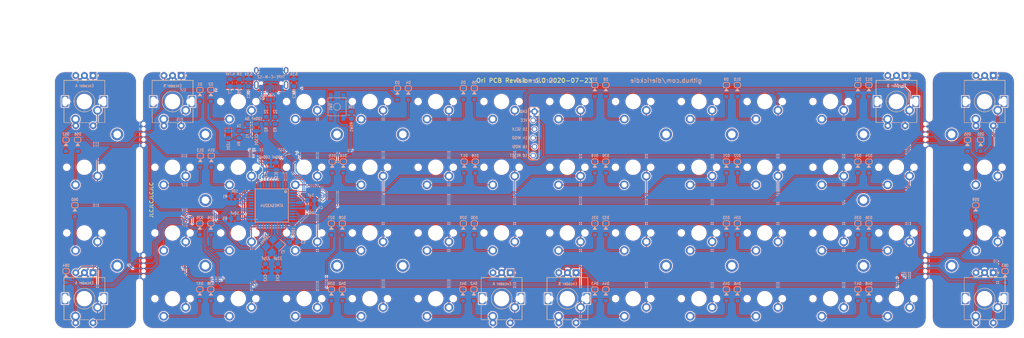
<source format=kicad_pcb>
(kicad_pcb (version 20171130) (host pcbnew "(5.1.2-1)-1")
  (layers (0 F.Cu signal) (31 B.Cu signal) (34 B.Paste user hide) (35 F.Paste user hide) (36 B.SilkS user) (37 F.SilkS user) (38 B.Mask user) (39 F.Mask user) (44 Edge.Cuts user))
  (net 0 "")
  (net 1 "Net-(D1-Pad2)")
  (net 2 "Net-(D2-Pad2)")
  (net 3 "Net-(D3-Pad2)")
  (net 4 "Net-(D4-Pad2)")
  (net 5 "Net-(D5-Pad2)")
  (net 6 "Net-(D6-Pad2)")
  (net 7 "Net-(D7-Pad2)")
  (net 8 "Net-(D8-Pad2)")
  (net 9 "Net-(D9-Pad2)")
  (net 10 "Net-(D10-Pad2)")
  (net 11 "Net-(D11-Pad2)")
  (net 12 "Net-(D12-Pad2)")
  (net 13 "Net-(D13-Pad2)")
  (net 14 "Net-(D14-Pad2)")
  (net 15 "Net-(D15-Pad2)")
  (net 16 "Net-(D16-Pad2)")
  (net 17 "Net-(D17-Pad2)")
  (net 18 "Net-(D18-Pad2)")
  (net 19 "Net-(D19-Pad2)")
  (net 20 "Net-(D20-Pad2)")
  (net 21 "Net-(D21-Pad2)")
  (net 22 "Net-(D22-Pad2)")
  (net 23 "Net-(D23-Pad2)")
  (net 24 "Net-(D24-Pad2)")
  (net 25 "Net-(D25-Pad2)")
  (net 26 "Net-(D26-Pad2)")
  (net 27 "Net-(D27-Pad2)")
  (net 28 "Net-(D28-Pad2)")
  (net 29 "Net-(D29-Pad2)")
  (net 30 "Net-(D30-Pad2)")
  (net 31 "Net-(D31-Pad2)")
  (net 32 "Net-(D32-Pad2)")
  (net 33 "Net-(D33-Pad2)")
  (net 34 "Net-(D34-Pad2)")
  (net 35 "Net-(D35-Pad2)")
  (net 36 "Net-(D36-Pad2)")
  (net 37 "Net-(D37-Pad2)")
  (net 38 "Net-(D38-Pad2)")
  (net 39 "Net-(D39-Pad2)")
  (net 40 "Net-(D40-Pad2)")
  (net 41 "Net-(D41-Pad2)")
  (net 42 "Net-(D42-Pad2)")
  (net 43 "Net-(D43-Pad2)")
  (net 44 "Net-(D44-Pad2)")
  (net 45 "Net-(D45-Pad2)")
  (net 46 "Net-(D46-Pad2)")
  (net 47 "Net-(D47-Pad2)")
  (net 48 "Net-(D48-Pad2)")
  (net 49 VCC)
  (net 50 "Net-(C6-Pad1)")
  (net 51 XTAL1)
  (net 52 XTAL2)
  (net 53 row0)
  (net 54 row1)
  (net 55 row2)
  (net 56 row3)
  (net 57 D-)
  (net 58 D+)
  (net 59 col0)
  (net 60 col1)
  (net 61 col2)
  (net 62 col3)
  (net 63 col4)
  (net 64 col5)
  (net 65 col6)
  (net 66 col7)
  (net 67 col8)
  (net 68 col9)
  (net 69 col10)
  (net 70 col11)
  (net 71 "Net-(R1-Pad2)")
  (net 72 VBUS)
  (net 73 "Net-(J1-PadB5)")
  (net 74 "Net-(J1-PadA5)")
  (net 75 ISP_Reset)
  (net 76 "Net-(D51-Pad2)")
  (net 77 "Net-(D52-Pad2)")
  (net 78 "Net-(D55-Pad2)")
  (net 79 "Net-(D56-Pad2)")
  (net 80 "Net-(D59-Pad2)")
  (net 81 "Net-(D60-Pad2)")
  (net 82 "Net-(D63-Pad2)")
  (net 83 "Net-(D64-Pad2)")
  (net 84 col12)
  (net 85 col13)
  (net 86 GND)
  (net 87 "Net-(LED1-Pad2)")
  (net 88 Enc0a)
  (net 89 Enc0b)
  (net 90 Enc1b)
  (net 91 Enc1a)
  (net 92 "Net-(C7-Pad1)")
  (net 93 "Net-(R2-Pad2)")
  (net 94 "Net-(R3-Pad2)")
  (net 95 DBUS-)
  (net 96 DBUS+)
  (module Capacitor_SMD:C_0805_2012Metric_Pad1.15x1.40mm_HandSolder (layer B.Cu) (at 113.919 71.882 90)
    (fp_text reference C2 (at -2.719 -0.004 270) (layer B.SilkS) (effects (font (size 0.8 0.7)) (justify mirror)))
    (fp_text value 100nF)
    (fp_text user %V (at 2.592002 -0.301999) (layer B.SilkS) (effects (font (size 0.8 0.7)) (justify mirror)))
    (pad 2 smd roundrect (at 1.025 0 90) (size 1.15 1.4) (layers B.Cu B.Paste B.Mask) (roundrect_rratio 0.217391) (net 86 GND))
    (pad 1 smd roundrect (at -1.025 0 90) (size 1.15 1.4) (layers B.Cu B.Paste B.Mask) (roundrect_rratio 0.217391) (net 49 VCC))
  )
  (module Keeb_footprints:D_SOD-123_modified (layer B.Cu) (at 246.931999 50.094377 270)
    (fp_text reference D9 (at -3.302 0 180) (layer B.SilkS) (effects (font (size 0.8 0.7)) (justify mirror)))
    (fp_text value D)
    (pad 2 smd roundrect (at 1.65 0 270) (size 1 1.2) (layers B.Cu B.Paste B.Mask) (net 9 "Net-(D9-Pad2)"))
    (pad 1 smd roundrect (at -1.65 0 270) (size 1 1.2) (layers B.Cu B.Paste B.Mask) (net 53 row0))
  )
  (module Keebio-Parts:RotaryEncoder_EC11 (layer F.Cu) (at 321.505136 53.187162 270)
    (fp_text reference SW5)
    (fp_text value Rotary_Encoder_Switch)
    (pad A thru_hole rect (at -7.5 -2.5 270) (size 2 2) (drill 1) (layers *.Cu *.Mask) (net 91 Enc1a))
    (pad C thru_hole circle (at -7.5 0 270) (size 2 2) (drill 1) (layers *.Cu *.Mask) (net 86 GND))
    (pad B thru_hole circle (at -7.5 2.5 270) (size 2 2) (drill 1) (layers *.Cu *.Mask) (net 90 Enc1b))
    (pad MP thru_hole rect (at 0 -5.6 270) (size 3.2 2) (drill oval 2.8 1.5) (layers *.Cu *.Mask))
    (pad MP thru_hole rect (at 0 5.6 270) (size 3.2 2) (drill oval 2.8 1.5) (layers *.Cu *.Mask))
    (pad S2 thru_hole circle (at 7 -2.5 270) (size 2 2) (drill 1) (layers *.Cu *.Mask) (net 85 col13))
    (pad S1 thru_hole circle (at 7 2.5 270) (size 2 2) (drill 1) (layers *.Cu *.Mask) (net 76 "Net-(D51-Pad2)"))
  )
  (module Keebio-Parts:RotaryEncoder_EC11 (layer F.Cu) (at 201.044719 110.187012 270)
    (fp_text reference SW9)
    (fp_text value Rotary_Encoder_Switch)
    (pad A thru_hole rect (at -7.5 -2.5 270) (size 2 2) (drill 1) (layers *.Cu *.Mask) (net 91 Enc1a))
    (pad C thru_hole circle (at -7.5 0 270) (size 2 2) (drill 1) (layers *.Cu *.Mask) (net 86 GND))
    (pad B thru_hole circle (at -7.5 2.5 270) (size 2 2) (drill 1) (layers *.Cu *.Mask) (net 90 Enc1b))
    (pad MP thru_hole rect (at 0 -5.6 270) (size 3.2 2) (drill oval 2.8 1.5) (layers *.Cu *.Mask))
    (pad MP thru_hole rect (at 0 5.6 270) (size 3.2 2) (drill oval 2.8 1.5) (layers *.Cu *.Mask))
    (pad S2 thru_hole circle (at 7 -2.5 270) (size 2 2) (drill 1) (layers *.Cu *.Mask) (net 66 col7))
    (pad S1 thru_hole circle (at 7 2.5 270) (size 2 2) (drill 1) (layers *.Cu *.Mask) (net 43 "Net-(D43-Pad2)"))
  )
  (module Keebio-Parts:RotaryEncoder_EC11 (layer F.Cu) (at 182.044769 110.187012 270)
    (fp_text reference SW8)
    (fp_text value Rotary_Encoder_Switch)
    (pad A thru_hole rect (at -7.5 -2.5 270) (size 2 2) (drill 1) (layers *.Cu *.Mask) (net 88 Enc0a))
    (pad C thru_hole circle (at -7.5 0 270) (size 2 2) (drill 1) (layers *.Cu *.Mask) (net 86 GND))
    (pad B thru_hole circle (at -7.5 2.5 270) (size 2 2) (drill 1) (layers *.Cu *.Mask) (net 89 Enc0b))
    (pad MP thru_hole rect (at 0 -5.6 270) (size 3.2 2) (drill oval 2.8 1.5) (layers *.Cu *.Mask))
    (pad MP thru_hole rect (at 0 5.6 270) (size 3.2 2) (drill oval 2.8 1.5) (layers *.Cu *.Mask))
    (pad S2 thru_hole circle (at 7 -2.5 270) (size 2 2) (drill 1) (layers *.Cu *.Mask) (net 65 col6))
    (pad S1 thru_hole circle (at 7 2.5 270) (size 2 2) (drill 1) (layers *.Cu *.Mask) (net 42 "Net-(D42-Pad2)"))
  )
  (module Keebio-Parts:RotaryEncoder_EC11 (layer F.Cu) (at 296.044469 53.187162 270)
    (fp_text reference SW7)
    (fp_text value Rotary_Encoder_Switch)
    (pad A thru_hole rect (at -7.5 -2.5 270) (size 2 2) (drill 1) (layers *.Cu *.Mask) (net 91 Enc1a))
    (pad C thru_hole circle (at -7.5 0 270) (size 2 2) (drill 1) (layers *.Cu *.Mask) (net 86 GND))
    (pad B thru_hole circle (at -7.5 2.5 270) (size 2 2) (drill 1) (layers *.Cu *.Mask) (net 90 Enc1b))
    (pad MP thru_hole rect (at 0 -5.6 270) (size 3.2 2) (drill oval 2.8 1.5) (layers *.Cu *.Mask))
    (pad MP thru_hole rect (at 0 5.6 270) (size 3.2 2) (drill oval 2.8 1.5) (layers *.Cu *.Mask))
    (pad S2 thru_hole circle (at 7 -2.5 270) (size 2 2) (drill 1) (layers *.Cu *.Mask) (net 84 col12))
    (pad S1 thru_hole circle (at 7 2.5 270) (size 2 2) (drill 1) (layers *.Cu *.Mask) (net 12 "Net-(D12-Pad2)"))
  )
  (module Keebio-Parts:RotaryEncoder_EC11 (layer F.Cu) (at 321.505136 110.187012 270)
    (fp_text reference SW6)
    (fp_text value Rotary_Encoder_Switch)
    (pad A thru_hole rect (at -7.5 -2.5 270) (size 2 2) (drill 1) (layers *.Cu *.Mask) (net 91 Enc1a))
    (pad C thru_hole circle (at -7.5 0 270) (size 2 2) (drill 1) (layers *.Cu *.Mask) (net 86 GND))
    (pad B thru_hole circle (at -7.5 2.5 270) (size 2 2) (drill 1) (layers *.Cu *.Mask) (net 90 Enc1b))
    (pad MP thru_hole rect (at 0 -5.6 270) (size 3.2 2) (drill oval 2.8 1.5) (layers *.Cu *.Mask))
    (pad MP thru_hole rect (at 0 5.6 270) (size 3.2 2) (drill oval 2.8 1.5) (layers *.Cu *.Mask))
    (pad S2 thru_hole circle (at 7 -2.5 270) (size 2 2) (drill 1) (layers *.Cu *.Mask) (net 85 col13))
    (pad S1 thru_hole circle (at 7 2.5 270) (size 2 2) (drill 1) (layers *.Cu *.Mask) (net 82 "Net-(D63-Pad2)"))
  )
  (module Keebio-Parts:RotaryEncoder_EC11 (layer F.Cu) (at 61.585086 110.187012 270)
    (fp_text reference SW4)
    (fp_text value Rotary_Encoder_Switch)
    (pad A thru_hole rect (at -7.5 -2.5 270) (size 2 2) (drill 1) (layers *.Cu *.Mask) (net 88 Enc0a))
    (pad C thru_hole circle (at -7.5 0 270) (size 2 2) (drill 1) (layers *.Cu *.Mask) (net 86 GND))
    (pad B thru_hole circle (at -7.5 2.5 270) (size 2 2) (drill 1) (layers *.Cu *.Mask) (net 89 Enc0b))
    (pad MP thru_hole rect (at 0 -5.6 270) (size 3.2 2) (drill oval 2.8 1.5) (layers *.Cu *.Mask))
    (pad MP thru_hole rect (at 0 5.6 270) (size 3.2 2) (drill oval 2.8 1.5) (layers *.Cu *.Mask))
    (pad S2 thru_hole circle (at 7 -2.5 270) (size 2 2) (drill 1) (layers *.Cu *.Mask) (net 59 col0))
    (pad S1 thru_hole circle (at 7 2.5 270) (size 2 2) (drill 1) (layers *.Cu *.Mask) (net 83 "Net-(D64-Pad2)"))
  )
  (module Keebio-Parts:RotaryEncoder_EC11 (layer F.Cu) (at 87.045399 53.187302 270)
    (fp_text reference SW3)
    (fp_text value Rotary_Encoder_Switch)
    (pad A thru_hole rect (at -7.5 -2.5 270) (size 2 2) (drill 1) (layers *.Cu *.Mask) (net 88 Enc0a))
    (pad C thru_hole circle (at -7.5 0 270) (size 2 2) (drill 1) (layers *.Cu *.Mask) (net 86 GND))
    (pad B thru_hole circle (at -7.5 2.5 270) (size 2 2) (drill 1) (layers *.Cu *.Mask) (net 89 Enc0b))
    (pad MP thru_hole rect (at 0 -5.6 270) (size 3.2 2) (drill oval 2.8 1.5) (layers *.Cu *.Mask))
    (pad MP thru_hole rect (at 0 5.6 270) (size 3.2 2) (drill oval 2.8 1.5) (layers *.Cu *.Mask))
    (pad S2 thru_hole circle (at 7 -2.5 270) (size 2 2) (drill 1) (layers *.Cu *.Mask) (net 60 col1))
    (pad S1 thru_hole circle (at 7 2.5 270) (size 2 2) (drill 1) (layers *.Cu *.Mask) (net 1 "Net-(D1-Pad2)"))
  )
  (module Keebio-Parts:RotaryEncoder_EC11 (layer F.Cu) (at 61.585086 53.187162 270)
    (fp_text reference SW2)
    (fp_text value Rotary_Encoder_Switch)
    (pad A thru_hole rect (at -7.5 -2.5 270) (size 2 2) (drill 1) (layers *.Cu *.Mask) (net 88 Enc0a))
    (pad C thru_hole circle (at -7.5 0 270) (size 2 2) (drill 1) (layers *.Cu *.Mask) (net 86 GND))
    (pad B thru_hole circle (at -7.5 2.5 270) (size 2 2) (drill 1) (layers *.Cu *.Mask) (net 89 Enc0b))
    (pad MP thru_hole rect (at 0 -5.6 270) (size 3.2 2) (drill oval 2.8 1.5) (layers *.Cu *.Mask))
    (pad MP thru_hole rect (at 0 5.6 270) (size 3.2 2) (drill oval 2.8 1.5) (layers *.Cu *.Mask))
    (pad S2 thru_hole circle (at 7 -2.5 270) (size 2 2) (drill 1) (layers *.Cu *.Mask) (net 59 col0))
    (pad S1 thru_hole circle (at 7 2.5 270) (size 2 2) (drill 1) (layers *.Cu *.Mask) (net 77 "Net-(D52-Pad2)"))
  )
  (module Resistor_SMD:R_0805_2012Metric_Pad1.15x1.40mm_HandSolder (layer B.Cu) (at 106.197 62.738 90)
    (fp_text reference R4 (at -2.667 0 90) (layer B.SilkS) (effects (font (size 0.8 0.7)) (justify mirror)))
    (fp_text value 1k)
    (fp_text user %V (at 2.54 0 180) (layer B.SilkS) (effects (font (size 0.8 0.7)) (justify mirror)))
    (pad 2 smd roundrect (at 1.025 0 90) (size 1.15 1.4) (layers B.Cu B.Paste B.Mask) (roundrect_rratio 0.217391) (net 49 VCC))
    (pad 1 smd roundrect (at -1.025 0 90) (size 1.15 1.4) (layers B.Cu B.Paste B.Mask) (roundrect_rratio 0.217391) (net 87 "Net-(LED1-Pad2)"))
  )
  (module LED_SMD:LED_0805_2012Metric_Pad1.15x1.40mm_HandSolder (layer B.Cu) (at 103.149 62.738 270)
    (fp_text reference LED1 (at 3.302 0 90) (layer B.SilkS) (effects (font (size 0.8 0.7)) (justify mirror)))
    (fp_text value LED)
    (pad 2 smd roundrect (at 1.025 0 270) (size 1.15 1.4) (layers B.Cu B.Paste B.Mask) (roundrect_rratio 0.217391) (net 87 "Net-(LED1-Pad2)"))
    (pad 1 smd roundrect (at -1.025 0 270) (size 1.15 1.4) (layers B.Cu B.Paste B.Mask) (roundrect_rratio 0.217391) (net 86 GND))
  )
  (module Capacitor_SMD:C_0805_2012Metric_Pad1.15x1.40mm_HandSolder (layer B.Cu) (at 111.252 60.706 270)
    (fp_text reference CESD1 (at 3.556 -0.0254 90) (layer B.SilkS) (effects (font (size 0.8 0.7)) (justify mirror)))
    (fp_text value 100nF)
    (fp_text user %V (at -2.54 -0.127 180) (layer B.SilkS) (effects (font (size 0.8 0.7)) (justify mirror)))
    (pad 2 smd roundrect (at 1.025 0 270) (size 1.15 1.4) (layers B.Cu B.Paste B.Mask) (roundrect_rratio 0.217391) (net 86 GND))
    (pad 1 smd roundrect (at -1.025 0 270) (size 1.15 1.4) (layers B.Cu B.Paste B.Mask) (roundrect_rratio 0.217391) (net 72 VBUS))
  )
  (module Resistor_SMD:R_0805_2012Metric_Pad1.15x1.40mm_HandSolder (layer B.Cu) (at 106.299 47.752 270)
    (fp_text reference R5 (at 2.54 0 270) (layer B.SilkS) (effects (font (size 0.8 0.7)) (justify mirror)))
    (fp_text value 1M)
    (fp_text user %V (at -2.54 0 180) (layer B.SilkS) (effects (font (size 0.8 0.7)) (justify mirror)))
    (pad 2 smd roundrect (at 1.025 0 270) (size 1.15 1.4) (layers B.Cu B.Paste B.Mask) (roundrect_rratio 0.217391) (net 86 GND))
    (pad 1 smd roundrect (at -1.025 0 270) (size 1.15 1.4) (layers B.Cu B.Paste B.Mask) (roundrect_rratio 0.217391) (net 92 "Net-(C7-Pad1)"))
  )
  (module Capacitor_SMD:C_0805_2012Metric_Pad1.15x1.40mm_HandSolder (layer B.Cu) (at 103.632 47.752 270)
    (fp_text reference C7 (at 2.54 -0.0254 90) (layer B.SilkS) (effects (font (size 0.8 0.7)) (justify mirror)))
    (fp_text value 4.7nF)
    (fp_text user %V (at -2.54 0 180) (layer B.SilkS) (effects (font (size 0.8 0.7)) (justify mirror)))
    (pad 2 smd roundrect (at 1.025 0 270) (size 1.15 1.4) (layers B.Cu B.Paste B.Mask) (roundrect_rratio 0.217391) (net 86 GND))
    (pad 1 smd roundrect (at -1.025 0 270) (size 1.15 1.4) (layers B.Cu B.Paste B.Mask) (roundrect_rratio 0.217391) (net 92 "Net-(C7-Pad1)"))
  )
  (module Resistor_SMD:R_0805_2012Metric_Pad1.15x1.40mm_HandSolder (layer B.Cu) (at 138.709 57.148 90)
    (fp_text reference RSW1 (at -3.429 0 90) (layer B.SilkS) (effects (font (size 0.8 0.7)) (justify mirror)))
    (fp_text value 10k)
    (fp_text user %V (at 2.411 -0.025 180) (layer B.SilkS) (effects (font (size 0.8 0.7)) (justify mirror)))
    (pad 2 smd roundrect (at 1.025 0 90) (size 1.15 1.4) (layers B.Cu B.Paste B.Mask) (roundrect_rratio 0.217391) (net 49 VCC))
    (pad 1 smd roundrect (at -1.025 0 90) (size 1.15 1.4) (layers B.Cu B.Paste B.Mask) (roundrect_rratio 0.217391) (net 75 ISP_Reset))
  )
  (module Resistor_SMD:R_0805_2012Metric_Pad1.15x1.40mm_HandSolder (layer B.Cu) (at 122.075999 47.752 270)
    (fp_text reference RCC2 (at 3.175 -0.098001 90) (layer B.SilkS) (effects (font (size 0.8 0.7)) (justify mirror)))
    (fp_text value 5.1k)
    (fp_text user %V (at -2.475002 0.028999 180) (layer B.SilkS) (effects (font (size 0.8 0.7)) (justify mirror)))
    (pad 2 smd roundrect (at 1.025 0 270) (size 1.15 1.4) (layers B.Cu B.Paste B.Mask) (roundrect_rratio 0.217391) (net 73 "Net-(J1-PadB5)"))
    (pad 1 smd roundrect (at -1.025 0 270) (size 1.15 1.4) (layers B.Cu B.Paste B.Mask) (roundrect_rratio 0.217391) (net 86 GND))
  )
  (module Resistor_SMD:R_0805_2012Metric_Pad1.15x1.40mm_HandSolder (layer B.Cu) (at 108.966 47.752 270)
    (fp_text reference RCC1 (at 3.2385 0 90) (layer B.SilkS) (effects (font (size 0.8 0.7)) (justify mirror)))
    (fp_text value 5.1k)
    (fp_text user %V (at -2.475002 0 180) (layer B.SilkS) (effects (font (size 0.8 0.7)) (justify mirror)))
    (pad 1 smd roundrect (at -1.025 0 270) (size 1.15 1.4) (layers B.Cu B.Paste B.Mask) (roundrect_rratio 0.217391) (net 86 GND))
    (pad 2 smd roundrect (at 1.025 0 270) (size 1.15 1.4) (layers B.Cu B.Paste B.Mask) (roundrect_rratio 0.217391) (net 74 "Net-(J1-PadA5)"))
  )
  (module Resistor_SMD:R_0805_2012Metric_Pad1.15x1.40mm_HandSolder (layer B.Cu) (at 116.629999 58.683002 90)
    (fp_text reference R3 (at -2.635 -0.0205 270) (layer B.SilkS) (effects (font (size 0.8 0.7)) (justify mirror)))
    (fp_text value 22)
    (fp_text user %V (at 2.549002 0 180) (layer B.SilkS) (effects (font (size 0.8 0.7)) (justify mirror)))
    (pad 2 smd roundrect (at 1.025 0 90) (size 1.15 1.4) (layers B.Cu B.Paste B.Mask) (roundrect_rratio 0.217391) (net 94 "Net-(R3-Pad2)"))
    (pad 1 smd roundrect (at -1.025 0 90) (size 1.15 1.4) (layers B.Cu B.Paste B.Mask) (roundrect_rratio 0.217391) (net 58 D+))
  )
  (module Resistor_SMD:R_0805_2012Metric_Pad1.15x1.40mm_HandSolder (layer B.Cu) (at 114.046 58.674 90)
    (fp_text reference R2 (at -2.635 0 270) (layer B.SilkS) (effects (font (size 0.8 0.7)) (justify mirror)))
    (fp_text value 22)
    (fp_text user %V (at 2.54 0 180) (layer B.SilkS) (effects (font (size 0.8 0.7)) (justify mirror)))
    (pad 2 smd roundrect (at 1.025 0 90) (size 1.15 1.4) (layers B.Cu B.Paste B.Mask) (roundrect_rratio 0.217391) (net 93 "Net-(R2-Pad2)"))
    (pad 1 smd roundrect (at -1.025 0 90) (size 1.15 1.4) (layers B.Cu B.Paste B.Mask) (roundrect_rratio 0.217391) (net 57 D-))
  )
  (module Resistor_SMD:R_0805_2012Metric_Pad1.15x1.40mm_HandSolder (layer B.Cu) (at 104.977499 80.622002)
    (fp_text reference R1 (at -2.8 0) (layer B.SilkS) (effects (font (size 0.8 0.7)) (justify mirror)))
    (fp_text value 10k)
    (fp_text user %V (at 0.051501 -1.501002) (layer B.SilkS) (effects (font (size 0.8 0.7)) (justify mirror)))
    (pad 2 smd roundrect (at 1.025 0) (size 1.15 1.4) (layers B.Cu B.Paste B.Mask) (roundrect_rratio 0.217391) (net 71 "Net-(R1-Pad2)"))
    (pad 1 smd roundrect (at -1.025 0) (size 1.15 1.4) (layers B.Cu B.Paste B.Mask) (roundrect_rratio 0.217391) (net 86 GND))
  )
  (module Capacitor_SMD:C_0805_2012Metric_Pad1.15x1.40mm_HandSolder (layer B.Cu) (at 121.92 93.853)
    (fp_text reference C3 (at 2.8 -0.008) (layer B.SilkS) (effects (font (size 0.8 0.7)) (justify mirror)))
    (fp_text value 100nF)
    (fp_text user %V (at 0 -2.667 90) (layer B.SilkS) (effects (font (size 0.8 0.7)) (justify mirror)))
    (pad 2 smd roundrect (at 1.025 0) (size 1.15 1.4) (layers B.Cu B.Paste B.Mask) (roundrect_rratio 0.217391) (net 86 GND))
    (pad 1 smd roundrect (at -1.025 0) (size 1.15 1.4) (layers B.Cu B.Paste B.Mask) (roundrect_rratio 0.217391) (net 49 VCC))
  )
  (module Capacitor_SMD:C_0805_2012Metric_Pad1.15x1.40mm_HandSolder (layer B.Cu) (at 126.916999 83.870002)
    (fp_text reference C4 (at 2.8 0) (layer B.SilkS) (effects (font (size 0.8 0.7)) (justify mirror)))
    (fp_text value 100nF)
    (fp_text user %V (at 0 1.524) (layer B.SilkS) (effects (font (size 0.8 0.7)) (justify mirror)))
    (pad 2 smd roundrect (at 1.025 0) (size 1.15 1.4) (layers B.Cu B.Paste B.Mask) (roundrect_rratio 0.217391) (net 86 GND))
    (pad 1 smd roundrect (at -1.025 0) (size 1.15 1.4) (layers B.Cu B.Paste B.Mask) (roundrect_rratio 0.217391) (net 49 VCC))
  )
  (module Capacitor_SMD:C_0805_2012Metric_Pad1.15x1.40mm_HandSolder (layer B.Cu) (at 116.967 71.882 90)
    (fp_text reference C1 (at -2.719 -0.0065 270) (layer B.SilkS) (effects (font (size 0.8 0.7)) (justify mirror)))
    (fp_text value 100nF)
    (fp_text user %V (at 2.592002 0.330501 180) (layer B.SilkS) (effects (font (size 0.8 0.7)) (justify mirror)))
    (pad 2 smd roundrect (at 1.025 0 90) (size 1.15 1.4) (layers B.Cu B.Paste B.Mask) (roundrect_rratio 0.217391) (net 86 GND))
    (pad 1 smd roundrect (at -1.025 0 90) (size 1.15 1.4) (layers B.Cu B.Paste B.Mask) (roundrect_rratio 0.217391) (net 49 VCC))
  )
  (module Capacitor_SMD:C_0805_2012Metric_Pad1.15x1.40mm_HandSolder (layer B.Cu) (at 104.945999 86.972002 180)
    (fp_text reference C5 (at 2.8 0) (layer B.SilkS) (effects (font (size 0.8 0.7)) (justify mirror)))
    (fp_text value 10uF)
    (fp_text user %V (at 0 1.524) (layer B.SilkS) (effects (font (size 0.8 0.7)) (justify mirror)))
    (pad 2 smd roundrect (at 1.025 0 180) (size 1.15 1.4) (layers B.Cu B.Paste B.Mask) (roundrect_rratio 0.217391) (net 86 GND))
    (pad 1 smd roundrect (at -1.025 0 180) (size 1.15 1.4) (layers B.Cu B.Paste B.Mask) (roundrect_rratio 0.217391) (net 49 VCC))
  )
  (module Capacitor_SMD:C_0805_2012Metric_Pad1.15x1.40mm_HandSolder (layer B.Cu) (at 117.391999 101.165002 270)
    (fp_text reference CX1 (at 3.079 0 90) (layer B.SilkS) (effects (font (size 0.8 0.7)) (justify mirror)))
    (fp_text value 22pF)
    (fp_text user %V (at -2.613002 0.043999 180) (layer B.SilkS) (effects (font (size 0.8 0.7)) (justify mirror)))
    (pad 2 smd roundrect (at 1.025 0 270) (size 1.15 1.4) (layers B.Cu B.Paste B.Mask) (roundrect_rratio 0.217391) (net 86 GND))
    (pad 1 smd roundrect (at -1.025 0 270) (size 1.15 1.4) (layers B.Cu B.Paste B.Mask) (roundrect_rratio 0.217391) (net 51 XTAL1))
  )
  (module Capacitor_SMD:C_0805_2012Metric_Pad1.15x1.40mm_HandSolder (layer B.Cu) (at 113.835999 101.165002 270)
    (fp_text reference CX2 (at 3.079 0 90) (layer B.SilkS) (effects (font (size 0.8 0.7)) (justify mirror)))
    (fp_text value 22pF)
    (fp_text user %V (at -2.613002 -0.083001 180) (layer B.SilkS) (effects (font (size 0.8 0.7)) (justify mirror)))
    (pad 2 smd roundrect (at 1.025 0 270) (size 1.15 1.4) (layers B.Cu B.Paste B.Mask) (roundrect_rratio 0.217391) (net 86 GND))
    (pad 1 smd roundrect (at -1.025 0 270) (size 1.15 1.4) (layers B.Cu B.Paste B.Mask) (roundrect_rratio 0.217391) (net 52 XTAL2))
  )
  (module Capacitor_SMD:C_0805_2012Metric_Pad1.15x1.40mm_HandSolder (layer B.Cu) (at 126.916999 81.765002)
    (fp_text reference C6 (at 2.8 -0.075) (layer B.SilkS) (effects (font (size 0.8 0.7)) (justify mirror)))
    (fp_text value 1uF)
    (fp_text user %V (at 0 -1.501002) (layer B.SilkS) (effects (font (size 0.8 0.7)) (justify mirror)))
    (pad 2 smd roundrect (at 1.025 0) (size 1.15 1.4) (layers B.Cu B.Paste B.Mask) (roundrect_rratio 0.217391) (net 86 GND))
    (pad 1 smd roundrect (at -1.025 0) (size 1.15 1.4) (layers B.Cu B.Paste B.Mask) (roundrect_rratio 0.217391) (net 50 "Net-(C6-Pad1)"))
  )
  (module Fuse:Fuse_0805_2012Metric_Pad1.15x1.40mm_HandSolder (layer B.Cu) (at 108.712 60.706 90)
    (fp_text reference F1 (at -2.54 0 90) (layer B.SilkS) (effects (font (size 0.8 0.7)) (justify mirror)))
    (fp_text value .5A)
    (fp_text user %V (at 2.54 0 180) (layer B.SilkS) (effects (font (size 0.8 0.7)) (justify mirror)))
    (pad 2 smd roundrect (at 1.025 0 90) (size 1.15 1.4) (layers B.Cu B.Paste B.Mask) (roundrect_rratio 0.217391) (net 72 VBUS))
    (pad 1 smd roundrect (at -1.025 0 90) (size 1.15 1.4) (layers B.Cu B.Paste B.Mask) (roundrect_rratio 0.217391) (net 49 VCC))
  )
  (module Keeb_footprints:MouseBite_IPC7351 (layer F.Cu) (at 304.38 62.7 90)
    (fp_text reference H22)
    (fp_text value MountingHole)
    (pad "" np_thru_hole circle (at -3.048 0 90) (size 0.8 0.8) (drill 0.8) (layers *.Cu *.Mask))
    (pad "" np_thru_hole circle (at -1.524 0 90) (size 0.8 0.8) (drill 0.8) (layers *.Cu *.Mask))
    (pad "" np_thru_hole circle (at 3.048 0 90) (size 0.8 0.8) (drill 0.8) (layers *.Cu *.Mask))
    (pad "" np_thru_hole circle (at 1.524 0 90) (size 0.8 0.8) (drill 0.8) (layers *.Cu *.Mask))
    (pad "" np_thru_hole circle (at 0 0 90) (size 0.8 0.8) (drill 0.8) (layers *.Cu *.Mask))
  )
  (module Keeb_footprints:MouseBite_IPC7351 (layer F.Cu) (at 304.38 100.7 90)
    (fp_text reference H21)
    (fp_text value MountingHole)
    (pad "" np_thru_hole circle (at 0 0 90) (size 0.8 0.8) (drill 0.8) (layers *.Cu *.Mask))
    (pad "" np_thru_hole circle (at 1.524 0 90) (size 0.8 0.8) (drill 0.8) (layers *.Cu *.Mask))
    (pad "" np_thru_hole circle (at 3.048 0 90) (size 0.8 0.8) (drill 0.8) (layers *.Cu *.Mask))
    (pad "" np_thru_hole circle (at -1.524 0 90) (size 0.8 0.8) (drill 0.8) (layers *.Cu *.Mask))
    (pad "" np_thru_hole circle (at -3.048 0 90) (size 0.8 0.8) (drill 0.8) (layers *.Cu *.Mask))
  )
  (module Keeb_footprints:MouseBite_IPC7351 (layer F.Cu) (at 78.66 100.7 90)
    (fp_text reference H20)
    (fp_text value MountingHole)
    (pad "" np_thru_hole circle (at -3.048 0 90) (size 0.8 0.8) (drill 0.8) (layers *.Cu *.Mask))
    (pad "" np_thru_hole circle (at -1.524 0 90) (size 0.8 0.8) (drill 0.8) (layers *.Cu *.Mask))
    (pad "" np_thru_hole circle (at 3.048 0 90) (size 0.8 0.8) (drill 0.8) (layers *.Cu *.Mask))
    (pad "" np_thru_hole circle (at 1.524 0 90) (size 0.8 0.8) (drill 0.8) (layers *.Cu *.Mask))
    (pad "" np_thru_hole circle (at 0 0 90) (size 0.8 0.8) (drill 0.8) (layers *.Cu *.Mask))
  )
  (module Keeb_footprints:MouseBite_IPC7351 (layer F.Cu) (at 78.66 62.7 90)
    (fp_text reference H19)
    (fp_text value MountingHole)
    (pad "" np_thru_hole circle (at -3.048 0 90) (size 0.8 0.8) (drill 0.8) (layers *.Cu *.Mask))
    (pad "" np_thru_hole circle (at -1.524 0 90) (size 0.8 0.8) (drill 0.8) (layers *.Cu *.Mask))
    (pad "" np_thru_hole circle (at 3.048 0 90) (size 0.8 0.8) (drill 0.8) (layers *.Cu *.Mask))
    (pad "" np_thru_hole circle (at 1.524 0 90) (size 0.8 0.8) (drill 0.8) (layers *.Cu *.Mask))
    (pad "" np_thru_hole circle (at 0 0 90) (size 0.8 0.8) (drill 0.8) (layers *.Cu *.Mask))
  )
  (module Keeb_footprints:MX100 (layer F.Cu) (at 61.585086 72.187112)
    (fp_text reference K56)
    (fp_text value KEYSW)
    (pad 1 thru_hole circle (at 3.7846 2.5527 270) (size 2.54 2.54) (drill 1.525) (layers *.Cu *.Mask) (net 59 col0))
    (pad 2 thru_hole circle (at -2.5654 5.0927) (size 2.54 2.54) (drill 1.525) (layers *.Cu *.Mask) (net 79 "Net-(D56-Pad2)"))
    (pad "" np_thru_hole circle (at -5.1054 0.0127) (size 1.7018 1.7018) (drill 1.7018) (layers *.Cu *.Mask))
    (pad "" np_thru_hole circle (at 5.0546 0.0127) (size 1.7018 1.7018) (drill 1.7018) (layers *.Cu *.Mask))
    (pad "" np_thru_hole circle (at -0.0254 0.0127) (size 3.9878 3.9878) (drill 3.9878) (layers *.Cu *.Mask))
  )
  (module Crystal:Crystal_SMD_3225-4Pin_3.2x2.5mm_HandSoldering (layer B.Cu) (at 115.877499 94.965002 225)
    (fp_text reference Y1 (at -0.92808 -3.306784) (layer B.SilkS) (effects (font (size 0.8 0.7)) (justify mirror)))
    (fp_text value 16MHz)
    (pad 4 smd rect (at -1.45 1.15 225) (size 2.1 1.8) (layers B.Cu B.Paste B.Mask) (net 86 GND))
    (pad 3 smd rect (at 1.45 1.15 225) (size 2.1 1.8) (layers B.Cu B.Paste B.Mask) (net 52 XTAL2))
    (pad 2 smd rect (at 1.45 -1.15 225) (size 2.1 1.8) (layers B.Cu B.Paste B.Mask) (net 86 GND))
    (pad 1 smd rect (at -1.45 -1.15 225) (size 2.1 1.8) (layers B.Cu B.Paste B.Mask) (net 51 XTAL1))
  )
  (module Keeb_footprints:PIN_HEADER_1x6_OFFSET (layer B.Cu) (at 191.3432 62.45 180)
    (fp_text reference J2)
    (fp_text value AVR-ISP-6_mod hide)
    (fp_text user GND (at 1.7907 6.3627) (layer B.SilkS) (effects (font (size 0.8 0.7)) (justify left mirror)))
    (fp_text user VCC (at 1.7907 3.8227) (layer B.SilkS) (effects (font (size 0.8 0.7)) (justify left mirror)))
    (fp_text user "10 RESET" (at 1.778 -6.35) (layer B.SilkS) (effects (font (size 0.8 0.7)) (justify left mirror)))
    (fp_text user "15 SCLK" (at 1.778 1.27) (layer B.SilkS) (effects (font (size 0.8 0.7)) (justify left mirror)))
    (fp_text user "16 MOSI" (at 1.778 -3.81) (layer B.SilkS) (effects (font (size 0.8 0.7)) (justify left mirror)))
    (fp_text user "14 MISO" (at 1.778 -1.27) (layer B.SilkS) (effects (font (size 0.8 0.7)) (justify left mirror)))
    (pad 6 thru_hole roundrect (at -0.2032 6.35 180) (size 1.6002 1.6002) (drill 1.0668) (layers *.Cu *.Mask) (net 86 GND))
    (pad 2 thru_hole circle (at 0.2032 3.81 180) (size 1.6002 1.6002) (drill 1.0668) (layers *.Cu *.Mask) (net 49 VCC))
    (pad 5 thru_hole circle (at -0.2032 1.27 180) (size 1.6002 1.6002) (drill 1.0668) (layers *.Cu *.Mask) (net 69 col10))
    (pad 3 thru_hole circle (at 0.2032 -1.27 180) (size 1.6002 1.6002) (drill 1.0668) (layers *.Cu *.Mask) (net 84 col12))
    (pad 4 thru_hole circle (at -0.2032 -3.81 180) (size 1.6002 1.6002) (drill 1.0668) (layers *.Cu *.Mask) (net 70 col11))
    (pad 1 thru_hole circle (at 0.2032 -6.35 180) (size 1.6002 1.6002) (drill 1.0668) (layers *.Cu *.Mask) (net 75 ISP_Reset))
  )
  (module Keeb_footprints:D_SOD-123_modified (layer B.Cu) (at 56.2397 65.911 270)
    (fp_text reference D52 (at -3.302 0 180) (layer B.SilkS) (effects (font (size 0.8 0.7)) (justify mirror)))
    (fp_text value D)
    (pad 2 smd roundrect (at 1.65 0 270) (size 1 1.2) (layers B.Cu B.Paste B.Mask) (net 77 "Net-(D52-Pad2)"))
    (pad 1 smd roundrect (at -1.65 0 270) (size 1 1.2) (layers B.Cu B.Paste B.Mask) (net 53 row0))
  )
  (module Keeb_footprints:D_SOD-123_modified (layer B.Cu) (at 327.406 103.886 270)
    (fp_text reference D63 (at -3.302 0 180) (layer B.SilkS) (effects (font (size 0.8 0.7)) (justify mirror)))
    (fp_text value D)
    (pad 2 smd roundrect (at 1.65 0 270) (size 1 1.2) (layers B.Cu B.Paste B.Mask) (net 82 "Net-(D63-Pad2)"))
    (pad 1 smd roundrect (at -1.65 0 270) (size 1 1.2) (layers B.Cu B.Paste B.Mask) (net 56 row3))
  )
  (module Keeb_footprints:MX100 (layer F.Cu) (at 61.585086 110.187012)
    (fp_text reference K64)
    (fp_text value KEYSW)
    (pad 1 thru_hole circle (at 3.7846 2.5527 270) (size 2.54 2.54) (drill 1.525) (layers *.Cu *.Mask) (net 59 col0))
    (pad 2 thru_hole circle (at -2.5654 5.0927) (size 2.54 2.54) (drill 1.525) (layers *.Cu *.Mask) (net 83 "Net-(D64-Pad2)"))
    (pad "" np_thru_hole circle (at -5.1054 0.0127) (size 1.7018 1.7018) (drill 1.7018) (layers *.Cu *.Mask))
    (pad "" np_thru_hole circle (at 5.0546 0.0127) (size 1.7018 1.7018) (drill 1.7018) (layers *.Cu *.Mask))
    (pad "" np_thru_hole circle (at -0.0254 0.0127) (size 3.9878 3.9878) (drill 3.9878) (layers *.Cu *.Mask))
  )
  (module Keebio-Parts:ATMEGA32U4-AU (layer B.Cu) (at 115.677499 83.265002 180)
    (fp_text reference U1)
    (fp_text value ATMEGA32U4 (at 0 -0.0205) (layer B.SilkS) (effects (font (size 0.8 0.7)) (justify mirror)))
    (pad 44 smd rect (at -4 5.9 180) (size 0.5 1.5) (layers B.Cu B.Paste B.Mask) (net 49 VCC))
    (pad 43 smd rect (at -3.2 5.9 180) (size 0.5 1.5) (layers B.Cu B.Paste B.Mask) (net 86 GND))
    (pad 42 smd rect (at -2.4 5.9 180) (size 0.5 1.5) (layers B.Cu B.Paste B.Mask))
    (pad 41 smd rect (at -1.6 5.9 180) (size 0.5 1.5) (layers B.Cu B.Paste B.Mask) (net 66 col7))
    (pad 40 smd rect (at -0.8 5.9 180) (size 0.5 1.5) (layers B.Cu B.Paste B.Mask) (net 65 col6))
    (pad 39 smd rect (at 0 5.9 180) (size 0.5 1.5) (layers B.Cu B.Paste B.Mask) (net 64 col5))
    (pad 38 smd rect (at 0.8 5.9 180) (size 0.5 1.5) (layers B.Cu B.Paste B.Mask) (net 63 col4))
    (pad 37 smd rect (at 1.6 5.9 180) (size 0.5 1.5) (layers B.Cu B.Paste B.Mask) (net 54 row1))
    (pad 36 smd rect (at 2.4 5.9 180) (size 0.5 1.5) (layers B.Cu B.Paste B.Mask) (net 53 row0))
    (pad 35 smd rect (at 3.2 5.9 180) (size 0.5 1.5) (layers B.Cu B.Paste B.Mask) (net 86 GND))
    (pad 34 smd rect (at 4 5.9 180) (size 0.5 1.5) (layers B.Cu B.Paste B.Mask) (net 49 VCC))
    (pad 33 smd rect (at 5.9 4 180) (size 1.5 0.5) (layers B.Cu B.Paste B.Mask) (net 71 "Net-(R1-Pad2)"))
    (pad 32 smd rect (at 5.9 3.2 180) (size 1.5 0.5) (layers B.Cu B.Paste B.Mask))
    (pad 31 smd rect (at 5.9 2.4 180) (size 1.5 0.5) (layers B.Cu B.Paste B.Mask) (net 59 col0))
    (pad 30 smd rect (at 5.9 1.6 180) (size 1.5 0.5) (layers B.Cu B.Paste B.Mask) (net 85 col13))
    (pad 29 smd rect (at 5.9 0.8 180) (size 1.5 0.5) (layers B.Cu B.Paste B.Mask))
    (pad 28 smd rect (at 5.9 0 180) (size 1.5 0.5) (layers B.Cu B.Paste B.Mask))
    (pad 27 smd rect (at 5.9 -0.8 180) (size 1.5 0.5) (layers B.Cu B.Paste B.Mask) (net 60 col1))
    (pad 26 smd rect (at 5.9 -1.6 180) (size 1.5 0.5) (layers B.Cu B.Paste B.Mask) (net 56 row3))
    (pad 25 smd rect (at 5.9 -2.4 180) (size 1.5 0.5) (layers B.Cu B.Paste B.Mask) (net 55 row2))
    (pad 24 smd rect (at 5.9 -3.2 180) (size 1.5 0.5) (layers B.Cu B.Paste B.Mask) (net 49 VCC))
    (pad 23 smd rect (at 5.9 -4 180) (size 1.5 0.5) (layers B.Cu B.Paste B.Mask) (net 86 GND))
    (pad 22 smd rect (at 4 -5.9 180) (size 0.5 1.5) (layers B.Cu B.Paste B.Mask) (net 61 col2))
    (pad 21 smd rect (at 3.2 -5.9 180) (size 0.5 1.5) (layers B.Cu B.Paste B.Mask) (net 88 Enc0a))
    (pad 20 smd rect (at 2.4 -5.9 180) (size 0.5 1.5) (layers B.Cu B.Paste B.Mask) (net 89 Enc0b))
    (pad 19 smd rect (at 1.6 -5.9 180) (size 0.5 1.5) (layers B.Cu B.Paste B.Mask) (net 91 Enc1a))
    (pad 18 smd rect (at 0.8 -5.9 180) (size 0.5 1.5) (layers B.Cu B.Paste B.Mask) (net 90 Enc1b))
    (pad 17 smd rect (at 0 -5.9 180) (size 0.5 1.5) (layers B.Cu B.Paste B.Mask) (net 52 XTAL2))
    (pad 16 smd rect (at -0.8 -5.9 180) (size 0.5 1.5) (layers B.Cu B.Paste B.Mask) (net 51 XTAL1))
    (pad 15 smd rect (at -1.6 -5.9 180) (size 0.5 1.5) (layers B.Cu B.Paste B.Mask) (net 86 GND))
    (pad 14 smd rect (at -2.4 -5.9 180) (size 0.5 1.5) (layers B.Cu B.Paste B.Mask) (net 49 VCC))
    (pad 13 smd rect (at -3.2 -5.9 180) (size 0.5 1.5) (layers B.Cu B.Paste B.Mask) (net 75 ISP_Reset))
    (pad 12 smd rect (at -4 -5.9 180) (size 0.5 1.5) (layers B.Cu B.Paste B.Mask) (net 62 col3))
    (pad 11 smd rect (at -5.9 -4 180) (size 1.5 0.5) (layers B.Cu B.Paste B.Mask) (net 84 col12))
    (pad 10 smd rect (at -5.9 -3.2 180) (size 1.5 0.5) (layers B.Cu B.Paste B.Mask) (net 70 col11))
    (pad 9 smd rect (at -5.9 -2.4 180) (size 1.5 0.5) (layers B.Cu B.Paste B.Mask) (net 69 col10))
    (pad 8 smd rect (at -5.9 -1.6 180) (size 1.5 0.5) (layers B.Cu B.Paste B.Mask) (net 68 col9))
    (pad 7 smd rect (at -5.9 -0.8 180) (size 1.5 0.5) (layers B.Cu B.Paste B.Mask) (net 49 VCC))
    (pad 6 smd rect (at -5.9 0 180) (size 1.5 0.5) (layers B.Cu B.Paste B.Mask) (net 50 "Net-(C6-Pad1)"))
    (pad 5 smd rect (at -5.9 0.8 180) (size 1.5 0.5) (layers B.Cu B.Paste B.Mask) (net 86 GND))
    (pad 4 smd rect (at -5.9 1.6 180) (size 1.5 0.5) (layers B.Cu B.Paste B.Mask) (net 58 D+))
    (pad 3 smd rect (at -5.9 2.4 180) (size 1.5 0.5) (layers B.Cu B.Paste B.Mask) (net 57 D-))
    (pad 2 smd rect (at -5.9 3.2 180) (size 1.5 0.5) (layers B.Cu B.Paste B.Mask) (net 49 VCC))
    (pad 1 smd rect (at -5.9 4 180) (size 1.5 0.5) (layers B.Cu B.Paste B.Mask) (net 67 col8))
  )
  (module Keeb_footprints:D_SOD-123_modified (layer B.Cu) (at 94.912999 51.491377 270)
    (fp_text reference D1 (at -3.302 0 180) (layer B.SilkS) (effects (font (size 0.8 0.7)) (justify mirror)))
    (fp_text value D)
    (pad 2 smd roundrect (at 1.65 0 270) (size 1 1.2) (layers B.Cu B.Paste B.Mask) (net 1 "Net-(D1-Pad2)"))
    (pad 1 smd roundrect (at -1.65 0 270) (size 1 1.2) (layers B.Cu B.Paste B.Mask) (net 53 row0))
  )
  (module Keeb_footprints:D_SOD-123_modified (layer B.Cu) (at 98.087999 51.491377 270)
    (fp_text reference D2 (at -3.302 0 180) (layer B.SilkS) (effects (font (size 0.8 0.7)) (justify mirror)))
    (fp_text value D)
    (pad 2 smd roundrect (at 1.65 0 270) (size 1 1.2) (layers B.Cu B.Paste B.Mask) (net 2 "Net-(D2-Pad2)"))
    (pad 1 smd roundrect (at -1.65 0 270) (size 1 1.2) (layers B.Cu B.Paste B.Mask) (net 53 row0))
  )
  (module Keeb_footprints:D_SOD-123_modified (layer B.Cu) (at 151.935999 51.031002 270)
    (fp_text reference D3 (at -3.302 0 180) (layer B.SilkS) (effects (font (size 0.8 0.7)) (justify mirror)))
    (fp_text value D)
    (pad 2 smd roundrect (at 1.65 0 270) (size 1 1.2) (layers B.Cu B.Paste B.Mask) (net 3 "Net-(D3-Pad2)"))
    (pad 1 smd roundrect (at -1.65 0 270) (size 1 1.2) (layers B.Cu B.Paste B.Mask) (net 53 row0))
  )
  (module Keeb_footprints:D_SOD-123_modified (layer B.Cu) (at 155.110999 51.031002 270)
    (fp_text reference D4 (at -3.302 0 180) (layer B.SilkS) (effects (font (size 0.8 0.7)) (justify mirror)))
    (fp_text value D)
    (pad 2 smd roundrect (at 1.65 0 270) (size 1 1.2) (layers B.Cu B.Paste B.Mask) (net 4 "Net-(D4-Pad2)"))
    (pad 1 smd roundrect (at -1.65 0 270) (size 1 1.2) (layers B.Cu B.Paste B.Mask) (net 53 row0))
  )
  (module Keeb_footprints:D_SOD-123_modified (layer B.Cu) (at 170.985999 50.983377 270)
    (fp_text reference D5 (at -3.302 0 180) (layer B.SilkS) (effects (font (size 0.8 0.7)) (justify mirror)))
    (fp_text value D)
    (pad 2 smd roundrect (at 1.65 0 270) (size 1 1.2) (layers B.Cu B.Paste B.Mask) (net 5 "Net-(D5-Pad2)"))
    (pad 1 smd roundrect (at -1.65 0 270) (size 1 1.2) (layers B.Cu B.Paste B.Mask) (net 53 row0))
  )
  (module Keeb_footprints:D_SOD-123_modified (layer B.Cu) (at 174.160999 50.983377 270)
    (fp_text reference D6 (at -3.302 0 180) (layer B.SilkS) (effects (font (size 0.8 0.7)) (justify mirror)))
    (fp_text value D)
    (pad 2 smd roundrect (at 1.65 0 270) (size 1 1.2) (layers B.Cu B.Paste B.Mask) (net 6 "Net-(D6-Pad2)"))
    (pad 1 smd roundrect (at -1.65 0 270) (size 1 1.2) (layers B.Cu B.Paste B.Mask) (net 53 row0))
  )
  (module Keeb_footprints:D_SOD-123_modified (layer B.Cu) (at 208.958999 50.094377 270)
    (fp_text reference D7 (at -3.302 0 180) (layer B.SilkS) (effects (font (size 0.8 0.7)) (justify mirror)))
    (fp_text value D)
    (pad 2 smd roundrect (at 1.65 0 270) (size 1 1.2) (layers B.Cu B.Paste B.Mask) (net 7 "Net-(D7-Pad2)"))
    (pad 1 smd roundrect (at -1.65 0 270) (size 1 1.2) (layers B.Cu B.Paste B.Mask) (net 53 row0))
  )
  (module Keeb_footprints:D_SOD-123_modified (layer B.Cu) (at 212.133999 50.094377 270)
    (fp_text reference D8 (at -3.302 0 180) (layer B.SilkS) (effects (font (size 0.8 0.7)) (justify mirror)))
    (fp_text value D)
    (pad 2 smd roundrect (at 1.65 0 270) (size 1 1.2) (layers B.Cu B.Paste B.Mask) (net 8 "Net-(D8-Pad2)"))
    (pad 1 smd roundrect (at -1.65 0 270) (size 1 1.2) (layers B.Cu B.Paste B.Mask) (net 53 row0))
  )
  (module Keeb_footprints:D_SOD-123_modified (layer B.Cu) (at 250.106999 50.094377 270)
    (fp_text reference D10 (at -3.302 0 180) (layer B.SilkS) (effects (font (size 0.8 0.7)) (justify mirror)))
    (fp_text value D)
    (pad 2 smd roundrect (at 1.65 0 270) (size 1 1.2) (layers B.Cu B.Paste B.Mask) (net 10 "Net-(D10-Pad2)"))
    (pad 1 smd roundrect (at -1.65 0 270) (size 1 1.2) (layers B.Cu B.Paste B.Mask) (net 53 row0))
  )
  (module Keeb_footprints:D_SOD-123_modified (layer B.Cu) (at 284.904999 50.094377 270)
    (fp_text reference D11 (at -3.302 0 180) (layer B.SilkS) (effects (font (size 0.8 0.7)) (justify mirror)))
    (fp_text value D)
    (pad 2 smd roundrect (at 1.65 0 270) (size 1 1.2) (layers B.Cu B.Paste B.Mask) (net 11 "Net-(D11-Pad2)"))
    (pad 1 smd roundrect (at -1.65 0 270) (size 1 1.2) (layers B.Cu B.Paste B.Mask) (net 53 row0))
  )
  (module Keeb_footprints:D_SOD-123_modified (layer B.Cu) (at 95.039999 70.541377 270)
    (fp_text reference D13 (at -3.302 0 180) (layer B.SilkS) (effects (font (size 0.8 0.7)) (justify mirror)))
    (fp_text value D)
    (pad 2 smd roundrect (at 1.65 0 270) (size 1 1.2) (layers B.Cu B.Paste B.Mask) (net 13 "Net-(D13-Pad2)"))
    (pad 1 smd roundrect (at -1.65 0 270) (size 1 1.2) (layers B.Cu B.Paste B.Mask) (net 54 row1))
  )
  (module Keeb_footprints:D_SOD-123_modified (layer B.Cu) (at 98.214999 70.541377 270)
    (fp_text reference D14 (at -3.302 0 180) (layer B.SilkS) (effects (font (size 0.8 0.7)) (justify mirror)))
    (fp_text value D)
    (pad 2 smd roundrect (at 1.65 0 270) (size 1 1.2) (layers B.Cu B.Paste B.Mask) (net 14 "Net-(D14-Pad2)"))
    (pad 1 smd roundrect (at -1.65 0 270) (size 1 1.2) (layers B.Cu B.Paste B.Mask) (net 54 row1))
  )
  (module Keeb_footprints:D_SOD-123_modified (layer B.Cu) (at 133.139999 72.192377 270)
    (fp_text reference D15 (at -3.302 0 180) (layer B.SilkS) (effects (font (size 0.8 0.7)) (justify mirror)))
    (fp_text value D)
    (pad 2 smd roundrect (at 1.65 0 270) (size 1 1.2) (layers B.Cu B.Paste B.Mask) (net 15 "Net-(D15-Pad2)"))
    (pad 1 smd roundrect (at -1.65 0 270) (size 1 1.2) (layers B.Cu B.Paste B.Mask) (net 54 row1))
  )
  (module Keeb_footprints:D_SOD-123_modified (layer B.Cu) (at 136.314999 72.192377 270)
    (fp_text reference D16 (at -3.302 0 180) (layer B.SilkS) (effects (font (size 0.8 0.7)) (justify mirror)))
    (fp_text value D)
    (pad 2 smd roundrect (at 1.65 0 270) (size 1 1.2) (layers B.Cu B.Paste B.Mask) (net 16 "Net-(D16-Pad2)"))
    (pad 1 smd roundrect (at -1.65 0 270) (size 1 1.2) (layers B.Cu B.Paste B.Mask) (net 54 row1))
  )
  (module Keeb_footprints:D_SOD-123_modified (layer B.Cu) (at 171.239999 72.192377 270)
    (fp_text reference D17 (at -3.302 0 180) (layer B.SilkS) (effects (font (size 0.8 0.7)) (justify mirror)))
    (fp_text value D)
    (pad 2 smd roundrect (at 1.65 0 270) (size 1 1.2) (layers B.Cu B.Paste B.Mask) (net 17 "Net-(D17-Pad2)"))
    (pad 1 smd roundrect (at -1.65 0 270) (size 1 1.2) (layers B.Cu B.Paste B.Mask) (net 54 row1))
  )
  (module Keeb_footprints:D_SOD-123_modified (layer B.Cu) (at 174.414999 72.192377 270)
    (fp_text reference D18 (at -3.302 0 180) (layer B.SilkS) (effects (font (size 0.8 0.7)) (justify mirror)))
    (fp_text value D)
    (pad 2 smd roundrect (at 1.65 0 270) (size 1 1.2) (layers B.Cu B.Paste B.Mask) (net 18 "Net-(D18-Pad2)"))
    (pad 1 smd roundrect (at -1.65 0 270) (size 1 1.2) (layers B.Cu B.Paste B.Mask) (net 54 row1))
  )
  (module Keeb_footprints:D_SOD-123_modified (layer B.Cu) (at 208.958999 72.192377 270)
    (fp_text reference D19 (at -3.302 0 180) (layer B.SilkS) (effects (font (size 0.8 0.7)) (justify mirror)))
    (fp_text value D)
    (pad 2 smd roundrect (at 1.65 0 270) (size 1 1.2) (layers B.Cu B.Paste B.Mask) (net 19 "Net-(D19-Pad2)"))
    (pad 1 smd roundrect (at -1.65 0 270) (size 1 1.2) (layers B.Cu B.Paste B.Mask) (net 54 row1))
  )
  (module Keeb_footprints:D_SOD-123_modified (layer B.Cu) (at 212.133999 72.192377 270)
    (fp_text reference D20 (at -3.302 0 180) (layer B.SilkS) (effects (font (size 0.8 0.7)) (justify mirror)))
    (fp_text value D)
    (pad 2 smd roundrect (at 1.65 0 270) (size 1 1.2) (layers B.Cu B.Paste B.Mask) (net 20 "Net-(D20-Pad2)"))
    (pad 1 smd roundrect (at -1.65 0 270) (size 1 1.2) (layers B.Cu B.Paste B.Mask) (net 54 row1))
  )
  (module Keeb_footprints:D_SOD-123_modified (layer B.Cu) (at 246.931999 72.192377 270)
    (fp_text reference D21 (at -3.302 0 180) (layer B.SilkS) (effects (font (size 0.8 0.7)) (justify mirror)))
    (fp_text value D)
    (pad 2 smd roundrect (at 1.65 0 270) (size 1 1.2) (layers B.Cu B.Paste B.Mask) (net 21 "Net-(D21-Pad2)"))
    (pad 1 smd roundrect (at -1.65 0 270) (size 1 1.2) (layers B.Cu B.Paste B.Mask) (net 54 row1))
  )
  (module Keeb_footprints:D_SOD-123_modified (layer B.Cu) (at 250.106999 72.192377 270)
    (fp_text reference D22 (at -3.302 0 180) (layer B.SilkS) (effects (font (size 0.8 0.7)) (justify mirror)))
    (fp_text value D)
    (pad 2 smd roundrect (at 1.65 0 270) (size 1 1.2) (layers B.Cu B.Paste B.Mask) (net 22 "Net-(D22-Pad2)"))
    (pad 1 smd roundrect (at -1.65 0 270) (size 1 1.2) (layers B.Cu B.Paste B.Mask) (net 54 row1))
  )
  (module Keeb_footprints:D_SOD-123_modified (layer B.Cu) (at 284.904999 72.192377 270)
    (fp_text reference D23 (at -3.302 0 180) (layer B.SilkS) (effects (font (size 0.8 0.7)) (justify mirror)))
    (fp_text value D)
    (pad 2 smd roundrect (at 1.65 0 270) (size 1 1.2) (layers B.Cu B.Paste B.Mask) (net 23 "Net-(D23-Pad2)"))
    (pad 1 smd roundrect (at -1.65 0 270) (size 1 1.2) (layers B.Cu B.Paste B.Mask) (net 54 row1))
  )
  (module Keeb_footprints:D_SOD-123_modified (layer B.Cu) (at 288.079999 72.192377 270)
    (fp_text reference D24 (at -3.302 0 180) (layer B.SilkS) (effects (font (size 0.8 0.7)) (justify mirror)))
    (fp_text value D)
    (pad 2 smd roundrect (at 1.65 0 270) (size 1 1.2) (layers B.Cu B.Paste B.Mask) (net 24 "Net-(D24-Pad2)"))
    (pad 1 smd roundrect (at -1.65 0 270) (size 1 1.2) (layers B.Cu B.Paste B.Mask) (net 54 row1))
  )
  (module Keeb_footprints:D_SOD-123_modified (layer B.Cu) (at 94.912999 90.099377 270)
    (fp_text reference D25 (at -3.302 0 180) (layer B.SilkS) (effects (font (size 0.8 0.7)) (justify mirror)))
    (fp_text value D)
    (pad 2 smd roundrect (at 1.65 0 270) (size 1 1.2) (layers B.Cu B.Paste B.Mask) (net 25 "Net-(D25-Pad2)"))
    (pad 1 smd roundrect (at -1.65 0 270) (size 1 1.2) (layers B.Cu B.Paste B.Mask) (net 55 row2))
  )
  (module Keeb_footprints:D_SOD-123_modified (layer B.Cu) (at 98.087999 90.099377 270)
    (fp_text reference D26 (at -3.302 0 180) (layer B.SilkS) (effects (font (size 0.8 0.7)) (justify mirror)))
    (fp_text value D)
    (pad 2 smd roundrect (at 1.65 0 270) (size 1 1.2) (layers B.Cu B.Paste B.Mask) (net 26 "Net-(D26-Pad2)"))
    (pad 1 smd roundrect (at -1.65 0 270) (size 1 1.2) (layers B.Cu B.Paste B.Mask) (net 55 row2))
  )
  (module Keeb_footprints:D_SOD-123_modified (layer B.Cu) (at 132.885999 90.099377 270)
    (fp_text reference D27 (at -3.302 0 180) (layer B.SilkS) (effects (font (size 0.8 0.7)) (justify mirror)))
    (fp_text value D)
    (pad 2 smd roundrect (at 1.65 0 270) (size 1 1.2) (layers B.Cu B.Paste B.Mask) (net 27 "Net-(D27-Pad2)"))
    (pad 1 smd roundrect (at -1.65 0 270) (size 1 1.2) (layers B.Cu B.Paste B.Mask) (net 55 row2))
  )
  (module Keeb_footprints:D_SOD-123_modified (layer B.Cu) (at 136.060999 90.099377 270)
    (fp_text reference D28 (at -3.302 0 180) (layer B.SilkS) (effects (font (size 0.8 0.7)) (justify mirror)))
    (fp_text value D)
    (pad 2 smd roundrect (at 1.65 0 270) (size 1 1.2) (layers B.Cu B.Paste B.Mask) (net 28 "Net-(D28-Pad2)"))
    (pad 1 smd roundrect (at -1.65 0 270) (size 1 1.2) (layers B.Cu B.Paste B.Mask) (net 55 row2))
  )
  (module Keeb_footprints:D_SOD-123_modified (layer B.Cu) (at 170.985999 90.099377 270)
    (fp_text reference D29 (at -3.302 0 180) (layer B.SilkS) (effects (font (size 0.8 0.7)) (justify mirror)))
    (fp_text value D)
    (pad 2 smd roundrect (at 1.65 0 270) (size 1 1.2) (layers B.Cu B.Paste B.Mask) (net 29 "Net-(D29-Pad2)"))
    (pad 1 smd roundrect (at -1.65 0 270) (size 1 1.2) (layers B.Cu B.Paste B.Mask) (net 55 row2))
  )
  (module Keeb_footprints:D_SOD-123_modified (layer B.Cu) (at 174.160999 90.099377 270)
    (fp_text reference D30 (at -3.302 0 180) (layer B.SilkS) (effects (font (size 0.8 0.7)) (justify mirror)))
    (fp_text value D)
    (pad 2 smd roundrect (at 1.65 0 270) (size 1 1.2) (layers B.Cu B.Paste B.Mask) (net 30 "Net-(D30-Pad2)"))
    (pad 1 smd roundrect (at -1.65 0 270) (size 1 1.2) (layers B.Cu B.Paste B.Mask) (net 55 row2))
  )
  (module Keeb_footprints:D_SOD-123_modified (layer B.Cu) (at 208.958999 90.099377 270)
    (fp_text reference D31 (at -3.302 0 180) (layer B.SilkS) (effects (font (size 0.8 0.7)) (justify mirror)))
    (fp_text value D)
    (pad 2 smd roundrect (at 1.65 0 270) (size 1 1.2) (layers B.Cu B.Paste B.Mask) (net 31 "Net-(D31-Pad2)"))
    (pad 1 smd roundrect (at -1.65 0 270) (size 1 1.2) (layers B.Cu B.Paste B.Mask) (net 55 row2))
  )
  (module Keeb_footprints:D_SOD-123_modified (layer B.Cu) (at 212.133999 90.099377 270)
    (fp_text reference D32 (at -3.302 0 180) (layer B.SilkS) (effects (font (size 0.8 0.7)) (justify mirror)))
    (fp_text value D)
    (pad 2 smd roundrect (at 1.65 0 270) (size 1 1.2) (layers B.Cu B.Paste B.Mask) (net 32 "Net-(D32-Pad2)"))
    (pad 1 smd roundrect (at -1.65 0 270) (size 1 1.2) (layers B.Cu B.Paste B.Mask) (net 55 row2))
  )
  (module Keeb_footprints:D_SOD-123_modified (layer B.Cu) (at 246.931999 90.099377 270)
    (fp_text reference D33 (at -3.302 0 180) (layer B.SilkS) (effects (font (size 0.8 0.7)) (justify mirror)))
    (fp_text value D)
    (pad 2 smd roundrect (at 1.65 0 270) (size 1 1.2) (layers B.Cu B.Paste B.Mask) (net 33 "Net-(D33-Pad2)"))
    (pad 1 smd roundrect (at -1.65 0 270) (size 1 1.2) (layers B.Cu B.Paste B.Mask) (net 55 row2))
  )
  (module Keeb_footprints:D_SOD-123_modified (layer B.Cu) (at 250.106999 90.099377 270)
    (fp_text reference D34 (at -3.302 0 180) (layer B.SilkS) (effects (font (size 0.8 0.7)) (justify mirror)))
    (fp_text value D)
    (pad 2 smd roundrect (at 1.65 0 270) (size 1 1.2) (layers B.Cu B.Paste B.Mask) (net 34 "Net-(D34-Pad2)"))
    (pad 1 smd roundrect (at -1.65 0 270) (size 1 1.2) (layers B.Cu B.Paste B.Mask) (net 55 row2))
  )
  (module Keeb_footprints:D_SOD-123_modified (layer B.Cu) (at 284.904999 90.099377 270)
    (fp_text reference D35 (at -3.302 0 180) (layer B.SilkS) (effects (font (size 0.8 0.7)) (justify mirror)))
    (fp_text value D)
    (pad 2 smd roundrect (at 1.65 0 270) (size 1 1.2) (layers B.Cu B.Paste B.Mask) (net 35 "Net-(D35-Pad2)"))
    (pad 1 smd roundrect (at -1.65 0 270) (size 1 1.2) (layers B.Cu B.Paste B.Mask) (net 55 row2))
  )
  (module Keeb_footprints:D_SOD-123_modified (layer B.Cu) (at 288.079999 90.099377 270)
    (fp_text reference D36 (at -3.302 0 180) (layer B.SilkS) (effects (font (size 0.8 0.7)) (justify mirror)))
    (fp_text value D)
    (pad 2 smd roundrect (at 1.65 0 270) (size 1 1.2) (layers B.Cu B.Paste B.Mask) (net 36 "Net-(D36-Pad2)"))
    (pad 1 smd roundrect (at -1.65 0 270) (size 1 1.2) (layers B.Cu B.Paste B.Mask) (net 55 row2))
  )
  (module Keeb_footprints:D_SOD-123_modified (layer B.Cu) (at 94.913804 109.149377 270)
    (fp_text reference D37 (at -3.302 0 180) (layer B.SilkS) (effects (font (size 0.8 0.7)) (justify mirror)))
    (fp_text value D)
    (pad 2 smd roundrect (at 1.65 0 270) (size 1 1.2) (layers B.Cu B.Paste B.Mask) (net 37 "Net-(D37-Pad2)"))
    (pad 1 smd roundrect (at -1.65 0 270) (size 1 1.2) (layers B.Cu B.Paste B.Mask) (net 56 row3))
  )
  (module Keeb_footprints:D_SOD-123_modified (layer B.Cu) (at 98.087999 109.149377 270)
    (fp_text reference D38 (at -3.302 0 180) (layer B.SilkS) (effects (font (size 0.8 0.7)) (justify mirror)))
    (fp_text value D)
    (pad 2 smd roundrect (at 1.65 0 270) (size 1 1.2) (layers B.Cu B.Paste B.Mask) (net 38 "Net-(D38-Pad2)"))
    (pad 1 smd roundrect (at -1.65 0 270) (size 1 1.2) (layers B.Cu B.Paste B.Mask) (net 56 row3))
  )
  (module Keeb_footprints:D_SOD-123_modified (layer B.Cu) (at 132.885999 109.149377 270)
    (fp_text reference D39 (at -3.302 0 180) (layer B.SilkS) (effects (font (size 0.8 0.7)) (justify mirror)))
    (fp_text value D)
    (pad 2 smd roundrect (at 1.65 0 270) (size 1 1.2) (layers B.Cu B.Paste B.Mask) (net 39 "Net-(D39-Pad2)"))
    (pad 1 smd roundrect (at -1.65 0 270) (size 1 1.2) (layers B.Cu B.Paste B.Mask) (net 56 row3))
  )
  (module Keeb_footprints:D_SOD-123_modified (layer B.Cu) (at 136.060999 109.149377 270)
    (fp_text reference D40 (at -3.302 0 180) (layer B.SilkS) (effects (font (size 0.8 0.7)) (justify mirror)))
    (fp_text value D)
    (pad 2 smd roundrect (at 1.65 0 270) (size 1 1.2) (layers B.Cu B.Paste B.Mask) (net 40 "Net-(D40-Pad2)"))
    (pad 1 smd roundrect (at -1.65 0 270) (size 1 1.2) (layers B.Cu B.Paste B.Mask) (net 56 row3))
  )
  (module Keeb_footprints:D_SOD-123_modified (layer B.Cu) (at 170.858999 109.149377 270)
    (fp_text reference D41 (at -3.302 0 180) (layer B.SilkS) (effects (font (size 0.8 0.7)) (justify mirror)))
    (fp_text value D)
    (pad 2 smd roundrect (at 1.65 0 270) (size 1 1.2) (layers B.Cu B.Paste B.Mask) (net 41 "Net-(D41-Pad2)"))
    (pad 1 smd roundrect (at -1.65 0 270) (size 1 1.2) (layers B.Cu B.Paste B.Mask) (net 56 row3))
  )
  (module Keeb_footprints:D_SOD-123_modified (layer B.Cu) (at 174.033999 109.149377 270)
    (fp_text reference D42 (at -3.302 0 180) (layer B.SilkS) (effects (font (size 0.8 0.7)) (justify mirror)))
    (fp_text value D)
    (pad 2 smd roundrect (at 1.65 0 270) (size 1 1.2) (layers B.Cu B.Paste B.Mask) (net 42 "Net-(D42-Pad2)"))
    (pad 1 smd roundrect (at -1.65 0 270) (size 1 1.2) (layers B.Cu B.Paste B.Mask) (net 56 row3))
  )
  (module Keeb_footprints:D_SOD-123_modified (layer B.Cu) (at 208.958999 109.149377 270)
    (fp_text reference D43 (at -3.302 0 180) (layer B.SilkS) (effects (font (size 0.8 0.7)) (justify mirror)))
    (fp_text value D)
    (pad 2 smd roundrect (at 1.65 0 270) (size 1 1.2) (layers B.Cu B.Paste B.Mask) (net 43 "Net-(D43-Pad2)"))
    (pad 1 smd roundrect (at -1.65 0 270) (size 1 1.2) (layers B.Cu B.Paste B.Mask) (net 56 row3))
  )
  (module Keeb_footprints:D_SOD-123_modified (layer B.Cu) (at 212.133999 109.149377 270)
    (fp_text reference D44 (at -3.302 0 180) (layer B.SilkS) (effects (font (size 0.8 0.7)) (justify mirror)))
    (fp_text value D)
    (pad 2 smd roundrect (at 1.65 0 270) (size 1 1.2) (layers B.Cu B.Paste B.Mask) (net 44 "Net-(D44-Pad2)"))
    (pad 1 smd roundrect (at -1.65 0 270) (size 1 1.2) (layers B.Cu B.Paste B.Mask) (net 56 row3))
  )
  (module Keeb_footprints:D_SOD-123_modified (layer B.Cu) (at 246.931999 109.149377 270)
    (fp_text reference D45 (at -3.302 0 180) (layer B.SilkS) (effects (font (size 0.8 0.7)) (justify mirror)))
    (fp_text value D)
    (pad 2 smd roundrect (at 1.65 0 270) (size 1 1.2) (layers B.Cu B.Paste B.Mask) (net 45 "Net-(D45-Pad2)"))
    (pad 1 smd roundrect (at -1.65 0 270) (size 1 1.2) (layers B.Cu B.Paste B.Mask) (net 56 row3))
  )
  (module Keeb_footprints:D_SOD-123_modified (layer B.Cu) (at 250.106999 109.149377 270)
    (fp_text reference D46 (at -3.302 0 180) (layer B.SilkS) (effects (font (size 0.8 0.7)) (justify mirror)))
    (fp_text value D)
    (pad 2 smd roundrect (at 1.65 0 270) (size 1 1.2) (layers B.Cu B.Paste B.Mask) (net 46 "Net-(D46-Pad2)"))
    (pad 1 smd roundrect (at -1.65 0 270) (size 1 1.2) (layers B.Cu B.Paste B.Mask) (net 56 row3))
  )
  (module Keeb_footprints:D_SOD-123_modified (layer B.Cu) (at 284.904999 109.149377 270)
    (fp_text reference D47 (at -3.302 0 180) (layer B.SilkS) (effects (font (size 0.8 0.7)) (justify mirror)))
    (fp_text value D)
    (pad 2 smd roundrect (at 1.65 0 270) (size 1 1.2) (layers B.Cu B.Paste B.Mask) (net 47 "Net-(D47-Pad2)"))
    (pad 1 smd roundrect (at -1.65 0 270) (size 1 1.2) (layers B.Cu B.Paste B.Mask) (net 56 row3))
  )
  (module Keeb_footprints:D_SOD-123_modified (layer B.Cu) (at 288.079999 109.149377 270)
    (fp_text reference D48 (at -3.302 0 180) (layer B.SilkS) (effects (font (size 0.8 0.7)) (justify mirror)))
    (fp_text value D)
    (pad 2 smd roundrect (at 1.65 0 270) (size 1 1.2) (layers B.Cu B.Paste B.Mask) (net 48 "Net-(D48-Pad2)"))
    (pad 1 smd roundrect (at -1.65 0 270) (size 1 1.2) (layers B.Cu B.Paste B.Mask) (net 56 row3))
  )
  (module Keeb_footprints:TYPE-C-31-M-12 (layer B.Cu) (at 115.519999 49.908627)
    (fp_text reference J1)
    (fp_text value TYPE-C-31-M12_13)
    (fp_text user TYPE-C-M-12 (at -0.0127 -3.81) (layer B.SilkS) (effects (font (size 0.8 0.7)) (justify mirror)))
    (pad B4 smd roundrect (at 2.45 -1.275) (size 0.6 1.45) (drill (offset 0 0.55)) (layers B.Cu B.Paste B.Mask) (net 72 VBUS))
    (pad B1 smd roundrect (at 3.25 -1.275) (size 0.6 1.45) (drill (offset 0 0.55)) (layers B.Cu B.Paste B.Mask) (net 86 GND))
    (pad A4 smd roundrect (at -2.45 -1.275) (size 0.6 1.45) (drill (offset 0 0.55)) (layers B.Cu B.Paste B.Mask) (net 72 VBUS))
    (pad S thru_hole oval (at -4.3 -1.5) (size 1.3 2.4) (drill oval 0.6 1.7) (layers *.Cu B.Mask) (net 92 "Net-(C7-Pad1)"))
    (pad A7 smd roundrect (at 0.25 -1.275) (size 0.3 1.45) (drill (offset 0 0.55)) (layers B.Cu B.Paste B.Mask) (net 95 DBUS-))
    (pad B6 smd roundrect (at 0.75 -1.275) (size 0.3 1.45) (drill (offset 0 0.55)) (layers B.Cu B.Paste B.Mask) (net 96 DBUS+))
    (pad A8 smd roundrect (at 1.25 -1.275) (size 0.3 1.45) (drill (offset 0 0.55)) (layers B.Cu B.Paste B.Mask))
    (pad B5 smd roundrect (at 1.75 -1.275) (size 0.3 1.45) (drill (offset 0 0.55)) (layers B.Cu B.Paste B.Mask) (net 73 "Net-(J1-PadB5)"))
    (pad A6 smd roundrect (at -0.254 -1.275) (size 0.3 1.45) (drill (offset 0 0.55)) (layers B.Cu B.Paste B.Mask) (net 96 DBUS+))
    (pad B7 smd roundrect (at -0.75 -1.275) (size 0.3 1.45) (drill (offset 0 0.55)) (layers B.Cu B.Paste B.Mask) (net 95 DBUS-))
    (pad A5 smd roundrect (at -1.25 -1.275) (size 0.3 1.45) (drill (offset 0 0.55)) (layers B.Cu B.Paste B.Mask) (net 74 "Net-(J1-PadA5)"))
    (pad B8 smd roundrect (at -1.75 -1.275) (size 0.3 1.45) (drill (offset 0 0.55)) (layers B.Cu B.Paste B.Mask))
    (pad A1 smd roundrect (at -3.25 -1.275) (size 0.6 1.45) (drill (offset 0 0.55)) (layers B.Cu B.Paste B.Mask) (net 86 GND))
    (pad S thru_hole oval (at -4.3 -5.7) (size 1.3 1.9) (drill oval 0.6 1.2) (layers *.Cu *.Mask) (net 92 "Net-(C7-Pad1)"))
    (pad "" np_thru_hole circle (at -2.89 -2.051) (size 0.65 0.65) (drill 0.65) (layers *.Cu *.Mask))
    (pad "" np_thru_hole circle (at 2.89 -2.051) (size 0.65 0.65) (drill 0.65) (layers *.Cu *.Mask))
    (pad S thru_hole oval (at 4.3 -5.7) (size 1.3 1.9) (drill oval 0.6 1.2) (layers *.Cu *.Mask) (net 92 "Net-(C7-Pad1)"))
    (pad S thru_hole oval (at 4.3 -1.5) (size 1.3 2.4) (drill oval 0.6 1.7) (layers *.Cu *.Mask) (net 92 "Net-(C7-Pad1)"))
    (pad S smd oval (at -4.3 -1.5) (size 1.3 2.4) (layers F.Cu F.Mask) (net 92 "Net-(C7-Pad1)"))
  )
  (module acheron_Components:SOT-23-6 (layer B.Cu) (at 115.344999 53.698002 270)
    (fp_text reference U3 (at -1.778 2.6035 225) (layer B.SilkS) (effects (font (size 0.8 0.7)) (justify mirror)))
    (fp_text value USBLC6-2SC6)
    (pad 5 smd roundrect (at 1.1 0 270) (size 1.06 0.65) (layers B.Cu B.Paste B.Mask) (roundrect_rratio 0.5) (net 72 VBUS))
    (pad 6 smd roundrect (at 1.1 0.95 270) (size 1.06 0.65) (layers B.Cu B.Paste B.Mask) (roundrect_rratio 0.5) (net 93 "Net-(R2-Pad2)"))
    (pad 4 smd roundrect (at 1.1 -0.95 270) (size 1.06 0.65) (layers B.Cu B.Paste B.Mask) (roundrect_rratio 0.5) (net 94 "Net-(R3-Pad2)"))
    (pad 3 smd roundrect (at -1.1 -0.95 270) (size 1.06 0.65) (layers B.Cu B.Paste B.Mask) (roundrect_rratio 0.5) (net 96 DBUS+))
    (pad 2 smd roundrect (at -1.1 0 270) (size 1.06 0.65) (layers B.Cu B.Paste B.Mask) (roundrect_rratio 0.5) (net 86 GND))
    (pad 1 smd rect (at -1.1 0.95 270) (size 1.06 0.65) (layers B.Cu B.Paste B.Mask) (net 95 DBUS-))
  )
  (module random-keyboard-parts:SKQG-1155865 (layer B.Cu) (at 134.519999 54.720002 90)
    (fp_text reference SW1 (at 0 -1.8415 270) (layer B.SilkS) (effects (font (size 0.8 0.7)) (justify mirror)))
    (fp_text value SW_PUSH)
    (pad 4 smd rect (at -3.1 -1.85 90) (size 1.8 1.1) (layers B.Cu B.Paste B.Mask))
    (pad 3 smd rect (at 3.1 1.85 90) (size 1.8 1.1) (layers B.Cu B.Paste B.Mask))
    (pad 2 smd rect (at -3.1 1.85 90) (size 1.8 1.1) (layers B.Cu B.Paste B.Mask) (net 75 ISP_Reset))
    (pad 1 smd rect (at 3.1 -1.85 90) (size 1.8 1.1) (layers B.Cu B.Paste B.Mask) (net 86 GND))
  )
  (module Keeb_footprints:D_SOD-123_modified (layer B.Cu) (at 320.339739 65.911 270)
    (fp_text reference D51 (at -3.302 0 180) (layer B.SilkS) (effects (font (size 0.8 0.7)) (justify mirror)))
    (fp_text value D)
    (pad 2 smd roundrect (at 1.65 0 270) (size 1 1.2) (layers B.Cu B.Paste B.Mask) (net 76 "Net-(D51-Pad2)"))
    (pad 1 smd roundrect (at -1.65 0 270) (size 1 1.2) (layers B.Cu B.Paste B.Mask) (net 53 row0))
  )
  (module Keeb_footprints:D_SOD-123_modified (layer B.Cu) (at 316.539749 65.911 270)
    (fp_text reference D55 (at -3.302 0 180) (layer B.SilkS) (effects (font (size 0.8 0.7)) (justify mirror)))
    (fp_text value D)
    (pad 2 smd roundrect (at 1.65 0 270) (size 1 1.2) (layers B.Cu B.Paste B.Mask) (net 78 "Net-(D55-Pad2)"))
    (pad 1 smd roundrect (at -1.65 0 270) (size 1 1.2) (layers B.Cu B.Paste B.Mask) (net 54 row1))
  )
  (module Keeb_footprints:D_SOD-123_modified (layer B.Cu) (at 59.659691 65.911 270)
    (fp_text reference D56 (at -3.302 0 180) (layer B.SilkS) (effects (font (size 0.8 0.7)) (justify mirror)))
    (fp_text value D)
    (pad 2 smd roundrect (at 1.65 0 270) (size 1 1.2) (layers B.Cu B.Paste B.Mask) (net 79 "Net-(D56-Pad2)"))
    (pad 1 smd roundrect (at -1.65 0 270) (size 1 1.2) (layers B.Cu B.Paste B.Mask) (net 54 row1))
  )
  (module Keeb_footprints:D_SOD-123_modified (layer B.Cu) (at 318.95 84.833 270)
    (fp_text reference D59 (at -3.302 0 180) (layer B.SilkS) (effects (font (size 0.8 0.7)) (justify mirror)))
    (fp_text value D)
    (pad 2 smd roundrect (at 1.65 0 270) (size 1 1.2) (layers B.Cu B.Paste B.Mask) (net 80 "Net-(D59-Pad2)"))
    (pad 1 smd roundrect (at -1.65 0 270) (size 1 1.2) (layers B.Cu B.Paste B.Mask) (net 55 row2))
  )
  (module Keeb_footprints:D_SOD-123_modified (layer B.Cu) (at 58.826 84.834 270)
    (fp_text reference D60 (at -3.302 0 180) (layer B.SilkS) (effects (font (size 0.8 0.7)) (justify mirror)))
    (fp_text value D)
    (pad 2 smd roundrect (at 1.65 0 270) (size 1 1.2) (layers B.Cu B.Paste B.Mask) (net 81 "Net-(D60-Pad2)"))
    (pad 1 smd roundrect (at -1.65 0 270) (size 1 1.2) (layers B.Cu B.Paste B.Mask) (net 55 row2))
  )
  (module Keeb_footprints:D_SOD-123_modified (layer B.Cu) (at 56.286 103.884 270)
    (fp_text reference D64 (at -3.302 0 180) (layer B.SilkS) (effects (font (size 0.8 0.7)) (justify mirror)))
    (fp_text value D)
    (pad 2 smd roundrect (at 1.65 0 270) (size 1 1.2) (layers B.Cu B.Paste B.Mask) (net 83 "Net-(D64-Pad2)"))
    (pad 1 smd roundrect (at -1.65 0 270) (size 1 1.2) (layers B.Cu B.Paste B.Mask) (net 56 row3))
  )
  (module Keeb_footprints:MX100 (layer F.Cu) (at 321.505136 53.187162)
    (fp_text reference K51)
    (fp_text value KEYSW)
    (pad 1 thru_hole circle (at 3.7846 2.5527 270) (size 2.54 2.54) (drill 1.525) (layers *.Cu *.Mask) (net 85 col13))
    (pad 2 thru_hole circle (at -2.5654 5.0927) (size 2.54 2.54) (drill 1.525) (layers *.Cu *.Mask) (net 76 "Net-(D51-Pad2)"))
    (pad "" np_thru_hole circle (at -5.1054 0.0127) (size 1.7018 1.7018) (drill 1.7018) (layers *.Cu *.Mask))
    (pad "" np_thru_hole circle (at 5.0546 0.0127) (size 1.7018 1.7018) (drill 1.7018) (layers *.Cu *.Mask))
    (pad "" np_thru_hole circle (at -0.0254 0.0127) (size 3.9878 3.9878) (drill 3.9878) (layers *.Cu *.Mask))
  )
  (module Keeb_footprints:MX100 (layer F.Cu) (at 61.585086 53.187162)
    (fp_text reference K52)
    (fp_text value KEYSW)
    (pad 1 thru_hole circle (at 3.7846 2.5527 270) (size 2.54 2.54) (drill 1.525) (layers *.Cu *.Mask) (net 59 col0))
    (pad 2 thru_hole circle (at -2.5654 5.0927) (size 2.54 2.54) (drill 1.525) (layers *.Cu *.Mask) (net 77 "Net-(D52-Pad2)"))
    (pad "" np_thru_hole circle (at -5.1054 0.0127) (size 1.7018 1.7018) (drill 1.7018) (layers *.Cu *.Mask))
    (pad "" np_thru_hole circle (at 5.0546 0.0127) (size 1.7018 1.7018) (drill 1.7018) (layers *.Cu *.Mask))
    (pad "" np_thru_hole circle (at -0.0254 0.0127) (size 3.9878 3.9878) (drill 3.9878) (layers *.Cu *.Mask))
  )
  (module Keeb_footprints:MX100 (layer F.Cu) (at 321.505136 72.187112)
    (fp_text reference K55)
    (fp_text value KEYSW)
    (pad 1 thru_hole circle (at 3.7846 2.5527 270) (size 2.54 2.54) (drill 1.525) (layers *.Cu *.Mask) (net 85 col13))
    (pad 2 thru_hole circle (at -2.5654 5.0927) (size 2.54 2.54) (drill 1.525) (layers *.Cu *.Mask) (net 78 "Net-(D55-Pad2)"))
    (pad "" np_thru_hole circle (at -5.1054 0.0127) (size 1.7018 1.7018) (drill 1.7018) (layers *.Cu *.Mask))
    (pad "" np_thru_hole circle (at 5.0546 0.0127) (size 1.7018 1.7018) (drill 1.7018) (layers *.Cu *.Mask))
    (pad "" np_thru_hole circle (at -0.0254 0.0127) (size 3.9878 3.9878) (drill 3.9878) (layers *.Cu *.Mask))
  )
  (module Keeb_footprints:MX100 (layer F.Cu) (at 321.505136 91.187062)
    (fp_text reference K59)
    (fp_text value KEYSW)
    (pad 1 thru_hole circle (at 3.7846 2.5527 270) (size 2.54 2.54) (drill 1.525) (layers *.Cu *.Mask) (net 85 col13))
    (pad 2 thru_hole circle (at -2.5654 5.0927) (size 2.54 2.54) (drill 1.525) (layers *.Cu *.Mask) (net 80 "Net-(D59-Pad2)"))
    (pad "" np_thru_hole circle (at -5.1054 0.0127) (size 1.7018 1.7018) (drill 1.7018) (layers *.Cu *.Mask))
    (pad "" np_thru_hole circle (at 5.0546 0.0127) (size 1.7018 1.7018) (drill 1.7018) (layers *.Cu *.Mask))
    (pad "" np_thru_hole circle (at -0.0254 0.0127) (size 3.9878 3.9878) (drill 3.9878) (layers *.Cu *.Mask))
  )
  (module Keeb_footprints:MX100 (layer F.Cu) (at 61.585086 91.187062)
    (fp_text reference K60)
    (fp_text value KEYSW)
    (pad 1 thru_hole circle (at 3.7846 2.5527 270) (size 2.54 2.54) (drill 1.525) (layers *.Cu *.Mask) (net 59 col0))
    (pad 2 thru_hole circle (at -2.5654 5.0927) (size 2.54 2.54) (drill 1.525) (layers *.Cu *.Mask) (net 81 "Net-(D60-Pad2)"))
    (pad "" np_thru_hole circle (at -5.1054 0.0127) (size 1.7018 1.7018) (drill 1.7018) (layers *.Cu *.Mask))
    (pad "" np_thru_hole circle (at 5.0546 0.0127) (size 1.7018 1.7018) (drill 1.7018) (layers *.Cu *.Mask))
    (pad "" np_thru_hole circle (at -0.0254 0.0127) (size 3.9878 3.9878) (drill 3.9878) (layers *.Cu *.Mask))
  )
  (module Keeb_footprints:MX100 (layer F.Cu) (at 321.505136 110.187012)
    (fp_text reference K63)
    (fp_text value KEYSW)
    (pad 1 thru_hole circle (at 3.7846 2.5527 270) (size 2.54 2.54) (drill 1.525) (layers *.Cu *.Mask) (net 85 col13))
    (pad 2 thru_hole circle (at -2.5654 5.0927) (size 2.54 2.54) (drill 1.525) (layers *.Cu *.Mask) (net 82 "Net-(D63-Pad2)"))
    (pad "" np_thru_hole circle (at -5.1054 0.0127) (size 1.7018 1.7018) (drill 1.7018) (layers *.Cu *.Mask))
    (pad "" np_thru_hole circle (at 5.0546 0.0127) (size 1.7018 1.7018) (drill 1.7018) (layers *.Cu *.Mask))
    (pad "" np_thru_hole circle (at -0.0254 0.0127) (size 3.9878 3.9878) (drill 3.9878) (layers *.Cu *.Mask))
  )
  (module Keeb_footprints:MX100 (layer F.Cu) (at 87.045399 53.187302)
    (fp_text reference K1)
    (fp_text value KEYSW)
    (pad 1 thru_hole circle (at 3.7846 2.5527 270) (size 2.54 2.54) (drill 1.525) (layers *.Cu *.Mask) (net 60 col1))
    (pad 2 thru_hole circle (at -2.5654 5.0927) (size 2.54 2.54) (drill 1.525) (layers *.Cu *.Mask) (net 1 "Net-(D1-Pad2)"))
    (pad "" np_thru_hole circle (at -5.1054 0.0127) (size 1.7018 1.7018) (drill 1.7018) (layers *.Cu *.Mask))
    (pad "" np_thru_hole circle (at 5.0546 0.0127) (size 1.7018 1.7018) (drill 1.7018) (layers *.Cu *.Mask))
    (pad "" np_thru_hole circle (at -0.0254 0.0127) (size 3.9878 3.9878) (drill 3.9878) (layers *.Cu *.Mask))
  )
  (module Keeb_footprints:MX100 (layer F.Cu) (at 106.045399 53.187302)
    (fp_text reference K2)
    (fp_text value KEYSW)
    (pad 1 thru_hole circle (at 3.7846 2.5527 270) (size 2.54 2.54) (drill 1.525) (layers *.Cu *.Mask) (net 61 col2))
    (pad 2 thru_hole circle (at -2.5654 5.0927) (size 2.54 2.54) (drill 1.525) (layers *.Cu *.Mask) (net 2 "Net-(D2-Pad2)"))
    (pad "" np_thru_hole circle (at -5.1054 0.0127) (size 1.7018 1.7018) (drill 1.7018) (layers *.Cu *.Mask))
    (pad "" np_thru_hole circle (at 5.0546 0.0127) (size 1.7018 1.7018) (drill 1.7018) (layers *.Cu *.Mask))
    (pad "" np_thru_hole circle (at -0.0254 0.0127) (size 3.9878 3.9878) (drill 3.9878) (layers *.Cu *.Mask))
  )
  (module Keeb_footprints:MX100 (layer F.Cu) (at 125.045399 53.187302)
    (fp_text reference K3)
    (fp_text value KEYSW)
    (pad 1 thru_hole circle (at 3.7846 2.5527 270) (size 2.54 2.54) (drill 1.525) (layers *.Cu *.Mask) (net 62 col3))
    (pad 2 thru_hole circle (at -2.5654 5.0927) (size 2.54 2.54) (drill 1.525) (layers *.Cu *.Mask) (net 3 "Net-(D3-Pad2)"))
    (pad "" np_thru_hole circle (at -5.1054 0.0127) (size 1.7018 1.7018) (drill 1.7018) (layers *.Cu *.Mask))
    (pad "" np_thru_hole circle (at 5.0546 0.0127) (size 1.7018 1.7018) (drill 1.7018) (layers *.Cu *.Mask))
    (pad "" np_thru_hole circle (at -0.0254 0.0127) (size 3.9878 3.9878) (drill 3.9878) (layers *.Cu *.Mask))
  )
  (module Keeb_footprints:MX100 (layer F.Cu) (at 144.045399 53.187302)
    (fp_text reference K4)
    (fp_text value KEYSW)
    (pad "" np_thru_hole circle (at -0.0254 0.0127) (size 3.9878 3.9878) (drill 3.9878) (layers *.Cu *.Mask))
    (pad "" np_thru_hole circle (at 5.0546 0.0127) (size 1.7018 1.7018) (drill 1.7018) (layers *.Cu *.Mask))
    (pad "" np_thru_hole circle (at -5.1054 0.0127) (size 1.7018 1.7018) (drill 1.7018) (layers *.Cu *.Mask))
    (pad 2 thru_hole circle (at -2.5654 5.0927) (size 2.54 2.54) (drill 1.525) (layers *.Cu *.Mask) (net 4 "Net-(D4-Pad2)"))
    (pad 1 thru_hole circle (at 3.7846 2.5527 270) (size 2.54 2.54) (drill 1.525) (layers *.Cu *.Mask) (net 63 col4))
  )
  (module Keeb_footprints:MX100 (layer F.Cu) (at 163.044819 53.187162)
    (fp_text reference K5)
    (fp_text value KEYSW)
    (pad 1 thru_hole circle (at 3.7846 2.5527 270) (size 2.54 2.54) (drill 1.525) (layers *.Cu *.Mask) (net 64 col5))
    (pad 2 thru_hole circle (at -2.5654 5.0927) (size 2.54 2.54) (drill 1.525) (layers *.Cu *.Mask) (net 5 "Net-(D5-Pad2)"))
    (pad "" np_thru_hole circle (at -5.1054 0.0127) (size 1.7018 1.7018) (drill 1.7018) (layers *.Cu *.Mask))
    (pad "" np_thru_hole circle (at 5.0546 0.0127) (size 1.7018 1.7018) (drill 1.7018) (layers *.Cu *.Mask))
    (pad "" np_thru_hole circle (at -0.0254 0.0127) (size 3.9878 3.9878) (drill 3.9878) (layers *.Cu *.Mask))
  )
  (module Keeb_footprints:MX100 (layer F.Cu) (at 182.044769 53.187162)
    (fp_text reference K6)
    (fp_text value KEYSW)
    (pad 1 thru_hole circle (at 3.7846 2.5527 270) (size 2.54 2.54) (drill 1.525) (layers *.Cu *.Mask) (net 65 col6))
    (pad 2 thru_hole circle (at -2.5654 5.0927) (size 2.54 2.54) (drill 1.525) (layers *.Cu *.Mask) (net 6 "Net-(D6-Pad2)"))
    (pad "" np_thru_hole circle (at -5.1054 0.0127) (size 1.7018 1.7018) (drill 1.7018) (layers *.Cu *.Mask))
    (pad "" np_thru_hole circle (at 5.0546 0.0127) (size 1.7018 1.7018) (drill 1.7018) (layers *.Cu *.Mask))
    (pad "" np_thru_hole circle (at -0.0254 0.0127) (size 3.9878 3.9878) (drill 3.9878) (layers *.Cu *.Mask))
  )
  (module Keeb_footprints:MX100 (layer F.Cu) (at 201.044719 53.187302)
    (fp_text reference K7)
    (fp_text value KEYSW)
    (pad 1 thru_hole circle (at 3.7846 2.5527 270) (size 2.54 2.54) (drill 1.525) (layers *.Cu *.Mask) (net 66 col7))
    (pad 2 thru_hole circle (at -2.5654 5.0927) (size 2.54 2.54) (drill 1.525) (layers *.Cu *.Mask) (net 7 "Net-(D7-Pad2)"))
    (pad "" np_thru_hole circle (at -5.1054 0.0127) (size 1.7018 1.7018) (drill 1.7018) (layers *.Cu *.Mask))
    (pad "" np_thru_hole circle (at 5.0546 0.0127) (size 1.7018 1.7018) (drill 1.7018) (layers *.Cu *.Mask))
    (pad "" np_thru_hole circle (at -0.0254 0.0127) (size 3.9878 3.9878) (drill 3.9878) (layers *.Cu *.Mask))
  )
  (module Keeb_footprints:MX100 (layer F.Cu) (at 220.045399 53.187302)
    (fp_text reference K8)
    (fp_text value KEYSW)
    (pad 1 thru_hole circle (at 3.7846 2.5527 270) (size 2.54 2.54) (drill 1.525) (layers *.Cu *.Mask) (net 67 col8))
    (pad 2 thru_hole circle (at -2.5654 5.0927) (size 2.54 2.54) (drill 1.525) (layers *.Cu *.Mask) (net 8 "Net-(D8-Pad2)"))
    (pad "" np_thru_hole circle (at -5.1054 0.0127) (size 1.7018 1.7018) (drill 1.7018) (layers *.Cu *.Mask))
    (pad "" np_thru_hole circle (at 5.0546 0.0127) (size 1.7018 1.7018) (drill 1.7018) (layers *.Cu *.Mask))
    (pad "" np_thru_hole circle (at -0.0254 0.0127) (size 3.9878 3.9878) (drill 3.9878) (layers *.Cu *.Mask))
  )
  (module Keeb_footprints:MX100 (layer F.Cu) (at 239.045399 53.187302)
    (fp_text reference K9)
    (fp_text value KEYSW)
    (pad 1 thru_hole circle (at 3.7846 2.5527 270) (size 2.54 2.54) (drill 1.525) (layers *.Cu *.Mask) (net 68 col9))
    (pad 2 thru_hole circle (at -2.5654 5.0927) (size 2.54 2.54) (drill 1.525) (layers *.Cu *.Mask) (net 9 "Net-(D9-Pad2)"))
    (pad "" np_thru_hole circle (at -5.1054 0.0127) (size 1.7018 1.7018) (drill 1.7018) (layers *.Cu *.Mask))
    (pad "" np_thru_hole circle (at 5.0546 0.0127) (size 1.7018 1.7018) (drill 1.7018) (layers *.Cu *.Mask))
    (pad "" np_thru_hole circle (at -0.0254 0.0127) (size 3.9878 3.9878) (drill 3.9878) (layers *.Cu *.Mask))
  )
  (module Keeb_footprints:MX100 (layer F.Cu) (at 258.044569 53.187162)
    (fp_text reference K10)
    (fp_text value KEYSW)
    (pad 1 thru_hole circle (at 3.7846 2.5527 270) (size 2.54 2.54) (drill 1.525) (layers *.Cu *.Mask) (net 69 col10))
    (pad 2 thru_hole circle (at -2.5654 5.0927) (size 2.54 2.54) (drill 1.525) (layers *.Cu *.Mask) (net 10 "Net-(D10-Pad2)"))
    (pad "" np_thru_hole circle (at -5.1054 0.0127) (size 1.7018 1.7018) (drill 1.7018) (layers *.Cu *.Mask))
    (pad "" np_thru_hole circle (at 5.0546 0.0127) (size 1.7018 1.7018) (drill 1.7018) (layers *.Cu *.Mask))
    (pad "" np_thru_hole circle (at -0.0254 0.0127) (size 3.9878 3.9878) (drill 3.9878) (layers *.Cu *.Mask))
  )
  (module Keeb_footprints:MX100 (layer F.Cu) (at 277.044519 53.187162)
    (fp_text reference K11)
    (fp_text value KEYSW)
    (pad 1 thru_hole circle (at 3.7846 2.5527 270) (size 2.54 2.54) (drill 1.525) (layers *.Cu *.Mask) (net 70 col11))
    (pad 2 thru_hole circle (at -2.5654 5.0927) (size 2.54 2.54) (drill 1.525) (layers *.Cu *.Mask) (net 11 "Net-(D11-Pad2)"))
    (pad "" np_thru_hole circle (at -5.1054 0.0127) (size 1.7018 1.7018) (drill 1.7018) (layers *.Cu *.Mask))
    (pad "" np_thru_hole circle (at 5.0546 0.0127) (size 1.7018 1.7018) (drill 1.7018) (layers *.Cu *.Mask))
    (pad "" np_thru_hole circle (at -0.0254 0.0127) (size 3.9878 3.9878) (drill 3.9878) (layers *.Cu *.Mask))
  )
  (module Keeb_footprints:MX100 (layer F.Cu) (at 296.044469 53.187162)
    (fp_text reference K12)
    (fp_text value KEYSW)
    (pad 1 thru_hole circle (at 3.7846 2.5527 270) (size 2.54 2.54) (drill 1.525) (layers *.Cu *.Mask) (net 84 col12))
    (pad 2 thru_hole circle (at -2.5654 5.0927) (size 2.54 2.54) (drill 1.525) (layers *.Cu *.Mask) (net 12 "Net-(D12-Pad2)"))
    (pad "" np_thru_hole circle (at -5.1054 0.0127) (size 1.7018 1.7018) (drill 1.7018) (layers *.Cu *.Mask))
    (pad "" np_thru_hole circle (at 5.0546 0.0127) (size 1.7018 1.7018) (drill 1.7018) (layers *.Cu *.Mask))
    (pad "" np_thru_hole circle (at -0.0254 0.0127) (size 3.9878 3.9878) (drill 3.9878) (layers *.Cu *.Mask))
  )
  (module Keeb_footprints:MX100 (layer F.Cu) (at 87.045399 72.187302)
    (fp_text reference K13)
    (fp_text value KEYSW)
    (pad 1 thru_hole circle (at 3.7846 2.5527 270) (size 2.54 2.54) (drill 1.525) (layers *.Cu *.Mask) (net 60 col1))
    (pad 2 thru_hole circle (at -2.5654 5.0927) (size 2.54 2.54) (drill 1.525) (layers *.Cu *.Mask) (net 13 "Net-(D13-Pad2)"))
    (pad "" np_thru_hole circle (at -5.1054 0.0127) (size 1.7018 1.7018) (drill 1.7018) (layers *.Cu *.Mask))
    (pad "" np_thru_hole circle (at 5.0546 0.0127) (size 1.7018 1.7018) (drill 1.7018) (layers *.Cu *.Mask))
    (pad "" np_thru_hole circle (at -0.0254 0.0127) (size 3.9878 3.9878) (drill 3.9878) (layers *.Cu *.Mask))
  )
  (module Keeb_footprints:MX100 (layer F.Cu) (at 106.045399 72.187302)
    (fp_text reference K14)
    (fp_text value KEYSW)
    (pad 1 thru_hole circle (at 3.7846 2.5527 270) (size 2.54 2.54) (drill 1.525) (layers *.Cu *.Mask) (net 61 col2))
    (pad 2 thru_hole circle (at -2.5654 5.0927) (size 2.54 2.54) (drill 1.525) (layers *.Cu *.Mask) (net 14 "Net-(D14-Pad2)"))
    (pad "" np_thru_hole circle (at -5.1054 0.0127) (size 1.7018 1.7018) (drill 1.7018) (layers *.Cu *.Mask))
    (pad "" np_thru_hole circle (at 5.0546 0.0127) (size 1.7018 1.7018) (drill 1.7018) (layers *.Cu *.Mask))
    (pad "" np_thru_hole circle (at -0.0254 0.0127) (size 3.9878 3.9878) (drill 3.9878) (layers *.Cu *.Mask))
  )
  (module Keeb_footprints:MX100 (layer F.Cu) (at 125.045399 72.187302)
    (fp_text reference K15)
    (fp_text value KEYSW)
    (pad 1 thru_hole circle (at 3.7846 2.5527 270) (size 2.54 2.54) (drill 1.525) (layers *.Cu *.Mask) (net 62 col3))
    (pad 2 thru_hole circle (at -2.5654 5.0927) (size 2.54 2.54) (drill 1.525) (layers *.Cu *.Mask) (net 15 "Net-(D15-Pad2)"))
    (pad "" np_thru_hole circle (at -5.1054 0.0127) (size 1.7018 1.7018) (drill 1.7018) (layers *.Cu *.Mask))
    (pad "" np_thru_hole circle (at 5.0546 0.0127) (size 1.7018 1.7018) (drill 1.7018) (layers *.Cu *.Mask))
    (pad "" np_thru_hole circle (at -0.0254 0.0127) (size 3.9878 3.9878) (drill 3.9878) (layers *.Cu *.Mask))
  )
  (module Keeb_footprints:MX100 (layer F.Cu) (at 144.045399 72.187302)
    (fp_text reference K16)
    (fp_text value KEYSW)
    (pad 1 thru_hole circle (at 3.7846 2.5527 270) (size 2.54 2.54) (drill 1.525) (layers *.Cu *.Mask) (net 63 col4))
    (pad 2 thru_hole circle (at -2.5654 5.0927) (size 2.54 2.54) (drill 1.525) (layers *.Cu *.Mask) (net 16 "Net-(D16-Pad2)"))
    (pad "" np_thru_hole circle (at -5.1054 0.0127) (size 1.7018 1.7018) (drill 1.7018) (layers *.Cu *.Mask))
    (pad "" np_thru_hole circle (at 5.0546 0.0127) (size 1.7018 1.7018) (drill 1.7018) (layers *.Cu *.Mask))
    (pad "" np_thru_hole circle (at -0.0254 0.0127) (size 3.9878 3.9878) (drill 3.9878) (layers *.Cu *.Mask))
  )
  (module Keeb_footprints:MX100 (layer F.Cu) (at 163.045399 72.187302)
    (fp_text reference K17)
    (fp_text value KEYSW)
    (pad 1 thru_hole circle (at 3.7846 2.5527 270) (size 2.54 2.54) (drill 1.525) (layers *.Cu *.Mask) (net 64 col5))
    (pad 2 thru_hole circle (at -2.5654 5.0927) (size 2.54 2.54) (drill 1.525) (layers *.Cu *.Mask) (net 17 "Net-(D17-Pad2)"))
    (pad "" np_thru_hole circle (at -5.1054 0.0127) (size 1.7018 1.7018) (drill 1.7018) (layers *.Cu *.Mask))
    (pad "" np_thru_hole circle (at 5.0546 0.0127) (size 1.7018 1.7018) (drill 1.7018) (layers *.Cu *.Mask))
    (pad "" np_thru_hole circle (at -0.0254 0.0127) (size 3.9878 3.9878) (drill 3.9878) (layers *.Cu *.Mask))
  )
  (module Keeb_footprints:MX100 (layer F.Cu) (at 182.045399 72.187302)
    (fp_text reference K18)
    (fp_text value KEYSW)
    (pad 1 thru_hole circle (at 3.7846 2.5527 270) (size 2.54 2.54) (drill 1.525) (layers *.Cu *.Mask) (net 65 col6))
    (pad 2 thru_hole circle (at -2.5654 5.0927) (size 2.54 2.54) (drill 1.525) (layers *.Cu *.Mask) (net 18 "Net-(D18-Pad2)"))
    (pad "" np_thru_hole circle (at -5.1054 0.0127) (size 1.7018 1.7018) (drill 1.7018) (layers *.Cu *.Mask))
    (pad "" np_thru_hole circle (at 5.0546 0.0127) (size 1.7018 1.7018) (drill 1.7018) (layers *.Cu *.Mask))
    (pad "" np_thru_hole circle (at -0.0254 0.0127) (size 3.9878 3.9878) (drill 3.9878) (layers *.Cu *.Mask))
  )
  (module Keeb_footprints:MX100 (layer F.Cu) (at 201.044719 72.187302)
    (fp_text reference K19)
    (fp_text value KEYSW)
    (pad 1 thru_hole circle (at 3.7846 2.5527 270) (size 2.54 2.54) (drill 1.525) (layers *.Cu *.Mask) (net 66 col7))
    (pad 2 thru_hole circle (at -2.5654 5.0927) (size 2.54 2.54) (drill 1.525) (layers *.Cu *.Mask) (net 19 "Net-(D19-Pad2)"))
    (pad "" np_thru_hole circle (at -5.1054 0.0127) (size 1.7018 1.7018) (drill 1.7018) (layers *.Cu *.Mask))
    (pad "" np_thru_hole circle (at 5.0546 0.0127) (size 1.7018 1.7018) (drill 1.7018) (layers *.Cu *.Mask))
    (pad "" np_thru_hole circle (at -0.0254 0.0127) (size 3.9878 3.9878) (drill 3.9878) (layers *.Cu *.Mask))
  )
  (module Keeb_footprints:MX100 (layer F.Cu) (at 220.02 72.2)
    (fp_text reference K20)
    (fp_text value KEYSW)
    (pad 1 thru_hole circle (at 3.7846 2.5527 270) (size 2.54 2.54) (drill 1.525) (layers *.Cu *.Mask) (net 67 col8))
    (pad 2 thru_hole circle (at -2.5654 5.0927) (size 2.54 2.54) (drill 1.525) (layers *.Cu *.Mask) (net 20 "Net-(D20-Pad2)"))
    (pad "" np_thru_hole circle (at -5.1054 0.0127) (size 1.7018 1.7018) (drill 1.7018) (layers *.Cu *.Mask))
    (pad "" np_thru_hole circle (at 5.0546 0.0127) (size 1.7018 1.7018) (drill 1.7018) (layers *.Cu *.Mask))
    (pad "" np_thru_hole circle (at -0.0254 0.0127) (size 3.9878 3.9878) (drill 3.9878) (layers *.Cu *.Mask))
  )
  (module Keeb_footprints:MX100 (layer F.Cu) (at 239.045399 72.187302)
    (fp_text reference K21)
    (fp_text value KEYSW)
    (pad 1 thru_hole circle (at 3.7846 2.5527 270) (size 2.54 2.54) (drill 1.525) (layers *.Cu *.Mask) (net 68 col9))
    (pad 2 thru_hole circle (at -2.5654 5.0927) (size 2.54 2.54) (drill 1.525) (layers *.Cu *.Mask) (net 21 "Net-(D21-Pad2)"))
    (pad "" np_thru_hole circle (at -5.1054 0.0127) (size 1.7018 1.7018) (drill 1.7018) (layers *.Cu *.Mask))
    (pad "" np_thru_hole circle (at 5.0546 0.0127) (size 1.7018 1.7018) (drill 1.7018) (layers *.Cu *.Mask))
    (pad "" np_thru_hole circle (at -0.0254 0.0127) (size 3.9878 3.9878) (drill 3.9878) (layers *.Cu *.Mask))
  )
  (module Keeb_footprints:MX100 (layer F.Cu) (at 258.044569 72.187112)
    (fp_text reference K22)
    (fp_text value KEYSW)
    (pad 1 thru_hole circle (at 3.7846 2.5527 270) (size 2.54 2.54) (drill 1.525) (layers *.Cu *.Mask) (net 69 col10))
    (pad 2 thru_hole circle (at -2.5654 5.0927) (size 2.54 2.54) (drill 1.525) (layers *.Cu *.Mask) (net 22 "Net-(D22-Pad2)"))
    (pad "" np_thru_hole circle (at -5.1054 0.0127) (size 1.7018 1.7018) (drill 1.7018) (layers *.Cu *.Mask))
    (pad "" np_thru_hole circle (at 5.0546 0.0127) (size 1.7018 1.7018) (drill 1.7018) (layers *.Cu *.Mask))
    (pad "" np_thru_hole circle (at -0.0254 0.0127) (size 3.9878 3.9878) (drill 3.9878) (layers *.Cu *.Mask))
  )
  (module Keeb_footprints:MX100 (layer F.Cu) (at 277.044519 72.187112)
    (fp_text reference K23)
    (fp_text value KEYSW)
    (pad 1 thru_hole circle (at 3.7846 2.5527 270) (size 2.54 2.54) (drill 1.525) (layers *.Cu *.Mask) (net 70 col11))
    (pad 2 thru_hole circle (at -2.5654 5.0927) (size 2.54 2.54) (drill 1.525) (layers *.Cu *.Mask) (net 23 "Net-(D23-Pad2)"))
    (pad "" np_thru_hole circle (at -5.1054 0.0127) (size 1.7018 1.7018) (drill 1.7018) (layers *.Cu *.Mask))
    (pad "" np_thru_hole circle (at 5.0546 0.0127) (size 1.7018 1.7018) (drill 1.7018) (layers *.Cu *.Mask))
    (pad "" np_thru_hole circle (at -0.0254 0.0127) (size 3.9878 3.9878) (drill 3.9878) (layers *.Cu *.Mask))
  )
  (module Keeb_footprints:MX100 (layer F.Cu) (at 296.044469 72.187112)
    (fp_text reference K24)
    (fp_text value KEYSW)
    (pad 1 thru_hole circle (at 3.7846 2.5527 270) (size 2.54 2.54) (drill 1.525) (layers *.Cu *.Mask) (net 84 col12))
    (pad 2 thru_hole circle (at -2.5654 5.0927) (size 2.54 2.54) (drill 1.525) (layers *.Cu *.Mask) (net 24 "Net-(D24-Pad2)"))
    (pad "" np_thru_hole circle (at -5.1054 0.0127) (size 1.7018 1.7018) (drill 1.7018) (layers *.Cu *.Mask))
    (pad "" np_thru_hole circle (at 5.0546 0.0127) (size 1.7018 1.7018) (drill 1.7018) (layers *.Cu *.Mask))
    (pad "" np_thru_hole circle (at -0.0254 0.0127) (size 3.9878 3.9878) (drill 3.9878) (layers *.Cu *.Mask))
  )
  (module Keeb_footprints:MX100 (layer F.Cu) (at 87.045399 91.187302)
    (fp_text reference K25)
    (fp_text value KEYSW)
    (pad 1 thru_hole circle (at 3.7846 2.5527 270) (size 2.54 2.54) (drill 1.525) (layers *.Cu *.Mask) (net 60 col1))
    (pad 2 thru_hole circle (at -2.5654 5.0927) (size 2.54 2.54) (drill 1.525) (layers *.Cu *.Mask) (net 25 "Net-(D25-Pad2)"))
    (pad "" np_thru_hole circle (at -5.1054 0.0127) (size 1.7018 1.7018) (drill 1.7018) (layers *.Cu *.Mask))
    (pad "" np_thru_hole circle (at 5.0546 0.0127) (size 1.7018 1.7018) (drill 1.7018) (layers *.Cu *.Mask))
    (pad "" np_thru_hole circle (at -0.0254 0.0127) (size 3.9878 3.9878) (drill 3.9878) (layers *.Cu *.Mask))
  )
  (module Keeb_footprints:MX100 (layer F.Cu) (at 106.045399 91.187302)
    (fp_text reference K26)
    (fp_text value KEYSW)
    (pad 1 thru_hole circle (at 3.7846 2.5527 270) (size 2.54 2.54) (drill 1.525) (layers *.Cu *.Mask) (net 61 col2))
    (pad 2 thru_hole circle (at -2.5654 5.0927) (size 2.54 2.54) (drill 1.525) (layers *.Cu *.Mask) (net 26 "Net-(D26-Pad2)"))
    (pad "" np_thru_hole circle (at -5.1054 0.0127) (size 1.7018 1.7018) (drill 1.7018) (layers *.Cu *.Mask))
    (pad "" np_thru_hole circle (at 5.0546 0.0127) (size 1.7018 1.7018) (drill 1.7018) (layers *.Cu *.Mask))
    (pad "" np_thru_hole circle (at -0.0254 0.0127) (size 3.9878 3.9878) (drill 3.9878) (layers *.Cu *.Mask))
  )
  (module Keeb_footprints:MX100 (layer F.Cu) (at 125.045399 91.187302)
    (fp_text reference K27)
    (fp_text value KEYSW)
    (pad 1 thru_hole circle (at 3.7846 2.5527 270) (size 2.54 2.54) (drill 1.525) (layers *.Cu *.Mask) (net 62 col3))
    (pad 2 thru_hole circle (at -2.5654 5.0927) (size 2.54 2.54) (drill 1.525) (layers *.Cu *.Mask) (net 27 "Net-(D27-Pad2)"))
    (pad "" np_thru_hole circle (at -5.1054 0.0127) (size 1.7018 1.7018) (drill 1.7018) (layers *.Cu *.Mask))
    (pad "" np_thru_hole circle (at 5.0546 0.0127) (size 1.7018 1.7018) (drill 1.7018) (layers *.Cu *.Mask))
    (pad "" np_thru_hole circle (at -0.0254 0.0127) (size 3.9878 3.9878) (drill 3.9878) (layers *.Cu *.Mask))
  )
  (module Keeb_footprints:MX100 (layer F.Cu) (at 144.044869 91.187062)
    (fp_text reference K28)
    (fp_text value KEYSW)
    (pad 1 thru_hole circle (at 3.7846 2.5527 270) (size 2.54 2.54) (drill 1.525) (layers *.Cu *.Mask) (net 63 col4))
    (pad 2 thru_hole circle (at -2.5654 5.0927) (size 2.54 2.54) (drill 1.525) (layers *.Cu *.Mask) (net 28 "Net-(D28-Pad2)"))
    (pad "" np_thru_hole circle (at -5.1054 0.0127) (size 1.7018 1.7018) (drill 1.7018) (layers *.Cu *.Mask))
    (pad "" np_thru_hole circle (at 5.0546 0.0127) (size 1.7018 1.7018) (drill 1.7018) (layers *.Cu *.Mask))
    (pad "" np_thru_hole circle (at -0.0254 0.0127) (size 3.9878 3.9878) (drill 3.9878) (layers *.Cu *.Mask))
  )
  (module Keeb_footprints:MX100 (layer F.Cu) (at 163.044819 91.187062)
    (fp_text reference K29)
    (fp_text value KEYSW)
    (pad 1 thru_hole circle (at 3.7846 2.5527 270) (size 2.54 2.54) (drill 1.525) (layers *.Cu *.Mask) (net 64 col5))
    (pad 2 thru_hole circle (at -2.5654 5.0927) (size 2.54 2.54) (drill 1.525) (layers *.Cu *.Mask) (net 29 "Net-(D29-Pad2)"))
    (pad "" np_thru_hole circle (at -5.1054 0.0127) (size 1.7018 1.7018) (drill 1.7018) (layers *.Cu *.Mask))
    (pad "" np_thru_hole circle (at 5.0546 0.0127) (size 1.7018 1.7018) (drill 1.7018) (layers *.Cu *.Mask))
    (pad "" np_thru_hole circle (at -0.0254 0.0127) (size 3.9878 3.9878) (drill 3.9878) (layers *.Cu *.Mask))
  )
  (module Keeb_footprints:MX100 (layer F.Cu) (at 182.044769 91.187062)
    (fp_text reference K30)
    (fp_text value KEYSW)
    (pad 1 thru_hole circle (at 3.7846 2.5527 270) (size 2.54 2.54) (drill 1.525) (layers *.Cu *.Mask) (net 65 col6))
    (pad 2 thru_hole circle (at -2.5654 5.0927) (size 2.54 2.54) (drill 1.525) (layers *.Cu *.Mask) (net 30 "Net-(D30-Pad2)"))
    (pad "" np_thru_hole circle (at -5.1054 0.0127) (size 1.7018 1.7018) (drill 1.7018) (layers *.Cu *.Mask))
    (pad "" np_thru_hole circle (at 5.0546 0.0127) (size 1.7018 1.7018) (drill 1.7018) (layers *.Cu *.Mask))
    (pad "" np_thru_hole circle (at -0.0254 0.0127) (size 3.9878 3.9878) (drill 3.9878) (layers *.Cu *.Mask))
  )
  (module Keeb_footprints:MX100 (layer F.Cu) (at 220.044669 91.187302)
    (fp_text reference K32)
    (fp_text value KEYSW)
    (pad 1 thru_hole circle (at 3.7846 2.5527 270) (size 2.54 2.54) (drill 1.525) (layers *.Cu *.Mask) (net 67 col8))
    (pad 2 thru_hole circle (at -2.5654 5.0927) (size 2.54 2.54) (drill 1.525) (layers *.Cu *.Mask) (net 32 "Net-(D32-Pad2)"))
    (pad "" np_thru_hole circle (at -5.1054 0.0127) (size 1.7018 1.7018) (drill 1.7018) (layers *.Cu *.Mask))
    (pad "" np_thru_hole circle (at 5.0546 0.0127) (size 1.7018 1.7018) (drill 1.7018) (layers *.Cu *.Mask))
    (pad "" np_thru_hole circle (at -0.0254 0.0127) (size 3.9878 3.9878) (drill 3.9878) (layers *.Cu *.Mask))
  )
  (module Keeb_footprints:MX100 (layer F.Cu) (at 239.044619 91.187062)
    (fp_text reference K33)
    (fp_text value KEYSW)
    (pad 1 thru_hole circle (at 3.7846 2.5527 270) (size 2.54 2.54) (drill 1.525) (layers *.Cu *.Mask) (net 68 col9))
    (pad 2 thru_hole circle (at -2.5654 5.0927) (size 2.54 2.54) (drill 1.525) (layers *.Cu *.Mask) (net 33 "Net-(D33-Pad2)"))
    (pad "" np_thru_hole circle (at -5.1054 0.0127) (size 1.7018 1.7018) (drill 1.7018) (layers *.Cu *.Mask))
    (pad "" np_thru_hole circle (at 5.0546 0.0127) (size 1.7018 1.7018) (drill 1.7018) (layers *.Cu *.Mask))
    (pad "" np_thru_hole circle (at -0.0254 0.0127) (size 3.9878 3.9878) (drill 3.9878) (layers *.Cu *.Mask))
  )
  (module Keeb_footprints:MX100 (layer F.Cu) (at 258.044569 91.187062)
    (fp_text reference K34)
    (fp_text value KEYSW)
    (pad 1 thru_hole circle (at 3.7846 2.5527 270) (size 2.54 2.54) (drill 1.525) (layers *.Cu *.Mask) (net 69 col10))
    (pad 2 thru_hole circle (at -2.5654 5.0927) (size 2.54 2.54) (drill 1.525) (layers *.Cu *.Mask) (net 34 "Net-(D34-Pad2)"))
    (pad "" np_thru_hole circle (at -5.1054 0.0127) (size 1.7018 1.7018) (drill 1.7018) (layers *.Cu *.Mask))
    (pad "" np_thru_hole circle (at 5.0546 0.0127) (size 1.7018 1.7018) (drill 1.7018) (layers *.Cu *.Mask))
    (pad "" np_thru_hole circle (at -0.0254 0.0127) (size 3.9878 3.9878) (drill 3.9878) (layers *.Cu *.Mask))
  )
  (module Keeb_footprints:MX100 (layer F.Cu) (at 277.044519 91.187062)
    (fp_text reference K35)
    (fp_text value KEYSW)
    (pad 1 thru_hole circle (at 3.7846 2.5527 270) (size 2.54 2.54) (drill 1.525) (layers *.Cu *.Mask) (net 70 col11))
    (pad 2 thru_hole circle (at -2.5654 5.0927) (size 2.54 2.54) (drill 1.525) (layers *.Cu *.Mask) (net 35 "Net-(D35-Pad2)"))
    (pad "" np_thru_hole circle (at -5.1054 0.0127) (size 1.7018 1.7018) (drill 1.7018) (layers *.Cu *.Mask))
    (pad "" np_thru_hole circle (at 5.0546 0.0127) (size 1.7018 1.7018) (drill 1.7018) (layers *.Cu *.Mask))
    (pad "" np_thru_hole circle (at -0.0254 0.0127) (size 3.9878 3.9878) (drill 3.9878) (layers *.Cu *.Mask))
  )
  (module Keeb_footprints:MX100 (layer F.Cu) (at 87.045019 110.187302)
    (fp_text reference K37)
    (fp_text value KEYSW)
    (pad 1 thru_hole circle (at 3.7846 2.5527 270) (size 2.54 2.54) (drill 1.525) (layers *.Cu *.Mask) (net 60 col1))
    (pad 2 thru_hole circle (at -2.5654 5.0927) (size 2.54 2.54) (drill 1.525) (layers *.Cu *.Mask) (net 37 "Net-(D37-Pad2)"))
    (pad "" np_thru_hole circle (at -5.1054 0.0127) (size 1.7018 1.7018) (drill 1.7018) (layers *.Cu *.Mask))
    (pad "" np_thru_hole circle (at 5.0546 0.0127) (size 1.7018 1.7018) (drill 1.7018) (layers *.Cu *.Mask))
    (pad "" np_thru_hole circle (at -0.0254 0.0127) (size 3.9878 3.9878) (drill 3.9878) (layers *.Cu *.Mask))
  )
  (module Keeb_footprints:MX100 (layer F.Cu) (at 106.045399 110.187302)
    (fp_text reference K38)
    (fp_text value KEYSW)
    (pad 1 thru_hole circle (at 3.7846 2.5527 270) (size 2.54 2.54) (drill 1.525) (layers *.Cu *.Mask) (net 61 col2))
    (pad 2 thru_hole circle (at -2.5654 5.0927) (size 2.54 2.54) (drill 1.525) (layers *.Cu *.Mask) (net 38 "Net-(D38-Pad2)"))
    (pad "" np_thru_hole circle (at -5.1054 0.0127) (size 1.7018 1.7018) (drill 1.7018) (layers *.Cu *.Mask))
    (pad "" np_thru_hole circle (at 5.0546 0.0127) (size 1.7018 1.7018) (drill 1.7018) (layers *.Cu *.Mask))
    (pad "" np_thru_hole circle (at -0.0254 0.0127) (size 3.9878 3.9878) (drill 3.9878) (layers *.Cu *.Mask))
  )
  (module Keeb_footprints:MX100 (layer F.Cu) (at 125.045399 110.187302)
    (fp_text reference K39)
    (fp_text value KEYSW)
    (pad 1 thru_hole circle (at 3.7846 2.5527 270) (size 2.54 2.54) (drill 1.525) (layers *.Cu *.Mask) (net 62 col3))
    (pad 2 thru_hole circle (at -2.5654 5.0927) (size 2.54 2.54) (drill 1.525) (layers *.Cu *.Mask) (net 39 "Net-(D39-Pad2)"))
    (pad "" np_thru_hole circle (at -5.1054 0.0127) (size 1.7018 1.7018) (drill 1.7018) (layers *.Cu *.Mask))
    (pad "" np_thru_hole circle (at 5.0546 0.0127) (size 1.7018 1.7018) (drill 1.7018) (layers *.Cu *.Mask))
    (pad "" np_thru_hole circle (at -0.0254 0.0127) (size 3.9878 3.9878) (drill 3.9878) (layers *.Cu *.Mask))
  )
  (module Keeb_footprints:MX100 (layer F.Cu) (at 144.044869 110.187012)
    (fp_text reference K40)
    (fp_text value KEYSW)
    (pad 1 thru_hole circle (at 3.7846 2.5527 270) (size 2.54 2.54) (drill 1.525) (layers *.Cu *.Mask) (net 63 col4))
    (pad 2 thru_hole circle (at -2.5654 5.0927) (size 2.54 2.54) (drill 1.525) (layers *.Cu *.Mask) (net 40 "Net-(D40-Pad2)"))
    (pad "" np_thru_hole circle (at -5.1054 0.0127) (size 1.7018 1.7018) (drill 1.7018) (layers *.Cu *.Mask))
    (pad "" np_thru_hole circle (at 5.0546 0.0127) (size 1.7018 1.7018) (drill 1.7018) (layers *.Cu *.Mask))
    (pad "" np_thru_hole circle (at -0.0254 0.0127) (size 3.9878 3.9878) (drill 3.9878) (layers *.Cu *.Mask))
  )
  (module Keeb_footprints:MX100 (layer F.Cu) (at 163.045399 110.187302)
    (fp_text reference K41)
    (fp_text value KEYSW)
    (pad 1 thru_hole circle (at 3.7846 2.5527 270) (size 2.54 2.54) (drill 1.525) (layers *.Cu *.Mask) (net 64 col5))
    (pad 2 thru_hole circle (at -2.5654 5.0927) (size 2.54 2.54) (drill 1.525) (layers *.Cu *.Mask) (net 41 "Net-(D41-Pad2)"))
    (pad "" np_thru_hole circle (at -5.1054 0.0127) (size 1.7018 1.7018) (drill 1.7018) (layers *.Cu *.Mask))
    (pad "" np_thru_hole circle (at 5.0546 0.0127) (size 1.7018 1.7018) (drill 1.7018) (layers *.Cu *.Mask))
    (pad "" np_thru_hole circle (at -0.0254 0.0127) (size 3.9878 3.9878) (drill 3.9878) (layers *.Cu *.Mask))
  )
  (module Keeb_footprints:MX100 (layer F.Cu) (at 182.044769 110.187012)
    (fp_text reference K42)
    (fp_text value KEYSW)
    (pad 1 thru_hole circle (at 3.7846 2.5527 270) (size 2.54 2.54) (drill 1.525) (layers *.Cu *.Mask) (net 65 col6))
    (pad 2 thru_hole circle (at -2.5654 5.0927) (size 2.54 2.54) (drill 1.525) (layers *.Cu *.Mask) (net 42 "Net-(D42-Pad2)"))
    (pad "" np_thru_hole circle (at -5.1054 0.0127) (size 1.7018 1.7018) (drill 1.7018) (layers *.Cu *.Mask))
    (pad "" np_thru_hole circle (at 5.0546 0.0127) (size 1.7018 1.7018) (drill 1.7018) (layers *.Cu *.Mask))
    (pad "" np_thru_hole circle (at -0.0254 0.0127) (size 3.9878 3.9878) (drill 3.9878) (layers *.Cu *.Mask))
  )
  (module Keeb_footprints:MX100 (layer F.Cu) (at 220.044669 110.187012)
    (fp_text reference K44)
    (fp_text value KEYSW)
    (pad 1 thru_hole circle (at 3.7846 2.5527 270) (size 2.54 2.54) (drill 1.525) (layers *.Cu *.Mask) (net 67 col8))
    (pad 2 thru_hole circle (at -2.5654 5.0927) (size 2.54 2.54) (drill 1.525) (layers *.Cu *.Mask) (net 44 "Net-(D44-Pad2)"))
    (pad "" np_thru_hole circle (at -5.1054 0.0127) (size 1.7018 1.7018) (drill 1.7018) (layers *.Cu *.Mask))
    (pad "" np_thru_hole circle (at 5.0546 0.0127) (size 1.7018 1.7018) (drill 1.7018) (layers *.Cu *.Mask))
    (pad "" np_thru_hole circle (at -0.0254 0.0127) (size 3.9878 3.9878) (drill 3.9878) (layers *.Cu *.Mask))
  )
  (module Keeb_footprints:MX100 (layer F.Cu) (at 239.044619 110.187012)
    (fp_text reference K45)
    (fp_text value KEYSW)
    (pad 1 thru_hole circle (at 3.7846 2.5527 270) (size 2.54 2.54) (drill 1.525) (layers *.Cu *.Mask) (net 68 col9))
    (pad 2 thru_hole circle (at -2.5654 5.0927) (size 2.54 2.54) (drill 1.525) (layers *.Cu *.Mask) (net 45 "Net-(D45-Pad2)"))
    (pad "" np_thru_hole circle (at -5.1054 0.0127) (size 1.7018 1.7018) (drill 1.7018) (layers *.Cu *.Mask))
    (pad "" np_thru_hole circle (at 5.0546 0.0127) (size 1.7018 1.7018) (drill 1.7018) (layers *.Cu *.Mask))
    (pad "" np_thru_hole circle (at -0.0254 0.0127) (size 3.9878 3.9878) (drill 3.9878) (layers *.Cu *.Mask))
  )
  (module Keeb_footprints:MX100 (layer F.Cu) (at 258.044569 110.187012)
    (fp_text reference K46)
    (fp_text value KEYSW)
    (pad 1 thru_hole circle (at 3.7846 2.5527 270) (size 2.54 2.54) (drill 1.525) (layers *.Cu *.Mask) (net 69 col10))
    (pad 2 thru_hole circle (at -2.5654 5.0927) (size 2.54 2.54) (drill 1.525) (layers *.Cu *.Mask) (net 46 "Net-(D46-Pad2)"))
    (pad "" np_thru_hole circle (at -5.1054 0.0127) (size 1.7018 1.7018) (drill 1.7018) (layers *.Cu *.Mask))
    (pad "" np_thru_hole circle (at 5.0546 0.0127) (size 1.7018 1.7018) (drill 1.7018) (layers *.Cu *.Mask))
    (pad "" np_thru_hole circle (at -0.0254 0.0127) (size 3.9878 3.9878) (drill 3.9878) (layers *.Cu *.Mask))
  )
  (module Keeb_footprints:MX100 (layer F.Cu) (at 277.044519 110.187012)
    (fp_text reference K47)
    (fp_text value KEYSW)
    (pad 1 thru_hole circle (at 3.7846 2.5527 270) (size 2.54 2.54) (drill 1.525) (layers *.Cu *.Mask) (net 70 col11))
    (pad 2 thru_hole circle (at -2.5654 5.0927) (size 2.54 2.54) (drill 1.525) (layers *.Cu *.Mask) (net 47 "Net-(D47-Pad2)"))
    (pad "" np_thru_hole circle (at -5.1054 0.0127) (size 1.7018 1.7018) (drill 1.7018) (layers *.Cu *.Mask))
    (pad "" np_thru_hole circle (at 5.0546 0.0127) (size 1.7018 1.7018) (drill 1.7018) (layers *.Cu *.Mask))
    (pad "" np_thru_hole circle (at -0.0254 0.0127) (size 3.9878 3.9878) (drill 3.9878) (layers *.Cu *.Mask))
  )
  (module Keeb_footprints:MX100 (layer F.Cu) (at 201.044719 91.187062)
    (fp_text reference K31)
    (fp_text value KEYSW)
    (pad 1 thru_hole circle (at 3.7846 2.5527 270) (size 2.54 2.54) (drill 1.525) (layers *.Cu *.Mask) (net 66 col7))
    (pad 2 thru_hole circle (at -2.5654 5.0927) (size 2.54 2.54) (drill 1.525) (layers *.Cu *.Mask) (net 31 "Net-(D31-Pad2)"))
    (pad "" np_thru_hole circle (at -5.1054 0.0127) (size 1.7018 1.7018) (drill 1.7018) (layers *.Cu *.Mask))
    (pad "" np_thru_hole circle (at 5.0546 0.0127) (size 1.7018 1.7018) (drill 1.7018) (layers *.Cu *.Mask))
    (pad "" np_thru_hole circle (at -0.0254 0.0127) (size 3.9878 3.9878) (drill 3.9878) (layers *.Cu *.Mask))
  )
  (module Keeb_footprints:MX100 (layer F.Cu) (at 201.044719 110.187012)
    (fp_text reference K43)
    (fp_text value KEYSW)
    (pad 1 thru_hole circle (at 3.7846 2.5527 270) (size 2.54 2.54) (drill 1.525) (layers *.Cu *.Mask) (net 66 col7))
    (pad 2 thru_hole circle (at -2.5654 5.0927) (size 2.54 2.54) (drill 1.525) (layers *.Cu *.Mask) (net 43 "Net-(D43-Pad2)"))
    (pad "" np_thru_hole circle (at -5.1054 0.0127) (size 1.7018 1.7018) (drill 1.7018) (layers *.Cu *.Mask))
    (pad "" np_thru_hole circle (at 5.0546 0.0127) (size 1.7018 1.7018) (drill 1.7018) (layers *.Cu *.Mask))
    (pad "" np_thru_hole circle (at -0.0254 0.0127) (size 3.9878 3.9878) (drill 3.9878) (layers *.Cu *.Mask))
  )
  (module Keeb_footprints:MX100 (layer F.Cu) (at 296.044469 91.187062)
    (fp_text reference K36)
    (fp_text value KEYSW)
    (pad 1 thru_hole circle (at 3.7846 2.5527 270) (size 2.54 2.54) (drill 1.525) (layers *.Cu *.Mask) (net 84 col12))
    (pad 2 thru_hole circle (at -2.5654 5.0927) (size 2.54 2.54) (drill 1.525) (layers *.Cu *.Mask) (net 36 "Net-(D36-Pad2)"))
    (pad "" np_thru_hole circle (at -5.1054 0.0127) (size 1.7018 1.7018) (drill 1.7018) (layers *.Cu *.Mask))
    (pad "" np_thru_hole circle (at 5.0546 0.0127) (size 1.7018 1.7018) (drill 1.7018) (layers *.Cu *.Mask))
    (pad "" np_thru_hole circle (at -0.0254 0.0127) (size 3.9878 3.9878) (drill 3.9878) (layers *.Cu *.Mask))
  )
  (module Keeb_footprints:MX100 (layer F.Cu) (at 296.045399 110.187302)
    (fp_text reference K48)
    (fp_text value KEYSW)
    (pad 1 thru_hole circle (at 3.7846 2.5527 270) (size 2.54 2.54) (drill 1.525) (layers *.Cu *.Mask) (net 84 col12))
    (pad 2 thru_hole circle (at -2.5654 5.0927) (size 2.54 2.54) (drill 1.525) (layers *.Cu *.Mask) (net 48 "Net-(D48-Pad2)"))
    (pad "" np_thru_hole circle (at -5.1054 0.0127) (size 1.7018 1.7018) (drill 1.7018) (layers *.Cu *.Mask))
    (pad "" np_thru_hole circle (at 5.0546 0.0127) (size 1.7018 1.7018) (drill 1.7018) (layers *.Cu *.Mask))
    (pad "" np_thru_hole circle (at -0.0254 0.0127) (size 3.9878 3.9878) (drill 3.9878) (layers *.Cu *.Mask))
  )
  (module Keeb_footprints:D_SOD-123_modified (layer B.Cu) (at 288.079999 50.094377 270)
    (fp_text reference D12 (at -3.302 0 180) (layer B.SilkS) (effects (font (size 0.8 0.7)) (justify mirror)))
    (fp_text value D)
    (pad 2 smd roundrect (at 1.65 0 270) (size 1 1.2) (layers B.Cu B.Paste B.Mask) (net 12 "Net-(D12-Pad2)"))
    (pad 1 smd roundrect (at -1.65 0 270) (size 1 1.2) (layers B.Cu B.Paste B.Mask) (net 53 row0))
  )
  (module random-keyboard-parts:Generic-Mounthole (layer F.Cu) (at 96.519999 81.7)
    (fp_text reference H1)
    (fp_text value MountingHole)
    (pad 1 thru_hole circle (at 0 0) (size 3.5 3.5) (drill 2.2) (layers *.Cu *.Mask))
  )
  (module random-keyboard-parts:Generic-Mounthole (layer F.Cu) (at 134.52 62.7)
    (fp_text reference H2)
    (fp_text value MountingHole)
    (pad 1 thru_hole circle (at 0 0) (size 3.5 3.5) (drill 2.2) (layers *.Cu *.Mask))
  )
  (module random-keyboard-parts:Generic-Mounthole (layer F.Cu) (at 134.52 100.7)
    (fp_text reference H3)
    (fp_text value MountingHole)
    (pad 1 thru_hole circle (at 0 0) (size 3.5 3.5) (drill 2.2) (layers *.Cu *.Mask))
  )
  (module random-keyboard-parts:Generic-Mounthole (layer F.Cu) (at 248.52 62.7)
    (fp_text reference H4)
    (fp_text value MountingHole)
    (pad 1 thru_hole circle (at 0 0) (size 3.5 3.5) (drill 2.2) (layers *.Cu *.Mask))
  )
  (module random-keyboard-parts:Generic-Mounthole (layer F.Cu) (at 248.52 100.7)
    (fp_text reference H5)
    (fp_text value MountingHole)
    (pad 1 thru_hole circle (at 0 0) (size 3.5 3.5) (drill 2.2) (layers *.Cu *.Mask))
  )
  (module random-keyboard-parts:Generic-Mounthole (layer F.Cu) (at 286.52 81.7)
    (fp_text reference H6)
    (fp_text value MountingHole)
    (pad 1 thru_hole circle (at 0 0) (size 3.5 3.5) (drill 2.2) (layers *.Cu *.Mask))
  )
  (module random-keyboard-parts:Generic-Mounthole (layer F.Cu) (at 311.98 62.7)
    (fp_text reference H7)
    (fp_text value MountingHole)
    (pad 1 thru_hole circle (at 0 0) (size 3.5 3.5) (drill 2.2) (layers *.Cu *.Mask))
  )
  (module random-keyboard-parts:Generic-Mounthole (layer F.Cu) (at 71.059661 62.699837)
    (fp_text reference H8)
    (fp_text value MountingHole)
    (pad 1 thru_hole circle (at 0 0) (size 3.5 3.5) (drill 2.2) (layers *.Cu *.Mask))
  )
  (module random-keyboard-parts:Generic-Mounthole (layer F.Cu) (at 311.98 100.7)
    (fp_text reference H9)
    (fp_text value MountingHole)
    (pad 1 thru_hole circle (at 0 0) (size 3.5 3.5) (drill 2.2) (layers *.Cu *.Mask))
  )
  (module random-keyboard-parts:Generic-Mounthole (layer F.Cu) (at 71.059661 100.699737)
    (fp_text reference H10)
    (fp_text value MountingHole)
    (pad 1 thru_hole circle (at 0 0) (size 3.5 3.5) (drill 2.2) (layers *.Cu *.Mask))
  )
  (module random-keyboard-parts:Generic-Mounthole (layer F.Cu) (at 96.52 62.7)
    (fp_text reference H11)
    (fp_text value MountingHole)
    (pad 1 thru_hole circle (at 0 0) (size 3.5 3.5) (drill 2.2) (layers *.Cu *.Mask))
  )
  (module random-keyboard-parts:Generic-Mounthole (layer F.Cu) (at 96.52 100.7)
    (fp_text reference H12)
    (fp_text value MountingHole)
    (pad 1 thru_hole circle (at 0 0) (size 3.5 3.5) (drill 2.2) (layers *.Cu *.Mask))
  )
  (module random-keyboard-parts:Generic-Mounthole (layer F.Cu) (at 229.52 100.7)
    (fp_text reference H13)
    (fp_text value MountingHole)
    (pad 1 thru_hole circle (at 0 0) (size 3.5 3.5) (drill 2.2) (layers *.Cu *.Mask))
  )
  (module random-keyboard-parts:Generic-Mounthole (layer F.Cu) (at 153.52 100.7)
    (fp_text reference H14)
    (fp_text value MountingHole)
    (pad 1 thru_hole circle (at 0 0) (size 3.5 3.5) (drill 2.2) (layers *.Cu *.Mask))
  )
  (module random-keyboard-parts:Generic-Mounthole (layer F.Cu) (at 153.52 62.7)
    (fp_text reference H15)
    (fp_text value MountingHole)
    (pad 1 thru_hole circle (at 0 0) (size 3.5 3.5) (drill 2.2) (layers *.Cu *.Mask))
  )
  (module random-keyboard-parts:Generic-Mounthole (layer F.Cu) (at 229.52 62.7)
    (fp_text reference H16)
    (fp_text value MountingHole)
    (pad 1 thru_hole circle (at 0 0) (size 3.5 3.5) (drill 2.2) (layers *.Cu *.Mask))
  )
  (module random-keyboard-parts:Generic-Mounthole (layer F.Cu) (at 286.52 100.7)
    (fp_text reference H17)
    (fp_text value MountingHole)
    (pad 1 thru_hole circle (at 0 0) (size 3.5 3.5) (drill 2.2) (layers *.Cu *.Mask))
  )
  (module random-keyboard-parts:Generic-Mounthole (layer F.Cu) (at 286.52 62.7)
    (fp_text reference H18)
    (fp_text value MountingHole)
    (pad 1 thru_hole circle (at 0 0) (size 3.5 3.5) (drill 2.2) (layers *.Cu *.Mask))
  )
  (gr_text "Ori PCB Revision 1.0 2020-07-23" (at 191.52 47.12) (layer F.SilkS) (effects (font (size 1.25 1.25) (thickness 0.2))))
  (gr_line (start 304.760004 58.039) (end 304.759999 47.500002) (layer Edge.Cuts) (width 0.05))
  (gr_arc (start 309.32 115.89982) (end 309.32 118.93982) (angle 90) (layer Edge.Cuts) (width 0.05))
  (gr_arc (start 309.32 47.5) (end 306.28 47.5) (angle 90) (layer Edge.Cuts) (width 0.05))
  (gr_line (start 304.759647 115.900125) (end 304.760004 105.41) (layer Edge.Cuts) (width 0.05))
  (gr_line (start 306.28 58.039) (end 306.28 47.5) (layer Edge.Cuts) (width 0.05))
  (gr_line (start 306.28 115.89982) (end 306.28 105.41) (layer Edge.Cuts) (width 0.05))
  (gr_line (start 309.319992 118.939812) (end 327.179929 118.939812) (layer Edge.Cuts) (width 0.05))
  (gr_arc (start 305.520002 105.41) (end 304.760004 105.41) (angle 180) (layer Edge.Cuts) (width 0.05))
  (gr_arc (start 305.520002 58.039) (end 306.28 58.039) (angle 180) (layer Edge.Cuts) (width 0.05))
  (gr_arc (start 305.559998 67.31) (end 304.8 67.31) (angle 180) (layer Edge.Cuts) (width 0.05))
  (gr_arc (start 305.520002 96.012) (end 306.28 96.012) (angle 180) (layer Edge.Cuts) (width 0.05))
  (gr_line (start 304.8 67.31) (end 304.760004 96.012) (layer Edge.Cuts) (width 0.05))
  (gr_line (start 306.319996 67.31) (end 306.28 96.012) (layer Edge.Cuts) (width 0.05))
  (gr_arc (start 327.179945 47.500008) (end 327.179945 44.460008) (angle 90) (layer Edge.Cuts) (width 0.05))
  (gr_arc (start 327.179929 115.899812) (end 330.219929 115.899812) (angle 90) (layer Edge.Cuts) (width 0.05))
  (gr_line (start 327.179945 44.460008) (end 309.32 44.46) (layer Edge.Cuts) (width 0.05))
  (gr_line (start 330.219929 115.899812) (end 330.219945 47.500008) (layer Edge.Cuts) (width 0.05))
  (gr_line (start 52.819717 115.899689) (end 52.819701 47.499885) (layer Edge.Cuts) (width 0.05))
  (gr_text "Encoder B" (at 201.147 105.894) (layer B.SilkS) (effects (font (size 0.8 0.7)) (justify mirror)))
  (gr_text "Encoder A" (at 182.147 105.894) (layer B.SilkS) (effects (font (size 0.8 0.7)) (justify mirror)))
  (gr_text "Encoder B" (at 296.02 48.64) (layer B.SilkS) (effects (font (size 0.8 0.7)) (justify mirror)))
  (gr_text "Encoder A" (at 61.56 105.64) (layer B.SilkS) (effects (font (size 0.8 0.7)) (justify mirror)))
  (gr_text "Encoder A" (at 87.02 48.64) (layer B.SilkS) (effects (font (size 0.8 0.7)) (justify mirror)))
  (gr_text "Encoder A" (at 61.62 48.64) (layer B.SilkS) (effects (font (size 0.8 0.7)) (justify mirror)))
  (gr_line (start 77.519641 65.35983) (end 77.519641 66.11983) (layer B.SilkS) (width 0.25))
  (gr_line (start 77.519641 63.839834) (end 77.519641 64.599834) (layer B.SilkS) (width 0.25))
  (gr_line (start 77.519641 62.319838) (end 77.519641 63.079838) (layer B.SilkS) (width 0.25))
  (gr_line (start 77.519641 60.799842) (end 77.519641 61.559842) (layer B.SilkS) (width 0.25))
  (gr_line (start 77.519641 59.279846) (end 77.519641 60.039846) (layer B.SilkS) (width 0.25))
  (gr_line (start 77.519641 103.35973) (end 77.519641 104.11973) (layer B.SilkS) (width 0.25))
  (gr_line (start 77.519641 101.839734) (end 77.519641 102.599734) (layer B.SilkS) (width 0.25))
  (gr_line (start 77.519641 100.319738) (end 77.519641 101.079738) (layer B.SilkS) (width 0.25))
  (gr_line (start 77.519641 98.799742) (end 77.519641 99.559742) (layer B.SilkS) (width 0.25))
  (gr_line (start 77.519641 97.279746) (end 77.519641 98.039746) (layer B.SilkS) (width 0.25))
  (gr_line (start 305.139708 65.359803) (end 305.139708 66.119803) (layer B.SilkS) (width 0.25))
  (gr_line (start 305.139708 63.839807) (end 305.139708 64.599807) (layer B.SilkS) (width 0.25))
  (gr_line (start 305.139708 62.319811) (end 305.139708 63.079811) (layer B.SilkS) (width 0.25))
  (gr_line (start 305.139708 60.799815) (end 305.139708 61.559815) (layer B.SilkS) (width 0.25))
  (gr_line (start 305.139708 59.279819) (end 305.139708 60.039819) (layer B.SilkS) (width 0.25))
  (gr_line (start 305.519758 103.35973) (end 305.519758 104.11973) (layer B.SilkS) (width 0.25))
  (gr_line (start 305.519758 101.839734) (end 305.519758 102.599734) (layer B.SilkS) (width 0.25))
  (gr_line (start 305.519758 100.319738) (end 305.519758 101.079738) (layer B.SilkS) (width 0.25))
  (gr_line (start 305.519758 98.799742) (end 305.519758 99.559742) (layer B.SilkS) (width 0.25))
  (gr_line (start 55.859701 44.459885) (end 73.719646 44.459877) (layer Edge.Cuts) (width 0.05))
  (gr_arc (start 55.859717 115.899689) (end 52.819717 115.899689) (angle -90) (layer Edge.Cuts) (width 0.05))
  (gr_arc (start 55.859701 47.499885) (end 55.859701 44.459885) (angle -90) (layer Edge.Cuts) (width 0.05))
  (gr_line (start 305.519758 97.279744) (end 305.519758 98.039744) (layer B.SilkS) (width 0.25))
  (gr_line (start 76.759646 67.31) (end 76.759646 96.012) (layer Edge.Cuts) (width 0.05))
  (gr_line (start 78.279642 67.31) (end 78.279642 96.012) (layer Edge.Cuts) (width 0.05))
  (gr_arc (start 77.519644 96.012) (end 76.759646 96.012) (angle -180) (layer Edge.Cuts) (width 0.05))
  (gr_arc (start 77.519644 67.31) (end 78.279642 67.31) (angle -180) (layer Edge.Cuts) (width 0.05))
  (gr_arc (start 77.519644 58.039) (end 76.759646 58.039) (angle -180) (layer Edge.Cuts) (width 0.05))
  (gr_arc (start 77.519644 105.41) (end 78.279642 105.41) (angle -180) (layer Edge.Cuts) (width 0.05))
  (gr_text github.com/dierickdie (at 229.519244 47.119878) (layer B.SilkS) (effects (font (size 1.25 1.25) (thickness 0.2)) (justify mirror)))
  (gr_line (start 73.719654 118.939689) (end 55.859717 118.939689) (layer Edge.Cuts) (width 0.05))
  (gr_text "Ori Rev 1.0" (at 191.519344 47.119878) (layer B.SilkS) (effects (font (size 1.25 1.25) (thickness 0.2)) (justify mirror)))
  (gr_line (start 76.759646 115.899697) (end 76.759646 105.41) (layer Edge.Cuts) (width 0.05))
  (gr_line (start 78.279999 47.498752) (end 78.279642 58.039) (layer Edge.Cuts) (width 0.05))
  (gr_line (start 76.759646 58.039) (end 76.759646 47.499877) (layer Edge.Cuts) (width 0.05))
  (gr_line (start 78.279999 115.900002) (end 78.279642 105.41) (layer Edge.Cuts) (width 0.05))
  (gr_line (start 110.440019 43.906302) (end 110.440043 43.941818) (layer Edge.Cuts) (width 0.05))
  (gr_line (start 120.597479 43.941818) (end 120.597479 43.906302) (layer Edge.Cuts) (width 0.05))
  (gr_arc (start 109.921859 43.941818) (end 109.921859 44.460002) (angle -90) (layer Edge.Cuts) (width 0.05))
  (gr_arc (start 121.115663 43.941818) (end 120.597479 43.941818) (angle -90) (layer Edge.Cuts) (width 0.05))
  (gr_line (start 111.217259 43.129062) (end 119.820239 43.129062) (layer Edge.Cuts) (width 0.05))
  (gr_arc (start 111.217259 43.906302) (end 111.217259 43.129062) (angle -90) (layer Edge.Cuts) (width 0.05))
  (gr_arc (start 119.820239 43.906302) (end 120.597479 43.906302) (angle -90) (layer Edge.Cuts) (width 0.05))
  (gr_arc (start 301.719999 115.900002) (end 301.719999 118.940002) (angle -90) (layer Edge.Cuts) (width 0.05))
  (gr_arc (start 301.719999 47.501252) (end 304.759999 47.501252) (angle -90) (layer Edge.Cuts) (width 0.05))
  (gr_arc (start 81.319999 115.900002) (end 78.279999 115.900002) (angle -90) (layer Edge.Cuts) (width 0.05))
  (gr_arc (start 81.319999 47.498752) (end 81.319999 44.458752) (angle -90) (layer Edge.Cuts) (width 0.05))
  (gr_arc (start 73.719646 47.499877) (end 76.759646 47.499877) (angle -90) (layer Edge.Cuts) (width 0.05))
  (gr_arc (start 73.719646 115.899697) (end 73.719646 118.939697) (angle -90) (layer Edge.Cuts) (width 0.05))
  (gr_line (start 109.921859 44.460002) (end 81.319999 44.458752) (layer Edge.Cuts) (width 0.05))
  (gr_line (start 81.319999 118.940002) (end 301.719999 118.940002) (layer Edge.Cuts) (width 0.05))
  (gr_text 16MHz (at 113.708999 93.068002 45) (layer B.SilkS) (effects (font (size 0.8 0.7)) (justify mirror)))
  (gr_text JLCJLCJLCJLC (at 80.94 81.7 90) (layer F.SilkS) (effects (font (size 1 1))))
  (gr_line (start 301.719999 44.461252) (end 121.115663 44.460002) (layer Edge.Cuts) (width 0.05))
  (segment (start 94.267999 58.280002) (end 84.479999 58.280002) (width 0.25) (layer B.Cu) (net 1))
  (segment (start 94.912999 57.635002) (end 94.267999 58.280002) (width 0.25) (layer B.Cu) (net 1))
  (segment (start 94.912999 53.141377) (end 94.912999 57.635002) (width 0.25) (layer B.Cu) (net 1))
  (segment (start 84.545399 58.345402) (end 84.479999 58.280002) (width 0.25) (layer B.Cu) (net 1))
  (segment (start 84.545399 60.187302) (end 84.545399 58.345402) (width 0.25) (layer B.Cu) (net 1))
  (segment (start 98.859999 58.280002) (end 103.479999 58.280002) (width 0.25) (layer B.Cu) (net 2))
  (segment (start 98.087999 57.508002) (end 98.859999 58.280002) (width 0.25) (layer B.Cu) (net 2))
  (segment (start 98.087999 53.141377) (end 98.087999 57.508002) (width 0.25) (layer B.Cu) (net 2))
  (segment (start 149.016009 49.761012) (end 151.935999 52.681002) (width 0.25) (layer B.Cu) (net 3))
  (segment (start 122.479999 58.280002) (end 129.702998 58.280002) (width 0.25) (layer B.Cu) (net 3))
  (segment (start 129.702998 58.280002) (end 131.597 56.386) (width 0.25) (layer B.Cu) (net 3))
  (segment (start 131.597 50.248024) (end 132.084012 49.761012) (width 0.25) (layer B.Cu) (net 3))
  (segment (start 131.597 56.386) (end 131.597 50.248024) (width 0.25) (layer B.Cu) (net 3))
  (segment (start 132.084012 49.761012) (end 149.016009 49.761012) (width 0.25) (layer B.Cu) (net 3))
  (segment (start 154.467998 58.280002) (end 153.959998 58.280002) (width 0.25) (layer B.Cu) (net 4))
  (segment (start 153.959998 58.280002) (end 141.479999 58.280002) (width 0.25) (layer B.Cu) (net 4))
  (segment (start 155.110999 57.637001) (end 154.467998 58.280002) (width 0.25) (layer B.Cu) (net 4))
  (segment (start 155.110999 52.681002) (end 155.110999 57.637001) (width 0.25) (layer B.Cu) (net 4))
  (segment (start 170.338299 58.282702) (end 160.479999 58.282702) (width 0.25) (layer B.Cu) (net 5))
  (segment (start 170.985999 57.635002) (end 170.338299 58.282702) (width 0.25) (layer B.Cu) (net 5))
  (segment (start 170.985999 52.633377) (end 170.985999 57.635002) (width 0.25) (layer B.Cu) (net 5))
  (segment (start 174.932999 58.280002) (end 179.479999 58.280002) (width 0.25) (layer B.Cu) (net 6))
  (segment (start 174.160999 57.508002) (end 174.932999 58.280002) (width 0.25) (layer B.Cu) (net 6))
  (segment (start 174.160999 52.633377) (end 174.160999 57.508002) (width 0.25) (layer B.Cu) (net 6))
  (segment (start 208.186999 58.280002) (end 198.479999 58.280002) (width 0.25) (layer B.Cu) (net 7))
  (segment (start 208.958999 57.508002) (end 208.186999 58.280002) (width 0.25) (layer B.Cu) (net 7))
  (segment (start 208.958999 51.744377) (end 208.958999 57.508002) (width 0.25) (layer B.Cu) (net 7))
  (segment (start 212.905999 58.280002) (end 217.479999 58.280002) (width 0.25) (layer B.Cu) (net 8))
  (segment (start 212.133999 57.508002) (end 212.905999 58.280002) (width 0.25) (layer B.Cu) (net 8))
  (segment (start 212.133999 51.744377) (end 212.133999 57.508002) (width 0.25) (layer B.Cu) (net 8))
  (segment (start 246.286999 58.280002) (end 236.479999 58.280002) (width 0.25) (layer B.Cu) (net 9))
  (segment (start 246.931999 57.635002) (end 246.286999 58.280002) (width 0.25) (layer B.Cu) (net 9))
  (segment (start 246.931999 51.744377) (end 246.931999 57.635002) (width 0.25) (layer B.Cu) (net 9))
  (segment (start 250.754699 58.282702) (end 255.479999 58.282702) (width 0.25) (layer B.Cu) (net 10))
  (segment (start 250.106999 57.635002) (end 250.754699 58.282702) (width 0.25) (layer B.Cu) (net 10))
  (segment (start 250.106999 51.744377) (end 250.106999 57.635002) (width 0.25) (layer B.Cu) (net 10))
  (segment (start 284.384299 58.282702) (end 274.479999 58.282702) (width 0.25) (layer B.Cu) (net 11))
  (segment (start 284.904999 57.762002) (end 284.384299 58.282702) (width 0.25) (layer B.Cu) (net 11))
  (segment (start 284.904999 51.744377) (end 284.904999 57.762002) (width 0.25) (layer B.Cu) (net 11))
  (segment (start 293.479069 60.121762) (end 293.544469 60.187162) (width 0.25) (layer B.Cu) (net 12))
  (segment (start 293.479069 58.279862) (end 293.479069 60.121762) (width 0.25) (layer B.Cu) (net 12))
  (segment (start 288.079999 57.635002) (end 288.724999 58.280002) (width 0.25) (layer B.Cu) (net 12))
  (segment (start 288.724999 58.280002) (end 293.479999 58.280002) (width 0.25) (layer B.Cu) (net 12))
  (segment (start 288.079999 51.744377) (end 288.079999 57.635002) (width 0.25) (layer B.Cu) (net 12))
  (segment (start 94.317999 77.280002) (end 84.479999 77.280002) (width 0.25) (layer B.Cu) (net 13))
  (segment (start 95.039999 76.558002) (end 94.317999 77.280002) (width 0.25) (layer B.Cu) (net 13))
  (segment (start 95.039999 72.191377) (end 95.039999 76.558002) (width 0.25) (layer B.Cu) (net 13))
  (segment (start 98.214999 76.685002) (end 98.809999 77.280002) (width 0.25) (layer B.Cu) (net 14))
  (segment (start 98.809999 77.280002) (end 103.479999 77.280002) (width 0.25) (layer B.Cu) (net 14))
  (segment (start 98.214999 72.191377) (end 98.214999 76.685002) (width 0.25) (layer B.Cu) (net 14))
  (segment (start 122.662499 77.320002) (end 123.432499 77.320002) (width 0.25) (layer B.Cu) (net 15))
  (via (at 125.773999 77.574002) (size 0.5) (drill 0.25) (layers F.Cu B.Cu) (net 15))
  (segment (start 125.479999 77.280002) (end 125.773999 77.574002) (width 0.25) (layer F.Cu) (net 15))
  (segment (start 122.479999 77.280002) (end 125.479999 77.280002) (width 0.25) (layer F.Cu) (net 15))
  (segment (start 133.139999 76.685002) (end 132.250999 77.574002) (width 0.25) (layer B.Cu) (net 15))
  (segment (start 132.250999 77.574002) (end 125.773999 77.574002) (width 0.25) (layer B.Cu) (net 15))
  (segment (start 133.139999 73.842377) (end 133.139999 76.685002) (width 0.25) (layer B.Cu) (net 15))
  (segment (start 137.036999 77.280002) (end 141.479999 77.280002) (width 0.25) (layer B.Cu) (net 16))
  (segment (start 136.314999 76.558002) (end 137.036999 77.280002) (width 0.25) (layer B.Cu) (net 16))
  (segment (start 136.314999 73.842377) (end 136.314999 76.558002) (width 0.25) (layer B.Cu) (net 16))
  (segment (start 170.644999 77.280002) (end 160.479999 77.280002) (width 0.25) (layer B.Cu) (net 17))
  (segment (start 171.239999 76.685002) (end 170.644999 77.280002) (width 0.25) (layer B.Cu) (net 17))
  (segment (start 171.239999 73.842377) (end 171.239999 76.685002) (width 0.25) (layer B.Cu) (net 17))
  (segment (start 175.009999 77.280002) (end 179.479999 77.280002) (width 0.25) (layer B.Cu) (net 18))
  (segment (start 174.414999 76.685002) (end 175.009999 77.280002) (width 0.25) (layer B.Cu) (net 18))
  (segment (start 174.414999 73.842377) (end 174.414999 76.685002) (width 0.25) (layer B.Cu) (net 18))
  (segment (start 208.109999 77.280002) (end 198.479999 77.280002) (width 0.25) (layer B.Cu) (net 19))
  (segment (start 208.958999 76.431002) (end 208.109999 77.280002) (width 0.25) (layer B.Cu) (net 19))
  (segment (start 208.958999 73.842377) (end 208.958999 76.431002) (width 0.25) (layer B.Cu) (net 19))
  (segment (start 212.855999 77.280002) (end 217.479999 77.280002) (width 0.25) (layer B.Cu) (net 20))
  (segment (start 212.133999 76.558002) (end 212.855999 77.280002) (width 0.25) (layer B.Cu) (net 20))
  (segment (start 212.133999 73.842377) (end 212.133999 76.558002) (width 0.25) (layer B.Cu) (net 20))
  (segment (start 246.336999 77.280002) (end 236.479999 77.280002) (width 0.25) (layer B.Cu) (net 21))
  (segment (start 246.931999 76.685002) (end 246.336999 77.280002) (width 0.25) (layer B.Cu) (net 21))
  (segment (start 246.931999 73.842377) (end 246.931999 76.685002) (width 0.25) (layer B.Cu) (net 21))
  (segment (start 250.701999 77.280002) (end 255.479999 77.280002) (width 0.25) (layer B.Cu) (net 22))
  (segment (start 250.106999 76.685002) (end 250.701999 77.280002) (width 0.25) (layer B.Cu) (net 22))
  (segment (start 250.106999 73.842377) (end 250.106999 76.685002) (width 0.25) (layer B.Cu) (net 22))
  (segment (start 284.436999 77.280002) (end 274.479999 77.280002) (width 0.25) (layer B.Cu) (net 23))
  (segment (start 284.904999 76.812002) (end 284.436999 77.280002) (width 0.25) (layer B.Cu) (net 23))
  (segment (start 284.904999 73.842377) (end 284.904999 76.812002) (width 0.25) (layer B.Cu) (net 23))
  (segment (start 288.079999 76.812002) (end 288.547999 77.280002) (width 0.25) (layer B.Cu) (net 24))
  (segment (start 288.547999 77.280002) (end 293.479999 77.280002) (width 0.25) (layer B.Cu) (net 24))
  (segment (start 288.079999 73.842377) (end 288.079999 76.812002) (width 0.25) (layer B.Cu) (net 24))
  (segment (start 94.639009 89.913009) (end 94.912999 90.186999) (width 0.25) (layer B.Cu) (net 25))
  (segment (start 90.466096 88.94451) (end 91.609095 88.94451) (width 0.25) (layer B.Cu) (net 25))
  (segment (start 90.083419 88.561833) (end 90.466096 88.94451) (width 0.25) (layer B.Cu) (net 25))
  (segment (start 94.912999 90.186999) (end 94.912999 91.749377) (width 0.25) (layer B.Cu) (net 25))
  (segment (start 84.574127 93.054707) (end 84.574127 89.946873) (width 0.25) (layer B.Cu) (net 25))
  (segment (start 84.607 89.914) (end 84.607 89.904656) (width 0.25) (layer B.Cu) (net 25))
  (segment (start 85.949823 88.561833) (end 90.083419 88.561833) (width 0.25) (layer B.Cu) (net 25))
  (segment (start 84.479999 93.148835) (end 84.574127 93.054707) (width 0.25) (layer B.Cu) (net 25))
  (segment (start 84.607 89.904656) (end 85.949823 88.561833) (width 0.25) (layer B.Cu) (net 25))
  (segment (start 84.574127 89.946873) (end 84.607 89.914) (width 0.25) (layer B.Cu) (net 25))
  (segment (start 92.577594 89.913009) (end 94.639009 89.913009) (width 0.25) (layer B.Cu) (net 25))
  (segment (start 91.609095 88.94451) (end 92.577594 89.913009) (width 0.25) (layer B.Cu) (net 25))
  (segment (start 84.479999 96.280002) (end 84.479999 93.148835) (width 0.25) (layer B.Cu) (net 25))
  (segment (start 98.087999 91.749377) (end 98.087999 95.608002) (width 0.25) (layer B.Cu) (net 26))
  (segment (start 98.759999 96.280002) (end 103.479999 96.280002) (width 0.25) (layer B.Cu) (net 26))
  (segment (start 98.087999 95.608002) (end 98.759999 96.280002) (width 0.25) (layer B.Cu) (net 26))
  (segment (start 132.885999 91.749377) (end 132.885999 95.481002) (width 0.25) (layer B.Cu) (net 27))
  (segment (start 132.086999 96.280002) (end 122.479999 96.280002) (width 0.25) (layer B.Cu) (net 27))
  (segment (start 132.885999 95.481002) (end 132.086999 96.280002) (width 0.25) (layer B.Cu) (net 27))
  (segment (start 136.060999 91.749377) (end 136.060999 95.735002) (width 0.25) (layer B.Cu) (net 28))
  (segment (start 136.605999 96.280002) (end 141.479999 96.280002) (width 0.25) (layer B.Cu) (net 28))
  (segment (start 136.060999 95.735002) (end 136.605999 96.280002) (width 0.25) (layer B.Cu) (net 28))
  (segment (start 170.985999 91.749377) (end 170.985999 95.481002) (width 0.25) (layer B.Cu) (net 29))
  (segment (start 170.186999 96.280002) (end 160.479999 96.280002) (width 0.25) (layer B.Cu) (net 29))
  (segment (start 170.985999 95.481002) (end 170.186999 96.280002) (width 0.25) (layer B.Cu) (net 29))
  (segment (start 174.160999 91.749377) (end 174.160999 95.608002) (width 0.25) (layer B.Cu) (net 30))
  (segment (start 174.832999 96.280002) (end 179.479999 96.280002) (width 0.25) (layer B.Cu) (net 30))
  (segment (start 174.160999 95.608002) (end 174.832999 96.280002) (width 0.25) (layer B.Cu) (net 30))
  (segment (start 208.958999 91.749377) (end 208.958999 95.608002) (width 0.25) (layer B.Cu) (net 31))
  (segment (start 208.286999 96.280002) (end 198.479999 96.280002) (width 0.25) (layer B.Cu) (net 31))
  (segment (start 208.958999 95.608002) (end 208.286999 96.280002) (width 0.25) (layer B.Cu) (net 31))
  (segment (start 212.133999 91.749377) (end 212.133999 95.481002) (width 0.25) (layer B.Cu) (net 32))
  (segment (start 212.932999 96.280002) (end 217.479999 96.280002) (width 0.25) (layer B.Cu) (net 32))
  (segment (start 212.133999 95.481002) (end 212.932999 96.280002) (width 0.25) (layer B.Cu) (net 32))
  (segment (start 246.931999 91.749377) (end 246.931999 95.608002) (width 0.25) (layer B.Cu) (net 33))
  (segment (start 246.259999 96.280002) (end 236.479999 96.280002) (width 0.25) (layer B.Cu) (net 33))
  (segment (start 246.931999 95.608002) (end 246.259999 96.280002) (width 0.25) (layer B.Cu) (net 33))
  (segment (start 250.106999 91.749377) (end 250.106999 95.735002) (width 0.25) (layer B.Cu) (net 34))
  (segment (start 250.651999 96.280002) (end 255.479999 96.280002) (width 0.25) (layer B.Cu) (net 34))
  (segment (start 250.106999 95.735002) (end 250.651999 96.280002) (width 0.25) (layer B.Cu) (net 34))
  (segment (start 284.904999 91.749377) (end 284.904999 95.481002) (width 0.25) (layer B.Cu) (net 35))
  (segment (start 284.105999 96.280002) (end 274.479999 96.280002) (width 0.25) (layer B.Cu) (net 35))
  (segment (start 284.904999 95.481002) (end 284.105999 96.280002) (width 0.25) (layer B.Cu) (net 35))
  (segment (start 288.079999 91.749377) (end 288.079999 95.608002) (width 0.25) (layer B.Cu) (net 36))
  (segment (start 288.751999 96.280002) (end 293.479999 96.280002) (width 0.25) (layer B.Cu) (net 36))
  (segment (start 288.079999 95.608002) (end 288.751999 96.280002) (width 0.25) (layer B.Cu) (net 36))
  (segment (start 94.036999 115.280002) (end 86.489254 115.280002) (width 0.25) (layer B.Cu) (net 37))
  (segment (start 86.27605 115.280002) (end 94.036999 115.280002) (width 0.25) (layer B.Cu) (net 37))
  (segment (start 84.479999 115.280002) (end 86.27605 115.280002) (width 0.25) (layer B.Cu) (net 37))
  (segment (start 94.913804 114.403197) (end 94.036999 115.280002) (width 0.25) (layer B.Cu) (net 37))
  (segment (start 94.913804 110.799377) (end 94.913804 114.403197) (width 0.25) (layer B.Cu) (net 37))
  (segment (start 98.963999 115.280002) (end 103.479999 115.280002) (width 0.25) (layer B.Cu) (net 38))
  (segment (start 98.087999 114.404002) (end 98.963999 115.280002) (width 0.25) (layer B.Cu) (net 38))
  (segment (start 98.087999 110.799377) (end 98.087999 114.404002) (width 0.25) (layer B.Cu) (net 38))
  (segment (start 132.885999 114.531002) (end 132.136999 115.280002) (width 0.25) (layer B.Cu) (net 39))
  (segment (start 132.136999 115.280002) (end 122.479999 115.280002) (width 0.25) (layer B.Cu) (net 39))
  (segment (start 132.885999 110.799377) (end 132.885999 114.531002) (width 0.25) (layer B.Cu) (net 39))
  (segment (start 136.809999 115.280002) (end 141.479999 115.280002) (width 0.25) (layer B.Cu) (net 40))
  (segment (start 136.060999 114.531002) (end 136.809999 115.280002) (width 0.25) (layer B.Cu) (net 40))
  (segment (start 136.060999 110.799377) (end 136.060999 114.531002) (width 0.25) (layer B.Cu) (net 40))
  (segment (start 169.982999 115.280002) (end 160.479999 115.280002) (width 0.25) (layer B.Cu) (net 41))
  (segment (start 170.858999 114.404002) (end 169.982999 115.280002) (width 0.25) (layer B.Cu) (net 41))
  (segment (start 170.858999 110.799377) (end 170.858999 114.404002) (width 0.25) (layer B.Cu) (net 41))
  (segment (start 174.782999 115.280002) (end 179.479999 115.280002) (width 0.25) (layer B.Cu) (net 42))
  (segment (start 174.033999 114.531002) (end 174.782999 115.280002) (width 0.25) (layer B.Cu) (net 42))
  (segment (start 179.479369 117.121612) (end 179.544769 117.187012) (width 0.25) (layer B.Cu) (net 42))
  (segment (start 179.479369 115.279712) (end 179.479369 117.121612) (width 0.25) (layer B.Cu) (net 42))
  (segment (start 174.033999 110.799377) (end 174.033999 114.531002) (width 0.25) (layer B.Cu) (net 42))
  (segment (start 208.209999 115.280002) (end 198.479999 115.280002) (width 0.25) (layer B.Cu) (net 43))
  (segment (start 208.958999 114.531002) (end 208.209999 115.280002) (width 0.25) (layer B.Cu) (net 43))
  (segment (start 198.479319 117.121612) (end 198.544719 117.187012) (width 0.25) (layer B.Cu) (net 43))
  (segment (start 198.479319 115.279712) (end 198.479319 117.121612) (width 0.25) (layer B.Cu) (net 43))
  (segment (start 208.958999 110.799377) (end 208.958999 114.531002) (width 0.25) (layer B.Cu) (net 43))
  (segment (start 212.882999 115.280002) (end 217.479999 115.280002) (width 0.25) (layer B.Cu) (net 44))
  (segment (start 212.133999 114.531002) (end 212.882999 115.280002) (width 0.25) (layer B.Cu) (net 44))
  (segment (start 212.133999 110.799377) (end 212.133999 114.531002) (width 0.25) (layer B.Cu) (net 44))
  (segment (start 246.182999 115.280002) (end 236.479999 115.280002) (width 0.25) (layer B.Cu) (net 45))
  (segment (start 246.931999 114.531002) (end 246.182999 115.280002) (width 0.25) (layer B.Cu) (net 45))
  (segment (start 246.931999 110.799377) (end 246.931999 114.531002) (width 0.25) (layer B.Cu) (net 45))
  (segment (start 250.855999 115.280002) (end 255.479999 115.280002) (width 0.25) (layer B.Cu) (net 46))
  (segment (start 250.106999 114.531002) (end 250.855999 115.280002) (width 0.25) (layer B.Cu) (net 46))
  (segment (start 250.106999 110.799377) (end 250.106999 114.531002) (width 0.25) (layer B.Cu) (net 46))
  (segment (start 284.904999 114.404002) (end 284.028999 115.280002) (width 0.25) (layer B.Cu) (net 47))
  (segment (start 284.028999 115.280002) (end 274.479999 115.280002) (width 0.25) (layer B.Cu) (net 47))
  (segment (start 284.904999 110.799377) (end 284.904999 114.404002) (width 0.25) (layer B.Cu) (net 47))
  (segment (start 288.828999 115.280002) (end 293.479999 115.280002) (width 0.25) (layer B.Cu) (net 48))
  (segment (start 288.079999 114.531002) (end 288.828999 115.280002) (width 0.25) (layer B.Cu) (net 48))
  (segment (start 288.079999 110.799377) (end 288.079999 114.531002) (width 0.25) (layer B.Cu) (net 48))
  (segment (start 125.696999 84.065002) (end 125.891999 83.870002) (width 0.4) (layer B.Cu) (net 49))
  (segment (start 121.577499 84.065002) (end 123.983998 84.065002) (width 0.4) (layer B.Cu) (net 49))
  (segment (start 123.983998 84.065002) (end 125.696999 84.065002) (width 0.4) (layer B.Cu) (net 49))
  (segment (start 111.677499 76.432501) (end 112.293 75.817) (width 0.4) (layer B.Cu) (net 49))
  (via (at 112.293 75.817) (size 0.7) (drill 0.4) (layers F.Cu B.Cu) (net 49))
  (segment (start 111.677499 77.365002) (end 111.677499 76.432501) (width 0.4) (layer B.Cu) (net 49))
  (segment (start 112.293 74.633001) (end 113.966999 72.959002) (width 0.4) (layer B.Cu) (net 49))
  (segment (start 112.293 75.817) (end 112.293 74.633001) (width 0.4) (layer B.Cu) (net 49))
  (segment (start 111.658001 75.817) (end 107.828002 79.646998) (width 0.4) (layer F.Cu) (net 49))
  (segment (start 112.293 75.817) (end 111.658001 75.817) (width 0.4) (layer F.Cu) (net 49))
  (segment (start 119.677499 74.184499) (end 119.677499 77.365002) (width 0.4) (layer B.Cu) (net 49))
  (segment (start 105.970999 86.972002) (end 107.868998 86.972002) (width 0.4) (layer B.Cu) (net 49))
  (segment (start 108.375998 86.465002) (end 109.777499 86.465002) (width 0.4) (layer B.Cu) (net 49))
  (segment (start 107.868998 86.972002) (end 108.375998 86.465002) (width 0.4) (layer B.Cu) (net 49))
  (segment (start 105.970999 86.172002) (end 106.420001 85.723) (width 0.4) (layer B.Cu) (net 49))
  (segment (start 105.970999 86.972002) (end 105.970999 86.172002) (width 0.4) (layer B.Cu) (net 49))
  (via (at 107.828002 85.742998) (size 0.7) (drill 0.4) (layers F.Cu B.Cu) (net 49))
  (segment (start 107.808004 85.723) (end 107.828002 85.742998) (width 0.4) (layer B.Cu) (net 49))
  (segment (start 106.420001 85.723) (end 107.808004 85.723) (width 0.4) (layer B.Cu) (net 49))
  (segment (start 107.828002 79.646998) (end 107.828002 85.742998) (width 0.4) (layer F.Cu) (net 49))
  (segment (start 125.891999 85.205001) (end 125.882 85.215) (width 0.4) (layer B.Cu) (net 49))
  (via (at 125.882 85.215) (size 0.7) (drill 0.4) (layers F.Cu B.Cu) (net 49))
  (segment (start 125.891999 83.870002) (end 125.891999 85.205001) (width 0.4) (layer B.Cu) (net 49))
  (segment (start 107.828002 87.735002) (end 109.499 89.406) (width 0.4) (layer F.Cu) (net 49))
  (segment (start 109.499 89.406) (end 112.547 89.406) (width 0.4) (layer F.Cu) (net 49))
  (segment (start 107.828002 85.742998) (end 107.828002 87.735002) (width 0.4) (layer F.Cu) (net 49))
  (segment (start 118.077499 89.165002) (end 118.077499 91.483404) (width 0.4) (layer B.Cu) (net 49))
  (segment (start 118.077499 91.483404) (end 120.558999 93.964904) (width 0.4) (layer B.Cu) (net 49))
  (via (at 123.469 80.135) (size 0.7) (drill 0.4) (layers F.Cu B.Cu) (net 49))
  (segment (start 125.882 82.548) (end 123.469 80.135) (width 0.4) (layer F.Cu) (net 49))
  (segment (start 125.882 85.215) (end 125.882 82.548) (width 0.4) (layer F.Cu) (net 49))
  (segment (start 121.647497 80.135) (end 121.577499 80.065002) (width 0.4) (layer B.Cu) (net 49))
  (segment (start 123.469 80.135) (end 121.647497 80.135) (width 0.4) (layer B.Cu) (net 49))
  (via (at 121.666 92.202) (size 0.7) (drill 0.4) (layers F.Cu B.Cu) (net 49))
  (segment (start 121.691 92.177) (end 121.666 92.202) (width 0.4) (layer F.Cu) (net 49))
  (segment (start 121.666 93.082) (end 120.895 93.853) (width 0.4) (layer B.Cu) (net 49))
  (segment (start 121.666 92.202) (end 121.666 93.082) (width 0.4) (layer B.Cu) (net 49))
  (segment (start 120.952 89.406) (end 121.691 90.145) (width 0.4) (layer F.Cu) (net 49))
  (segment (start 120.398 89.406) (end 120.952 89.406) (width 0.4) (layer F.Cu) (net 49))
  (segment (start 121.691 90.145) (end 121.691 92.177) (width 0.4) (layer F.Cu) (net 49))
  (segment (start 112.547 89.406) (end 120.398 89.406) (width 0.4) (layer F.Cu) (net 49))
  (segment (start 125.882 85.954) (end 125.882 85.215) (width 0.4) (layer F.Cu) (net 49))
  (segment (start 121.691 90.145) (end 125.882 85.954) (width 0.4) (layer F.Cu) (net 49))
  (segment (start 113.966999 72.959002) (end 112.692999 71.685002) (width 0.4) (layer B.Cu) (net 49))
  (via (at 122.936 68.072) (size 0.7) (drill 0.4) (layers F.Cu B.Cu) (net 49))
  (segment (start 122.936 68.072) (end 123.300367 68.436367) (width 0.4) (layer B.Cu) (net 49))
  (segment (start 123.300367 68.436367) (end 130.826633 68.436367) (width 0.4) (layer B.Cu) (net 49))
  (segment (start 192.752 58.64) (end 191.14 58.64) (width 0.4) (layer B.Cu) (net 49))
  (segment (start 194.183 60.071) (end 192.752 58.64) (width 0.4) (layer B.Cu) (net 49))
  (segment (start 194.183 68.877935) (end 194.183 60.071) (width 0.4) (layer B.Cu) (net 49))
  (segment (start 139.089965 68.436367) (end 188.076434 68.436367) (width 0.4) (layer B.Cu) (net 49))
  (segment (start 190.175066 70.535) (end 192.525935 70.535) (width 0.4) (layer B.Cu) (net 49))
  (segment (start 188.076434 68.436367) (end 190.175066 70.535) (width 0.4) (layer B.Cu) (net 49))
  (segment (start 138.25399 60.91099) (end 138.25399 67.600392) (width 0.4) (layer B.Cu) (net 49))
  (segment (start 137.287 59.944) (end 138.25399 60.91099) (width 0.4) (layer B.Cu) (net 49))
  (segment (start 192.525935 70.535) (end 194.183 68.877935) (width 0.4) (layer B.Cu) (net 49))
  (segment (start 138.25399 67.600392) (end 139.089965 68.436367) (width 0.4) (layer B.Cu) (net 49))
  (segment (start 138.709 56.123) (end 135.52 56.123) (width 0.4) (layer B.Cu) (net 49))
  (segment (start 134.874 56.769) (end 134.874 59.055) (width 0.4) (layer B.Cu) (net 49))
  (segment (start 134.874 59.055) (end 135.763 59.944) (width 0.4) (layer B.Cu) (net 49))
  (segment (start 135.52 56.123) (end 134.874 56.769) (width 0.4) (layer B.Cu) (net 49))
  (segment (start 135.763 59.944) (end 137.287 59.944) (width 0.4) (layer B.Cu) (net 49))
  (segment (start 137.418015 68.436367) (end 138.25399 67.600392) (width 0.4) (layer B.Cu) (net 49))
  (segment (start 130.826633 68.436367) (end 137.418015 68.436367) (width 0.4) (layer B.Cu) (net 49))
  (segment (start 106.217 61.858) (end 106.197 61.838) (width 0.4) (layer B.Cu) (net 49))
  (segment (start 112.692999 65.838999) (end 112.692999 66.083999) (width 0.4) (layer B.Cu) (net 49))
  (segment (start 108.712 61.858) (end 112.692999 65.838999) (width 0.4) (layer B.Cu) (net 49))
  (segment (start 112.692999 71.685002) (end 112.692999 66.083999) (width 0.4) (layer B.Cu) (net 49))
  (segment (start 108.694 61.713) (end 108.712 61.731) (width 0.4) (layer B.Cu) (net 49))
  (segment (start 106.197 61.713) (end 108.694 61.713) (width 0.4) (layer B.Cu) (net 49))
  (segment (start 113.919 72.907) (end 116.967 72.907) (width 0.4) (layer B.Cu) (net 49))
  (segment (start 116.967 72.907) (end 118.5 72.907) (width 0.4) (layer B.Cu) (net 49))
  (segment (start 119.677499 74.084499) (end 119.677499 74.184499) (width 0.4) (layer B.Cu) (net 49))
  (segment (start 118.5 72.907) (end 119.677499 74.084499) (width 0.4) (layer B.Cu) (net 49))
  (via (at 118.491 69.596) (size 0.7) (drill 0.4) (layers F.Cu B.Cu) (net 49))
  (segment (start 118.5 69.605) (end 118.491 69.596) (width 0.4) (layer B.Cu) (net 49))
  (segment (start 118.5 72.907) (end 118.5 69.605) (width 0.4) (layer B.Cu) (net 49))
  (segment (start 120.015 68.072) (end 122.936 68.072) (width 0.4) (layer F.Cu) (net 49))
  (segment (start 118.491 69.596) (end 120.015 68.072) (width 0.4) (layer F.Cu) (net 49))
  (segment (start 124.391999 83.265002) (end 125.891999 81.765002) (width 0.25) (layer B.Cu) (net 50))
  (segment (start 121.577499 83.265002) (end 124.391999 83.265002) (width 0.25) (layer B.Cu) (net 50))
  (segment (start 117.715977 99.816024) (end 117.391999 100.140002) (width 0.4) (layer B.Cu) (net 51))
  (segment (start 117.715977 94.75287) (end 117.715977 99.816024) (width 0.4) (layer B.Cu) (net 51))
  (segment (start 118.529149 93.939698) (end 117.715977 94.75287) (width 0.4) (layer B.Cu) (net 51))
  (segment (start 118.529149 93.614412) (end 118.529149 93.939698) (width 0.4) (layer B.Cu) (net 51))
  (segment (start 116.477499 91.562762) (end 118.529149 93.614412) (width 0.4) (layer B.Cu) (net 51))
  (segment (start 116.477499 89.165002) (end 116.477499 91.562762) (width 0.4) (layer B.Cu) (net 51))
  (segment (start 113.835999 96.89335) (end 113.835999 99.465002) (width 0.4) (layer B.Cu) (net 52))
  (segment (start 114.039021 96.690328) (end 113.835999 96.89335) (width 0.4) (layer B.Cu) (net 52))
  (segment (start 113.835999 99.465002) (end 113.835999 100.140002) (width 0.4) (layer B.Cu) (net 52))
  (segment (start 114.039021 95.177134) (end 114.039021 96.690328) (width 0.4) (layer B.Cu) (net 52))
  (segment (start 114.039021 93.366926) (end 115.677499 91.728448) (width 0.4) (layer B.Cu) (net 52))
  (segment (start 114.039021 95.177134) (end 114.039021 93.366926) (width 0.4) (layer B.Cu) (net 52))
  (segment (start 114.039021 93.804342) (end 114.039021 95.177134) (width 0.4) (layer B.Cu) (net 52))
  (segment (start 115.677499 89.165002) (end 115.677499 91.728448) (width 0.4) (layer B.Cu) (net 52))
  (via (at 111.930999 70.335002) (size 0.5) (drill 0.25) (layers F.Cu B.Cu) (net 53))
  (segment (start 95.039999 49.841377) (end 98.214999 49.841377) (width 0.25) (layer B.Cu) (net 53))
  (via (at 113.277499 75.69) (size 0.5) (drill 0.25) (layers F.Cu B.Cu) (net 53))
  (segment (start 113.277499 77.365002) (end 113.277499 75.69) (width 0.25) (layer B.Cu) (net 53))
  (segment (start 113.277499 71.681502) (end 111.930999 70.335002) (width 0.25) (layer F.Cu) (net 53))
  (segment (start 113.277499 75.69) (end 113.277499 71.681502) (width 0.25) (layer F.Cu) (net 53))
  (segment (start 111.15 67.816) (end 111.930999 68.596999) (width 0.25) (layer B.Cu) (net 53))
  (segment (start 111.930999 68.596999) (end 111.930999 70.335002) (width 0.25) (layer B.Cu) (net 53))
  (segment (start 100.904 67.816) (end 111.15 67.816) (width 0.25) (layer B.Cu) (net 53))
  (segment (start 96.627499 51.301877) (end 96.627499 58.247499) (width 0.25) (layer B.Cu) (net 53))
  (segment (start 99.94 66.852) (end 100.904 67.816) (width 0.25) (layer B.Cu) (net 53))
  (segment (start 99.94 61.56) (end 99.94 66.852) (width 0.25) (layer B.Cu) (net 53))
  (segment (start 96.627499 58.247499) (end 99.94 61.56) (width 0.25) (layer B.Cu) (net 53))
  (segment (start 98.087999 49.841377) (end 96.627499 51.301877) (width 0.25) (layer B.Cu) (net 53))
  (via (at 124.358 49.401) (size 0.5) (drill 0.25) (layers F.Cu B.Cu) (net 53))
  (segment (start 124.377998 49.381002) (end 124.358 49.401) (width 0.25) (layer B.Cu) (net 53))
  (segment (start 151.935999 49.381002) (end 124.377998 49.381002) (width 0.25) (layer B.Cu) (net 53))
  (segment (start 83.990999 51.158002) (end 85.307624 49.841377) (width 0.25) (layer B.Cu) (net 53))
  (segment (start 83.990999 55.225002) (end 83.990999 51.158002) (width 0.25) (layer B.Cu) (net 53))
  (segment (start 81.298849 57.917151) (end 83.990999 55.225002) (width 0.25) (layer B.Cu) (net 53))
  (segment (start 76.352 63.341586) (end 76.352 62.355) (width 0.25) (layer B.Cu) (net 53))
  (segment (start 80.472164 62.044836) (end 81.298849 61.218151) (width 0.25) (layer B.Cu) (net 53))
  (segment (start 85.307624 49.841377) (end 94.912999 49.841377) (width 0.25) (layer B.Cu) (net 53))
  (segment (start 76.352 62.355) (end 76.662164 62.044836) (width 0.25) (layer B.Cu) (net 53))
  (segment (start 57.6377 62.863) (end 61.366 62.863) (width 0.25) (layer B.Cu) (net 53))
  (segment (start 63.891818 65.388818) (end 74.304768 65.388818) (width 0.25) (layer B.Cu) (net 53))
  (segment (start 76.662164 62.044836) (end 80.472164 62.044836) (width 0.25) (layer B.Cu) (net 53))
  (segment (start 61.366 62.863) (end 63.891818 65.388818) (width 0.25) (layer B.Cu) (net 53))
  (segment (start 74.304768 65.388818) (end 76.352 63.341586) (width 0.25) (layer B.Cu) (net 53))
  (segment (start 81.298849 61.218151) (end 81.298849 57.917151) (width 0.25) (layer B.Cu) (net 53))
  (segment (start 56.2397 64.261) (end 57.6377 62.863) (width 0.25) (layer B.Cu) (net 53))
  (segment (start 108.243003 51.320003) (end 106.832 49.909) (width 0.25) (layer F.Cu) (net 53))
  (segment (start 122.438997 51.320003) (end 108.243003 51.320003) (width 0.25) (layer F.Cu) (net 53))
  (segment (start 124.358 49.401) (end 122.438997 51.320003) (width 0.25) (layer F.Cu) (net 53))
  (via (at 99.568 49.911) (size 0.5) (drill 0.25) (layers F.Cu B.Cu) (net 53))
  (segment (start 99.498377 49.841377) (end 99.568 49.911) (width 0.25) (layer B.Cu) (net 53))
  (segment (start 98.087999 49.841377) (end 99.498377 49.841377) (width 0.25) (layer B.Cu) (net 53))
  (segment (start 106.834 49.911) (end 108.243003 51.320003) (width 0.25) (layer F.Cu) (net 53))
  (segment (start 99.568 49.911) (end 106.834 49.911) (width 0.25) (layer F.Cu) (net 53))
  (segment (start 245.995374 49.381002) (end 245.766998 49.381002) (width 0.25) (layer B.Cu) (net 53))
  (segment (start 246.931999 48.444377) (end 245.995374 49.381002) (width 0.25) (layer B.Cu) (net 53))
  (segment (start 246.931999 48.444377) (end 250.106999 48.444377) (width 0.25) (layer B.Cu) (net 53))
  (segment (start 251.043624 49.381002) (end 251.184002 49.381002) (width 0.25) (layer B.Cu) (net 53))
  (segment (start 250.106999 48.444377) (end 251.043624 49.381002) (width 0.25) (layer B.Cu) (net 53))
  (segment (start 283.968374 49.381002) (end 283.866998 49.381002) (width 0.25) (layer B.Cu) (net 53))
  (segment (start 284.904999 48.444377) (end 283.968374 49.381002) (width 0.25) (layer B.Cu) (net 53))
  (segment (start 251.184002 49.381002) (end 283.866998 49.381002) (width 0.25) (layer B.Cu) (net 53))
  (segment (start 288.079999 48.444377) (end 284.904999 48.444377) (width 0.25) (layer B.Cu) (net 53))
  (segment (start 208.022374 49.381002) (end 207.877002 49.381002) (width 0.25) (layer B.Cu) (net 53))
  (segment (start 208.958999 48.444377) (end 208.022374 49.381002) (width 0.25) (layer B.Cu) (net 53))
  (segment (start 151.935999 49.381002) (end 207.877002 49.381002) (width 0.25) (layer B.Cu) (net 53))
  (segment (start 212.133999 48.444377) (end 208.958999 48.444377) (width 0.25) (layer B.Cu) (net 53))
  (segment (start 213.592002 49.381002) (end 245.766998 49.381002) (width 0.25) (layer B.Cu) (net 53))
  (segment (start 213.070624 49.381002) (end 213.592002 49.381002) (width 0.25) (layer B.Cu) (net 53))
  (segment (start 212.133999 48.444377) (end 213.070624 49.381002) (width 0.25) (layer B.Cu) (net 53))
  (segment (start 318.562739 62.484) (end 320.339739 64.261) (width 0.25) (layer B.Cu) (net 53))
  (segment (start 315.846002 62.484) (end 318.562739 62.484) (width 0.25) (layer B.Cu) (net 53))
  (segment (start 313.431022 64.89898) (end 315.846002 62.484) (width 0.25) (layer B.Cu) (net 53))
  (segment (start 306.070827 62.044999) (end 308.924808 64.89898) (width 0.25) (layer B.Cu) (net 53))
  (segment (start 303.276 50.419) (end 303.276 61.468) (width 0.25) (layer B.Cu) (net 53))
  (segment (start 303.276 61.468) (end 303.852999 62.044999) (width 0.25) (layer B.Cu) (net 53))
  (segment (start 301.301377 48.444377) (end 303.276 50.419) (width 0.25) (layer B.Cu) (net 53))
  (segment (start 308.924808 64.89898) (end 313.431022 64.89898) (width 0.25) (layer B.Cu) (net 53))
  (segment (start 303.852999 62.044999) (end 306.070827 62.044999) (width 0.25) (layer B.Cu) (net 53))
  (segment (start 288.079999 48.444377) (end 301.301377 48.444377) (width 0.25) (layer B.Cu) (net 53))
  (segment (start 95.039999 68.891377) (end 98.214999 68.891377) (width 0.25) (layer B.Cu) (net 54))
  (segment (start 114.625029 73.992971) (end 114.071 74.547) (width 0.25) (layer F.Cu) (net 54))
  (segment (start 121.358038 74.117962) (end 118.219874 74.117962) (width 0.25) (layer F.Cu) (net 54))
  (segment (start 118.094883 73.992971) (end 114.625029 73.992971) (width 0.25) (layer F.Cu) (net 54))
  (segment (start 118.219874 74.117962) (end 118.094883 73.992971) (width 0.25) (layer F.Cu) (net 54))
  (segment (start 121.945 73.531) (end 121.358038 74.117962) (width 0.25) (layer F.Cu) (net 54))
  (via (at 110.388 68.959) (size 0.5) (drill 0.25) (layers F.Cu B.Cu) (net 54))
  (segment (start 110.320377 68.891377) (end 110.388 68.959) (width 0.25) (layer B.Cu) (net 54))
  (segment (start 98.214999 68.891377) (end 110.320377 68.891377) (width 0.25) (layer B.Cu) (net 54))
  (segment (start 114.077499 77.365002) (end 114.077499 75.696499) (width 0.25) (layer B.Cu) (net 54))
  (segment (start 114.077499 75.696499) (end 114.071 75.69) (width 0.25) (layer B.Cu) (net 54))
  (segment (start 114.071 74.547) (end 114.071 75.69) (width 0.25) (layer F.Cu) (net 54))
  (via (at 114.071 75.69) (size 0.5) (drill 0.25) (layers F.Cu B.Cu) (net 54))
  (segment (start 85.174377 68.891377) (end 95.039999 68.891377) (width 0.25) (layer B.Cu) (net 54))
  (segment (start 74.462172 65.768828) (end 76.789164 63.441836) (width 0.25) (layer B.Cu) (net 54))
  (segment (start 79.724836 63.441836) (end 85.174377 68.891377) (width 0.25) (layer B.Cu) (net 54))
  (segment (start 76.789164 63.441836) (end 79.724836 63.441836) (width 0.25) (layer B.Cu) (net 54))
  (segment (start 63.734414 65.768828) (end 74.462172 65.768828) (width 0.25) (layer B.Cu) (net 54))
  (segment (start 62.226586 64.261) (end 63.734414 65.768828) (width 0.25) (layer B.Cu) (net 54))
  (segment (start 59.659691 64.261) (end 62.226586 64.261) (width 0.25) (layer B.Cu) (net 54))
  (via (at 123.698 69.64637) (size 0.5) (drill 0.25) (layers F.Cu B.Cu) (net 54))
  (segment (start 122.12237 71.222) (end 123.698 69.64637) (width 0.25) (layer F.Cu) (net 54))
  (segment (start 121.945 71.73) (end 121.945 71.39937) (width 0.25) (layer F.Cu) (net 54))
  (segment (start 121.945 71.39937) (end 122.12237 71.222) (width 0.25) (layer F.Cu) (net 54))
  (segment (start 121.945 71.73) (end 121.945 73.531) (width 0.25) (layer F.Cu) (net 54))
  (segment (start 124.02863 69.64637) (end 123.698 69.64637) (width 0.25) (layer B.Cu) (net 54))
  (segment (start 124.403613 69.271387) (end 124.02863 69.64637) (width 0.25) (layer B.Cu) (net 54))
  (segment (start 131.869009 69.271387) (end 124.403613 69.271387) (width 0.25) (layer B.Cu) (net 54))
  (segment (start 133.139999 70.542377) (end 131.869009 69.271387) (width 0.25) (layer B.Cu) (net 54))
  (segment (start 133.139999 70.542377) (end 136.314999 70.542377) (width 0.25) (layer B.Cu) (net 54))
  (segment (start 136.314999 70.542377) (end 137.585989 69.271387) (width 0.25) (layer B.Cu) (net 54))
  (segment (start 169.969009 69.271387) (end 171.239999 70.542377) (width 0.25) (layer B.Cu) (net 54))
  (segment (start 137.585989 69.271387) (end 169.969009 69.271387) (width 0.25) (layer B.Cu) (net 54))
  (segment (start 171.939999 70.542377) (end 174.414999 70.542377) (width 0.25) (layer B.Cu) (net 54))
  (segment (start 171.239999 70.542377) (end 171.939999 70.542377) (width 0.25) (layer B.Cu) (net 54))
  (segment (start 315.141749 65.659) (end 316.539749 64.261) (width 0.25) (layer B.Cu) (net 54))
  (segment (start 308.61 65.659) (end 315.141749 65.659) (width 0.25) (layer B.Cu) (net 54))
  (segment (start 308.043999 65.092999) (end 308.61 65.659) (width 0.25) (layer B.Cu) (net 54))
  (segment (start 297.591405 69.21401) (end 301.712416 65.092999) (width 0.25) (layer B.Cu) (net 54))
  (segment (start 288.079999 70.542377) (end 289.408366 69.21401) (width 0.25) (layer B.Cu) (net 54))
  (segment (start 301.712416 65.092999) (end 308.043999 65.092999) (width 0.25) (layer B.Cu) (net 54))
  (segment (start 289.408366 69.21401) (end 297.591405 69.21401) (width 0.25) (layer B.Cu) (net 54))
  (segment (start 207.631622 69.215) (end 208.958999 70.542377) (width 0.25) (layer B.Cu) (net 54))
  (segment (start 196.215 69.215) (end 207.631622 69.215) (width 0.25) (layer B.Cu) (net 54))
  (segment (start 196.21401 69.21401) (end 196.215 69.215) (width 0.25) (layer B.Cu) (net 54))
  (segment (start 175.685989 69.271387) (end 187.73056 69.271387) (width 0.25) (layer B.Cu) (net 54))
  (segment (start 192.871811 71.37002) (end 195.027821 69.21401) (width 0.25) (layer B.Cu) (net 54))
  (segment (start 195.027821 69.21401) (end 196.21401 69.21401) (width 0.25) (layer B.Cu) (net 54))
  (segment (start 187.73056 69.271387) (end 189.829193 71.37002) (width 0.25) (layer B.Cu) (net 54))
  (segment (start 189.829193 71.37002) (end 192.871811 71.37002) (width 0.25) (layer B.Cu) (net 54))
  (segment (start 174.414999 70.542377) (end 175.685989 69.271387) (width 0.25) (layer B.Cu) (net 54))
  (segment (start 208.958999 70.542377) (end 212.133999 70.542377) (width 0.25) (layer B.Cu) (net 54))
  (segment (start 212.133999 70.542377) (end 213.461376 69.215) (width 0.25) (layer B.Cu) (net 54))
  (segment (start 245.604622 69.215) (end 246.931999 70.542377) (width 0.25) (layer B.Cu) (net 54))
  (segment (start 213.461376 69.215) (end 245.604622 69.215) (width 0.25) (layer B.Cu) (net 54))
  (segment (start 246.931999 70.542377) (end 250.106999 70.542377) (width 0.25) (layer B.Cu) (net 54))
  (segment (start 250.106999 70.542377) (end 251.435366 69.21401) (width 0.25) (layer B.Cu) (net 54))
  (segment (start 283.576632 69.21401) (end 284.904999 70.542377) (width 0.25) (layer B.Cu) (net 54))
  (segment (start 251.435366 69.21401) (end 283.576632 69.21401) (width 0.25) (layer B.Cu) (net 54))
  (segment (start 285.604999 70.542377) (end 288.079999 70.542377) (width 0.25) (layer B.Cu) (net 54))
  (segment (start 284.904999 70.542377) (end 285.604999 70.542377) (width 0.25) (layer B.Cu) (net 54))
  (segment (start 111.277 68.959) (end 110.388 68.959) (width 0.25) (layer F.Cu) (net 54))
  (segment (start 114.071 73.438942) (end 114.071 71.753) (width 0.25) (layer F.Cu) (net 54))
  (segment (start 114.071 71.753) (end 111.277 68.959) (width 0.25) (layer F.Cu) (net 54))
  (segment (start 114.625029 73.992971) (end 114.071 73.438942) (width 0.25) (layer F.Cu) (net 54))
  (segment (start 94.912999 88.449377) (end 98.087999 88.449377) (width 0.25) (layer B.Cu) (net 55))
  (segment (start 94.913804 87.479197) (end 95.547999 86.845002) (width 0.25) (layer B.Cu) (net 55))
  (segment (start 94.913804 88.290992) (end 94.913804 87.479197) (width 0.25) (layer B.Cu) (net 55))
  (segment (start 132.885999 88.449377) (end 136.060999 88.449377) (width 0.25) (layer B.Cu) (net 55))
  (segment (start 95.547999 86.845002) (end 101.130615 86.845002) (width 0.25) (layer B.Cu) (net 55))
  (segment (start 92.800624 88.449377) (end 92.753999 88.496002) (width 0.25) (layer B.Cu) (net 55))
  (via (at 92.753999 88.496002) (size 0.5) (drill 0.25) (layers F.Cu B.Cu) (net 55))
  (segment (start 94.912999 88.449377) (end 92.800624 88.449377) (width 0.25) (layer B.Cu) (net 55))
  (segment (start 103.150595 84.825022) (end 108.133019 84.825022) (width 0.25) (layer B.Cu) (net 55))
  (segment (start 108.972999 85.665002) (end 109.777499 85.665002) (width 0.25) (layer B.Cu) (net 55))
  (segment (start 108.133019 84.825022) (end 108.972999 85.665002) (width 0.25) (layer B.Cu) (net 55))
  (segment (start 101.130615 86.845002) (end 103.150595 84.825022) (width 0.25) (layer B.Cu) (net 55))
  (segment (start 288.079999 88.449377) (end 136.060999 88.449377) (width 0.25) (layer B.Cu) (net 55))
  (segment (start 74.447 100.455) (end 74.447 84.58) (width 0.25) (layer B.Cu) (net 55))
  (segment (start 72.795 83.184) (end 71.017 83.184) (width 0.25) (layer B.Cu) (net 55))
  (segment (start 71.017 83.184) (end 71.273 83.184) (width 0.25) (layer B.Cu) (net 55))
  (segment (start 58.826 83.184) (end 71.017 83.184) (width 0.25) (layer B.Cu) (net 55))
  (segment (start 73.051 83.184) (end 74.447 84.58) (width 0.25) (layer B.Cu) (net 55))
  (segment (start 71.273 83.184) (end 73.051 83.184) (width 0.25) (layer B.Cu) (net 55))
  (segment (start 96.500498 96.092498) (end 100.228 99.82) (width 0.25) (layer B.Cu) (net 55))
  (segment (start 96.500498 90.036878) (end 96.500498 96.092498) (width 0.25) (layer B.Cu) (net 55))
  (segment (start 98.087999 88.449377) (end 96.500498 90.036878) (width 0.25) (layer B.Cu) (net 55))
  (segment (start 81.037853 101.441736) (end 82.321 100.158589) (width 0.25) (layer B.Cu) (net 55))
  (segment (start 83.814107 92.739897) (end 83.814107 89.622721) (width 0.25) (layer B.Cu) (net 55))
  (segment (start 75.542028 101.441736) (end 81.037853 101.441736) (width 0.25) (layer B.Cu) (net 55))
  (segment (start 82.321 100.158589) (end 82.321 94.233001) (width 0.25) (layer B.Cu) (net 55))
  (segment (start 82.321 94.233001) (end 83.814107 92.739897) (width 0.25) (layer B.Cu) (net 55))
  (segment (start 83.814107 89.622721) (end 85.635015 87.801813) (width 0.25) (layer B.Cu) (net 55))
  (segment (start 90.273188 87.801813) (end 91.610999 86.464002) (width 0.25) (layer B.Cu) (net 55))
  (segment (start 85.635015 87.801813) (end 90.273188 87.801813) (width 0.25) (layer B.Cu) (net 55))
  (segment (start 75.542028 101.441736) (end 75.433736 101.441736) (width 0.25) (layer F.Cu) (net 55))
  (segment (start 75.433736 101.441736) (end 74.447 100.455) (width 0.25) (layer F.Cu) (net 55))
  (via (at 74.447 100.455) (size 0.5) (drill 0.25) (layers F.Cu B.Cu) (net 55))
  (via (at 75.542028 101.441736) (size 0.5) (drill 0.25) (layers F.Cu B.Cu) (net 55))
  (via (at 91.610999 86.464002) (size 0.5) (drill 0.25) (layers F.Cu B.Cu) (net 55))
  (segment (start 92.753999 87.253449) (end 92.753999 88.496002) (width 0.25) (layer F.Cu) (net 55))
  (segment (start 91.610999 86.464002) (end 92.460002 86.464002) (width 0.25) (layer F.Cu) (net 55))
  (segment (start 92.753999 86.757999) (end 92.753999 87.253449) (width 0.25) (layer F.Cu) (net 55))
  (segment (start 92.460002 86.464002) (end 92.753999 86.757999) (width 0.25) (layer F.Cu) (net 55))
  (segment (start 134.518 90.081378) (end 132.885999 88.449377) (width 0.25) (layer B.Cu) (net 55))
  (segment (start 131.47 99.439) (end 134.518 96.391) (width 0.25) (layer B.Cu) (net 55))
  (segment (start 134.518 96.391) (end 134.518 90.081378) (width 0.25) (layer B.Cu) (net 55))
  (via (at 131.47 103.757) (size 0.5) (drill 0.25) (layers F.Cu B.Cu) (net 55))
  (segment (start 131.47 105.916) (end 131.47 103.757) (width 0.25) (layer F.Cu) (net 55))
  (segment (start 131.47 103.757) (end 131.47 99.439) (width 0.25) (layer B.Cu) (net 55))
  (segment (start 310.104586 97.282) (end 314.706 97.282) (width 0.25) (layer B.Cu) (net 55))
  (segment (start 317.627 87.249) (end 317.627 84.506) (width 0.25) (layer B.Cu) (net 55))
  (segment (start 314.706 97.282) (end 318.56999 93.41801) (width 0.25) (layer B.Cu) (net 55))
  (segment (start 302.768 89.408) (end 302.768 97.79) (width 0.25) (layer B.Cu) (net 55))
  (segment (start 302.768 97.79) (end 303.285001 98.307001) (width 0.25) (layer B.Cu) (net 55))
  (segment (start 318.56999 93.41801) (end 318.56999 88.19199) (width 0.25) (layer B.Cu) (net 55))
  (segment (start 317.627 84.506) (end 318.95 83.183) (width 0.25) (layer B.Cu) (net 55))
  (segment (start 309.079585 98.307001) (end 310.104586 97.282) (width 0.25) (layer B.Cu) (net 55))
  (segment (start 301.809377 88.449377) (end 302.768 89.408) (width 0.25) (layer B.Cu) (net 55))
  (segment (start 318.56999 88.19199) (end 317.627 87.249) (width 0.25) (layer B.Cu) (net 55))
  (segment (start 288.079999 88.449377) (end 301.809377 88.449377) (width 0.25) (layer B.Cu) (net 55))
  (segment (start 309.079585 98.307001) (end 303.285001 98.307001) (width 0.25) (layer B.Cu) (net 55))
  (segment (start 100.228 99.82) (end 100.228 105.562) (width 0.25) (layer B.Cu) (net 55))
  (segment (start 100.228 105.562) (end 100.228 105.943) (width 0.25) (layer B.Cu) (net 55))
  (segment (start 96.500499 94.557917) (end 100.484999 98.542417) (width 0.25) (layer B.Cu) (net 55))
  (segment (start 96.500499 96.092498) (end 96.500499 94.557917) (width 0.25) (layer B.Cu) (net 55))
  (segment (start 100.228 99.819999) (end 96.500499 96.092498) (width 0.25) (layer B.Cu) (net 55))
  (segment (start 100.228 105.943) (end 100.228 99.819999) (width 0.25) (layer B.Cu) (net 55))
  (via (at 131.445 106.994377) (size 0.5) (drill 0.25) (layers F.Cu B.Cu) (net 55))
  (segment (start 131.47 106.969377) (end 131.445 106.994377) (width 0.25) (layer F.Cu) (net 55))
  (segment (start 131.47 105.916) (end 131.47 106.969377) (width 0.25) (layer F.Cu) (net 55))
  (segment (start 101.404367 107.119367) (end 100.228 105.943) (width 0.25) (layer B.Cu) (net 55))
  (segment (start 131.32001 107.119367) (end 101.404367 107.119367) (width 0.25) (layer B.Cu) (net 55))
  (segment (start 131.445 106.994377) (end 131.32001 107.119367) (width 0.25) (layer B.Cu) (net 55))
  (segment (start 96.120489 96.249903) (end 99.847 99.976414) (width 0.25) (layer B.Cu) (net 56))
  (segment (start 95.314997 89.533) (end 96.120489 90.338492) (width 0.25) (layer B.Cu) (net 56))
  (segment (start 96.120489 90.338492) (end 96.120489 96.249903) (width 0.25) (layer B.Cu) (net 56))
  (segment (start 92.735 89.533) (end 95.314997 89.533) (width 0.25) (layer B.Cu) (net 56))
  (segment (start 108.777499 84.865002) (end 109.777499 84.865002) (width 0.25) (layer B.Cu) (net 56))
  (segment (start 92.95041 86.464002) (end 100.974201 86.464002) (width 0.25) (layer B.Cu) (net 56))
  (segment (start 91.7665 88.5645) (end 91.7665 87.647912) (width 0.25) (layer B.Cu) (net 56))
  (segment (start 102.993191 84.445012) (end 108.357509 84.445012) (width 0.25) (layer B.Cu) (net 56))
  (segment (start 108.357509 84.445012) (end 108.777499 84.865002) (width 0.25) (layer B.Cu) (net 56))
  (segment (start 91.7665 87.647912) (end 92.95041 86.464002) (width 0.25) (layer B.Cu) (net 56))
  (segment (start 100.974201 86.464002) (end 102.993191 84.445012) (width 0.25) (layer B.Cu) (net 56))
  (segment (start 91.7665 88.5645) (end 92.735 89.533) (width 0.25) (layer B.Cu) (net 56))
  (segment (start 90.240824 88.181823) (end 90.623501 88.5645) (width 0.25) (layer B.Cu) (net 56))
  (segment (start 84.194117 92.897302) (end 84.194117 89.780125) (width 0.25) (layer B.Cu) (net 56))
  (segment (start 83.923707 93.167707) (end 83.923712 93.167707) (width 0.25) (layer B.Cu) (net 56))
  (segment (start 85.792419 88.181823) (end 90.240824 88.181823) (width 0.25) (layer B.Cu) (net 56))
  (segment (start 82.70101 94.390405) (end 83.923707 93.167707) (width 0.25) (layer B.Cu) (net 56))
  (segment (start 90.623501 88.5645) (end 91.7665 88.5645) (width 0.25) (layer B.Cu) (net 56))
  (segment (start 82.70101 100.315994) (end 82.70101 94.390405) (width 0.25) (layer B.Cu) (net 56))
  (segment (start 84.194117 89.780125) (end 85.792419 88.181823) (width 0.25) (layer B.Cu) (net 56))
  (segment (start 83.923712 93.167707) (end 84.194117 92.897302) (width 0.25) (layer B.Cu) (net 56))
  (segment (start 56.286 102.234) (end 60.732 106.68) (width 0.25) (layer B.Cu) (net 56))
  (segment (start 70.127 106.68) (end 60.732 106.68) (width 0.25) (layer B.Cu) (net 56))
  (via (at 296.291 104.14) (size 0.5) (drill 0.25) (layers F.Cu B.Cu) (net 56))
  (segment (start 296.291 104.14) (end 296.291 106.553) (width 0.25) (layer F.Cu) (net 56))
  (segment (start 297.561 102.87) (end 296.291 104.14) (width 0.25) (layer B.Cu) (net 56))
  (segment (start 300.931172 102.87) (end 297.561 102.87) (width 0.25) (layer B.Cu) (net 56))
  (segment (start 310.261 97.663) (end 307.984 99.94) (width 0.25) (layer B.Cu) (net 56))
  (segment (start 315.468 99.314) (end 313.817 97.663) (width 0.25) (layer B.Cu) (net 56))
  (segment (start 313.817 97.663) (end 310.261 97.663) (width 0.25) (layer B.Cu) (net 56))
  (segment (start 303.861172 99.94) (end 300.931172 102.87) (width 0.25) (layer B.Cu) (net 56))
  (segment (start 307.984 99.94) (end 303.861172 99.94) (width 0.25) (layer B.Cu) (net 56))
  (segment (start 325.084 99.314) (end 315.468 99.314) (width 0.25) (layer B.Cu) (net 56))
  (segment (start 327.406 101.636) (end 325.084 99.314) (width 0.25) (layer B.Cu) (net 56))
  (segment (start 327.406 102.236) (end 327.406 101.636) (width 0.25) (layer B.Cu) (net 56))
  (segment (start 73.927999 102.879001) (end 73.7985 103.0085) (width 0.25) (layer B.Cu) (net 56))
  (segment (start 82.70101 100.315994) (end 80.138003 102.879001) (width 0.25) (layer B.Cu) (net 56))
  (segment (start 80.138003 102.879001) (end 73.927999 102.879001) (width 0.25) (layer B.Cu) (net 56))
  (segment (start 73.7985 103.0085) (end 70.127 106.68) (width 0.25) (layer B.Cu) (net 56))
  (segment (start 246.042999 106.610377) (end 246.931999 107.499377) (width 0.25) (layer B.Cu) (net 56))
  (segment (start 244.671623 106.610377) (end 246.042999 106.610377) (width 0.25) (layer B.Cu) (net 56))
  (segment (start 250.995999 106.610377) (end 251.148623 106.610377) (width 0.25) (layer B.Cu) (net 56))
  (segment (start 250.106999 107.499377) (end 250.995999 106.610377) (width 0.25) (layer B.Cu) (net 56))
  (segment (start 250.106999 107.499377) (end 246.931999 107.499377) (width 0.25) (layer B.Cu) (net 56))
  (segment (start 284.015999 106.610377) (end 283.533623 106.610377) (width 0.25) (layer B.Cu) (net 56))
  (segment (start 284.904999 107.499377) (end 284.015999 106.610377) (width 0.25) (layer B.Cu) (net 56))
  (segment (start 251.148623 106.610377) (end 283.533623 106.610377) (width 0.25) (layer B.Cu) (net 56))
  (segment (start 288.079999 107.499377) (end 288.968999 106.610377) (width 0.25) (layer B.Cu) (net 56))
  (via (at 296.295601 106.733511) (size 0.5) (drill 0.25) (layers F.Cu B.Cu) (net 56))
  (segment (start 296.172467 106.610377) (end 296.295601 106.733511) (width 0.25) (layer B.Cu) (net 56))
  (segment (start 288.968999 106.610377) (end 296.172467 106.610377) (width 0.25) (layer B.Cu) (net 56))
  (segment (start 296.295601 104.144601) (end 296.291 104.14) (width 0.25) (layer F.Cu) (net 56))
  (segment (start 296.295601 106.733511) (end 296.295601 104.144601) (width 0.25) (layer F.Cu) (net 56))
  (segment (start 208.958999 107.499377) (end 212.133999 107.499377) (width 0.25) (layer B.Cu) (net 56))
  (segment (start 212.133999 107.499377) (end 213.022999 106.610377) (width 0.25) (layer B.Cu) (net 56))
  (segment (start 213.022999 106.610377) (end 213.417377 106.610377) (width 0.25) (layer B.Cu) (net 56))
  (segment (start 213.417377 106.610377) (end 244.671623 106.610377) (width 0.25) (layer B.Cu) (net 56))
  (segment (start 208.958999 107.499377) (end 208.069999 106.610377) (width 0.25) (layer B.Cu) (net 56))
  (segment (start 208.069999 106.610377) (end 207.587623 106.610377) (width 0.25) (layer B.Cu) (net 56))
  (segment (start 174.922999 106.610377) (end 175.190377 106.610377) (width 0.25) (layer B.Cu) (net 56))
  (segment (start 174.033999 107.499377) (end 174.922999 106.610377) (width 0.25) (layer B.Cu) (net 56))
  (segment (start 207.587623 106.610377) (end 175.190377 106.610377) (width 0.25) (layer B.Cu) (net 56))
  (segment (start 169.995623 106.636001) (end 169.995623 106.610377) (width 0.25) (layer B.Cu) (net 56))
  (segment (start 170.858999 107.499377) (end 169.995623 106.636001) (width 0.25) (layer B.Cu) (net 56))
  (segment (start 174.033999 107.499377) (end 170.858999 107.499377) (width 0.25) (layer B.Cu) (net 56))
  (segment (start 136.949999 106.610377) (end 136.975623 106.610377) (width 0.25) (layer B.Cu) (net 56))
  (segment (start 136.060999 107.499377) (end 136.949999 106.610377) (width 0.25) (layer B.Cu) (net 56))
  (segment (start 169.995623 106.610377) (end 136.975623 106.610377) (width 0.25) (layer B.Cu) (net 56))
  (segment (start 132.885999 107.499377) (end 136.060999 107.499377) (width 0.25) (layer B.Cu) (net 56))
  (segment (start 94.913804 107.499377) (end 132.885999 107.499377) (width 0.25) (layer B.Cu) (net 56))
  (segment (start 99.84799 105.739386) (end 99.84799 104.67399) (width 0.25) (layer B.Cu) (net 56))
  (segment (start 98.087999 107.499377) (end 99.84799 105.739386) (width 0.25) (layer B.Cu) (net 56))
  (segment (start 99.847 104.673) (end 99.847 104.851376) (width 0.25) (layer B.Cu) (net 56))
  (segment (start 99.84799 104.67399) (end 99.847 104.673) (width 0.25) (layer B.Cu) (net 56))
  (segment (start 99.847 99.976414) (end 99.847 104.673) (width 0.25) (layer B.Cu) (net 56))
  (segment (start 288.079999 107.499377) (end 284.904999 107.499377) (width 0.25) (layer B.Cu) (net 56))
  (segment (start 114.046001 59.699) (end 115.117501 60.7705) (width 0.25) (layer B.Cu) (net 57))
  (segment (start 114.046 59.699) (end 114.046001 59.699) (width 0.2) (layer B.Cu) (net 57))
  (segment (start 115.117501 60.7705) (end 115.117501 63.873701) (width 0.25) (layer B.Cu) (net 57))
  (segment (start 115.117501 63.873701) (end 121.695 70.4512) (width 0.25) (layer B.Cu) (net 57))
  (segment (start 121.695 70.4512) (end 121.695 73.7532) (width 0.25) (layer B.Cu) (net 57))
  (segment (start 121.695 73.7532) (end 124.616 76.6742) (width 0.25) (layer B.Cu) (net 57))
  (segment (start 124.616 76.6742) (end 124.616 80.6788) (width 0.25) (layer B.Cu) (net 57))
  (segment (start 122.7025 80.865002) (end 121.577499 80.865002) (width 0.25) (layer B.Cu) (net 57))
  (segment (start 122.8775 81.040002) (end 122.7025 80.865002) (width 0.25) (layer B.Cu) (net 57))
  (segment (start 124.254798 81.040002) (end 122.8775 81.040002) (width 0.25) (layer B.Cu) (net 57))
  (segment (start 124.616 80.6788) (end 124.254798 81.040002) (width 0.25) (layer B.Cu) (net 57))
  (segment (start 115.567501 60.7705) (end 115.567501 63.687301) (width 0.25) (layer B.Cu) (net 58))
  (segment (start 116.629999 59.708002) (end 115.567501 60.7705) (width 0.25) (layer B.Cu) (net 58))
  (segment (start 115.567501 63.687301) (end 122.145 70.2648) (width 0.25) (layer B.Cu) (net 58))
  (segment (start 122.145 70.2648) (end 122.145 73.5668) (width 0.25) (layer B.Cu) (net 58))
  (segment (start 122.145 73.5668) (end 125.066 76.4878) (width 0.25) (layer B.Cu) (net 58))
  (segment (start 125.066 76.4878) (end 125.066 80.8652) (width 0.25) (layer B.Cu) (net 58))
  (segment (start 122.7025 81.665002) (end 121.577499 81.665002) (width 0.25) (layer B.Cu) (net 58))
  (segment (start 122.8775 81.490002) (end 122.7025 81.665002) (width 0.25) (layer B.Cu) (net 58))
  (segment (start 124.441198 81.490002) (end 122.8775 81.490002) (width 0.25) (layer B.Cu) (net 58))
  (segment (start 125.066 80.8652) (end 124.441198 81.490002) (width 0.25) (layer B.Cu) (net 58))
  (segment (start 114.155999 57.317502) (end 113.815499 57.658002) (width 0.25) (layer B.Cu) (net 93))
  (segment (start 114.219499 57.444502) (end 114.005999 57.658002) (width 0.25) (layer B.Cu) (net 93))
  (segment (start 114.394999 57.650002) (end 114.386999 57.658002) (width 0.25) (layer B.Cu) (net 93))
  (segment (start 114.394999 54.798002) (end 114.394999 57.650002) (width 0.25) (layer B.Cu) (net 93))
  (segment (start 116.294999 57.323002) (end 116.629999 57.658002) (width 0.25) (layer B.Cu) (net 94))
  (segment (start 116.294999 54.798002) (end 116.294999 57.323002) (width 0.25) (layer B.Cu) (net 94))
  (segment (start 65.34459 55.752702) (end 65.34459 112.752702) (width 0.25) (layer F.Cu) (net 59))
  (segment (start 65.369686 58.902562) (end 64.085086 60.187162) (width 0.25) (layer B.Cu) (net 59))
  (segment (start 65.369686 55.739862) (end 65.369686 58.902562) (width 0.25) (layer B.Cu) (net 59))
  (segment (start 65.369686 115.902412) (end 64.085086 117.187012) (width 0.25) (layer F.Cu) (net 59))
  (segment (start 65.369686 112.739712) (end 65.369686 115.902412) (width 0.25) (layer F.Cu) (net 59))
  (segment (start 108.777499 80.865002) (end 109.777499 80.865002) (width 0.25) (layer B.Cu) (net 59))
  (segment (start 107.097537 82.544964) (end 108.777499 80.865002) (width 0.25) (layer B.Cu) (net 59))
  (segment (start 106.420964 82.544964) (end 107.097537 82.544964) (width 0.25) (layer B.Cu) (net 59))
  (segment (start 105.280936 83.684992) (end 106.420964 82.544964) (width 0.25) (layer B.Cu) (net 59))
  (segment (start 74.619576 66.148838) (end 75.744414 65.024) (width 0.25) (layer B.Cu) (net 59))
  (segment (start 83.599416 84.559002) (end 101.804373 84.559002) (width 0.25) (layer B.Cu) (net 59))
  (segment (start 102.678381 83.684992) (end 105.280936 83.684992) (width 0.25) (layer B.Cu) (net 59))
  (segment (start 80.416 81.375586) (end 83.599416 84.559002) (width 0.25) (layer B.Cu) (net 59))
  (segment (start 101.804373 84.559002) (end 102.678381 83.684992) (width 0.25) (layer B.Cu) (net 59))
  (segment (start 80.416 65.784) (end 80.416 81.375586) (width 0.25) (layer B.Cu) (net 59))
  (segment (start 65.369686 74.739812) (end 65.369686 70.386899) (width 0.25) (layer B.Cu) (net 59))
  (segment (start 75.744414 65.024) (end 79.656 65.024) (width 0.25) (layer B.Cu) (net 59))
  (segment (start 79.656 65.024) (end 80.416 65.784) (width 0.25) (layer B.Cu) (net 59))
  (segment (start 69.607748 66.148838) (end 74.619576 66.148838) (width 0.25) (layer B.Cu) (net 59))
  (segment (start 65.369686 70.386899) (end 69.607748 66.148838) (width 0.25) (layer B.Cu) (net 59))
  (segment (start 109.777499 84.065002) (end 102.835786 84.065002) (width 0.25) (layer B.Cu) (net 60))
  (segment (start 100.817787 86.083002) (end 92.793996 86.083002) (width 0.25) (layer B.Cu) (net 60))
  (segment (start 102.835787 84.065002) (end 100.817787 86.083002) (width 0.25) (layer B.Cu) (net 60))
  (segment (start 89.545399 57.024602) (end 90.829999 55.740002) (width 0.25) (layer F.Cu) (net 60))
  (segment (start 89.545399 60.187302) (end 89.545399 57.024602) (width 0.25) (layer F.Cu) (net 60))
  (via (at 91.211 87.882) (size 0.5) (drill 0.25) (layers F.Cu B.Cu) (net 60))
  (segment (start 91.211 87.665998) (end 91.211 87.882) (width 0.25) (layer B.Cu) (net 60))
  (segment (start 92.793996 86.083002) (end 91.211 87.665998) (width 0.25) (layer B.Cu) (net 60))
  (segment (start 91.211 87.882) (end 90.912499 87.583499) (width 0.25) (layer F.Cu) (net 60))
  (segment (start 90.912499 74.822502) (end 90.829999 74.740002) (width 0.25) (layer F.Cu) (net 60))
  (segment (start 90.912499 87.583499) (end 90.912499 74.822502) (width 0.25) (layer F.Cu) (net 60))
  (segment (start 91.211 87.882) (end 90.912499 88.180501) (width 0.25) (layer F.Cu) (net 60))
  (segment (start 90.912499 93.657502) (end 90.829999 93.740002) (width 0.25) (layer F.Cu) (net 60))
  (segment (start 90.912499 88.180501) (end 90.912499 93.657502) (width 0.25) (layer F.Cu) (net 60))
  (segment (start 90.829999 112.739622) (end 90.829619 112.740002) (width 0.25) (layer F.Cu) (net 60))
  (segment (start 90.829999 93.740002) (end 90.829999 112.739622) (width 0.25) (layer F.Cu) (net 60))
  (segment (start 89.545399 61.50729) (end 89.545399 60.187302) (width 0.25) (layer F.Cu) (net 60))
  (segment (start 90.829999 62.791889) (end 89.545399 61.50729) (width 0.25) (layer F.Cu) (net 60))
  (segment (start 90.829999 74.740002) (end 90.829999 62.791889) (width 0.25) (layer F.Cu) (net 60))
  (segment (start 111.677499 89.165002) (end 110.317999 89.165002) (width 0.25) (layer B.Cu) (net 61))
  (segment (start 109.829999 89.653002) (end 109.829999 93.740002) (width 0.25) (layer B.Cu) (net 61))
  (segment (start 110.317999 89.165002) (end 109.829999 89.653002) (width 0.25) (layer B.Cu) (net 61))
  (segment (start 109.829999 93.740002) (end 109.829999 112.740002) (width 0.25) (layer F.Cu) (net 61))
  (segment (start 109.829999 74.740002) (end 109.829999 55.740002) (width 0.25) (layer F.Cu) (net 61))
  (segment (start 109.829999 90.380479) (end 107.213 87.76348) (width 0.25) (layer F.Cu) (net 61))
  (segment (start 109.829999 93.740002) (end 109.829999 90.380479) (width 0.25) (layer F.Cu) (net 61))
  (segment (start 107.213 87.76348) (end 107.213 79.61852) (width 0.25) (layer F.Cu) (net 61))
  (segment (start 109.829999 74.740002) (end 109.829999 77.001521) (width 0.25) (layer F.Cu) (net 61))
  (segment (start 109.829999 77.001521) (end 107.213 79.61852) (width 0.25) (layer F.Cu) (net 61))
  (segment (start 123.010404 88.622012) (end 123.607393 88.025022) (width 0.25) (layer B.Cu) (net 62))
  (segment (start 123.607393 88.025022) (end 128.097019 88.025022) (width 0.25) (layer B.Cu) (net 62))
  (segment (start 120.177499 89.165002) (end 120.720489 88.622012) (width 0.25) (layer B.Cu) (net 62))
  (segment (start 120.720489 88.622012) (end 123.010404 88.622012) (width 0.25) (layer B.Cu) (net 62))
  (segment (start 119.677499 89.165002) (end 120.177499 89.165002) (width 0.25) (layer B.Cu) (net 62))
  (segment (start 131.4125 82.069503) (end 131.4125 79.075003) (width 0.25) (layer F.Cu) (net 62))
  (segment (start 128.829999 112.740002) (end 128.829999 93.740002) (width 0.25) (layer F.Cu) (net 62))
  (segment (start 128.829999 84.652004) (end 131.4125 82.069503) (width 0.25) (layer F.Cu) (net 62))
  (segment (start 128.829999 93.740002) (end 128.829999 84.652004) (width 0.25) (layer F.Cu) (net 62))
  (segment (start 128.829999 74.740002) (end 128.829999 55.740002) (width 0.25) (layer F.Cu) (net 62))
  (segment (start 128.829999 88.758002) (end 128.097019 88.025022) (width 0.25) (layer B.Cu) (net 62))
  (segment (start 128.829999 93.740002) (end 128.829999 88.758002) (width 0.25) (layer B.Cu) (net 62))
  (segment (start 128.829999 74.740002) (end 128.829999 77.567846) (width 0.25) (layer F.Cu) (net 62))
  (segment (start 130.597498 78.260001) (end 131.4125 79.075003) (width 0.25) (layer F.Cu) (net 62))
  (segment (start 129.522154 78.260001) (end 130.597498 78.260001) (width 0.25) (layer F.Cu) (net 62))
  (segment (start 128.829999 77.567846) (end 129.522154 78.260001) (width 0.25) (layer F.Cu) (net 62))
  (segment (start 147.829999 55.742702) (end 147.829999 112.740002) (width 0.25) (layer F.Cu) (net 63))
  (via (at 114.871249 75.638002) (size 0.5) (drill 0.25) (layers F.Cu B.Cu) (net 63))
  (via (at 130.277499 78.765002) (size 0.5) (drill 0.25) (layers F.Cu B.Cu) (net 63))
  (segment (start 114.871249 77.358752) (end 114.877499 77.365002) (width 0.25) (layer B.Cu) (net 63))
  (segment (start 114.871249 75.638002) (end 114.871249 77.358752) (width 0.25) (layer B.Cu) (net 63))
  (segment (start 116.13627 74.372981) (end 114.871249 75.638002) (width 0.25) (layer F.Cu) (net 63))
  (segment (start 117.937478 74.372981) (end 116.13627 74.372981) (width 0.25) (layer F.Cu) (net 63))
  (segment (start 125.222711 74.497972) (end 118.062469 74.497972) (width 0.25) (layer F.Cu) (net 63))
  (segment (start 129.489741 78.765002) (end 125.222711 74.497972) (width 0.25) (layer F.Cu) (net 63))
  (segment (start 118.062469 74.497972) (end 117.937478 74.372981) (width 0.25) (layer F.Cu) (net 63))
  (segment (start 130.277499 78.765002) (end 129.489741 78.765002) (width 0.25) (layer F.Cu) (net 63))
  (segment (start 130.277499 78.765002) (end 130.553998 78.765002) (width 0.25) (layer B.Cu) (net 63))
  (segment (start 130.553998 78.765002) (end 131.393978 79.604982) (width 0.25) (layer B.Cu) (net 63))
  (segment (start 131.393978 79.604982) (end 147.367018 79.604982) (width 0.25) (layer B.Cu) (net 63))
  (segment (start 147.829999 79.142001) (end 147.829999 74.740002) (width 0.25) (layer B.Cu) (net 63))
  (segment (start 147.367018 79.604982) (end 147.829999 79.142001) (width 0.25) (layer B.Cu) (net 63))
  (segment (start 166.829999 65.927002) (end 166.829999 55.742702) (width 0.25) (layer F.Cu) (net 64))
  (segment (start 166.829999 112.740002) (end 166.829999 65.927002) (width 0.25) (layer F.Cu) (net 64))
  (via (at 115.671249 75.638002) (size 0.5) (drill 0.25) (layers F.Cu B.Cu) (net 64))
  (via (at 130.277499 79.565002) (size 0.5) (drill 0.25) (layers F.Cu B.Cu) (net 64))
  (segment (start 115.671249 77.358752) (end 115.677499 77.365002) (width 0.25) (layer B.Cu) (net 64))
  (segment (start 115.671249 75.638002) (end 115.671249 77.358752) (width 0.25) (layer B.Cu) (net 64))
  (segment (start 117.819279 74.877982) (end 117.694288 74.752991) (width 0.25) (layer F.Cu) (net 64))
  (segment (start 117.694288 74.752991) (end 116.55626 74.752991) (width 0.25) (layer F.Cu) (net 64))
  (segment (start 116.55626 74.752991) (end 115.671249 75.638002) (width 0.25) (layer F.Cu) (net 64))
  (segment (start 125.065307 74.877982) (end 117.819279 74.877982) (width 0.25) (layer F.Cu) (net 64))
  (segment (start 129.752327 79.565002) (end 125.065307 74.877982) (width 0.25) (layer F.Cu) (net 64))
  (segment (start 130.277499 79.565002) (end 129.752327 79.565002) (width 0.25) (layer F.Cu) (net 64))
  (segment (start 147.524423 79.984992) (end 152.769413 74.740002) (width 0.25) (layer B.Cu) (net 64))
  (segment (start 130.697489 79.984992) (end 147.524423 79.984992) (width 0.25) (layer B.Cu) (net 64))
  (segment (start 130.277499 79.565002) (end 130.697489 79.984992) (width 0.25) (layer B.Cu) (net 64))
  (segment (start 166.829999 74.740002) (end 152.769413 74.740002) (width 0.25) (layer B.Cu) (net 64))
  (segment (start 185.829999 55.740002) (end 185.829999 112.740002) (width 0.25) (layer F.Cu) (net 65))
  (via (at 130.277499 80.365002) (size 0.5) (drill 0.25) (layers F.Cu B.Cu) (net 65))
  (via (at 116.471249 75.638002) (size 0.5) (drill 0.25) (layers F.Cu B.Cu) (net 65))
  (segment (start 116.471249 77.358752) (end 116.477499 77.365002) (width 0.25) (layer B.Cu) (net 65))
  (segment (start 116.471249 75.638002) (end 116.471249 77.358752) (width 0.25) (layer B.Cu) (net 65))
  (segment (start 130.014913 80.365002) (end 130.277499 80.365002) (width 0.25) (layer F.Cu) (net 65))
  (segment (start 124.907906 75.257995) (end 130.014913 80.365002) (width 0.25) (layer F.Cu) (net 65))
  (segment (start 117.661874 75.257992) (end 124.907906 75.257992) (width 0.25) (layer F.Cu) (net 65))
  (segment (start 124.907906 75.257992) (end 124.907906 75.257995) (width 0.25) (layer F.Cu) (net 65))
  (segment (start 117.536883 75.133001) (end 117.661874 75.257992) (width 0.25) (layer F.Cu) (net 65))
  (segment (start 116.97625 75.133001) (end 117.536883 75.133001) (width 0.25) (layer F.Cu) (net 65))
  (segment (start 116.471249 75.638002) (end 116.97625 75.133001) (width 0.25) (layer F.Cu) (net 65))
  (segment (start 130.277499 80.365002) (end 184.579998 80.365002) (width 0.25) (layer B.Cu) (net 65))
  (segment (start 185.829999 79.115001) (end 185.829999 74.740002) (width 0.25) (layer B.Cu) (net 65))
  (segment (start 184.579998 80.365002) (end 185.829999 79.115001) (width 0.25) (layer B.Cu) (net 65))
  (segment (start 185.829369 115.902412) (end 184.544769 117.187012) (width 0.25) (layer F.Cu) (net 65))
  (segment (start 185.829369 112.739712) (end 185.829369 115.902412) (width 0.25) (layer F.Cu) (net 65))
  (segment (start 204.829999 112.740002) (end 204.829999 55.740002) (width 0.25) (layer F.Cu) (net 66))
  (via (at 130.277499 81.165002) (size 0.5) (drill 0.25) (layers F.Cu B.Cu) (net 66))
  (via (at 117.271249 75.638002) (size 0.5) (drill 0.25) (layers F.Cu B.Cu) (net 66))
  (segment (start 117.271249 77.358752) (end 117.277499 77.365002) (width 0.25) (layer B.Cu) (net 66))
  (segment (start 117.271249 75.638002) (end 117.271249 77.358752) (width 0.25) (layer B.Cu) (net 66))
  (segment (start 124.750501 75.638002) (end 130.277499 81.165002) (width 0.25) (layer F.Cu) (net 66))
  (segment (start 117.271249 75.638002) (end 124.750501 75.638002) (width 0.25) (layer F.Cu) (net 66))
  (segment (start 130.277499 81.165002) (end 130.697489 80.745012) (width 0.25) (layer B.Cu) (net 66))
  (segment (start 184.737403 80.745012) (end 190.742413 74.740002) (width 0.25) (layer B.Cu) (net 66))
  (segment (start 130.697489 80.745012) (end 184.737403 80.745012) (width 0.25) (layer B.Cu) (net 66))
  (segment (start 204.829319 74.740002) (end 190.742413 74.740002) (width 0.25) (layer B.Cu) (net 66))
  (segment (start 204.829319 115.902412) (end 203.544719 117.187012) (width 0.25) (layer F.Cu) (net 66))
  (segment (start 204.829319 112.739712) (end 204.829319 115.902412) (width 0.25) (layer F.Cu) (net 66))
  (segment (start 121.577499 79.265002) (end 123.377499 79.265002) (width 0.25) (layer B.Cu) (net 67))
  (via (at 130.277499 81.965002) (size 0.5) (drill 0.25) (layers F.Cu B.Cu) (net 67))
  (via (at 123.377499 79.265002) (size 0.5) (drill 0.25) (layers F.Cu B.Cu) (net 67))
  (segment (start 127.577499 79.265002) (end 130.277499 81.965002) (width 0.25) (layer F.Cu) (net 67))
  (segment (start 123.377499 79.265002) (end 127.577499 79.265002) (width 0.25) (layer F.Cu) (net 67))
  (segment (start 223.829999 55.740002) (end 223.829999 112.740002) (width 0.25) (layer F.Cu) (net 67))
  (segment (start 130.277499 81.965002) (end 130.528998 81.965002) (width 0.25) (layer B.Cu) (net 67))
  (segment (start 130.528998 81.965002) (end 131.368978 81.125022) (width 0.25) (layer B.Cu) (net 67))
  (segment (start 131.368978 81.125022) (end 222.300978 81.125022) (width 0.25) (layer B.Cu) (net 67))
  (segment (start 223.829269 79.596731) (end 223.829269 75.119811) (width 0.25) (layer B.Cu) (net 67))
  (segment (start 222.300978 81.125022) (end 223.829269 79.596731) (width 0.25) (layer B.Cu) (net 67))
  (segment (start 123.837469 86.124972) (end 129.326786 86.124972) (width 0.25) (layer B.Cu) (net 68))
  (segment (start 122.577499 84.865002) (end 123.837469 86.124972) (width 0.25) (layer B.Cu) (net 68))
  (segment (start 121.577499 84.865002) (end 122.577499 84.865002) (width 0.25) (layer B.Cu) (net 68))
  (segment (start 242.829999 112.740002) (end 242.829999 55.740002) (width 0.25) (layer F.Cu) (net 68))
  (segment (start 129.326786 86.124972) (end 133.946726 81.505032) (width 0.25) (layer B.Cu) (net 68))
  (segment (start 241.033948 74.740002) (end 242.829999 74.740002) (width 0.25) (layer B.Cu) (net 68))
  (segment (start 222.458383 81.505032) (end 229.223413 74.740002) (width 0.25) (layer B.Cu) (net 68))
  (segment (start 229.223413 74.740002) (end 241.033948 74.740002) (width 0.25) (layer B.Cu) (net 68))
  (segment (start 133.946726 81.505032) (end 222.458383 81.505032) (width 0.25) (layer B.Cu) (net 68))
  (segment (start 123.680064 86.504982) (end 129.48419 86.504982) (width 0.25) (layer B.Cu) (net 69))
  (segment (start 122.840084 85.665002) (end 123.680064 86.504982) (width 0.25) (layer B.Cu) (net 69))
  (segment (start 121.577499 85.665002) (end 122.840084 85.665002) (width 0.25) (layer B.Cu) (net 69))
  (segment (start 261.829999 55.742702) (end 261.829999 112.740002) (width 0.25) (layer F.Cu) (net 69))
  (segment (start 129.48419 86.504982) (end 134.10413 81.885042) (width 0.25) (layer B.Cu) (net 69))
  (segment (start 134.10413 81.885042) (end 259.132958 81.885042) (width 0.25) (layer B.Cu) (net 69))
  (segment (start 261.829169 74.739812) (end 261.829169 79.188831) (width 0.25) (layer B.Cu) (net 69))
  (segment (start 261.829169 79.188831) (end 259.132958 81.885042) (width 0.25) (layer B.Cu) (net 69))
  (segment (start 189.382 60.704) (end 189.858 61.18) (width 0.25) (layer B.Cu) (net 69))
  (segment (start 260.606032 50.521032) (end 190.225796 50.521032) (width 0.25) (layer B.Cu) (net 69))
  (segment (start 189.382 51.364828) (end 189.382 60.704) (width 0.25) (layer B.Cu) (net 69))
  (segment (start 190.225796 50.521032) (end 189.382 51.364828) (width 0.25) (layer B.Cu) (net 69))
  (segment (start 189.858 61.18) (end 191.14 61.18) (width 0.25) (layer B.Cu) (net 69))
  (segment (start 261.829169 51.744169) (end 260.606032 50.521032) (width 0.25) (layer B.Cu) (net 69))
  (segment (start 261.829169 55.739862) (end 261.829169 51.744169) (width 0.25) (layer B.Cu) (net 69))
  (segment (start 123.522659 86.884992) (end 123.10267 86.465002) (width 0.25) (layer B.Cu) (net 70))
  (segment (start 123.10267 86.465002) (end 121.577499 86.465002) (width 0.25) (layer B.Cu) (net 70))
  (segment (start 129.641594 86.884992) (end 123.522659 86.884992) (width 0.25) (layer B.Cu) (net 70))
  (segment (start 280.829999 112.740002) (end 280.829999 55.742702) (width 0.25) (layer F.Cu) (net 70))
  (segment (start 129.641594 86.884992) (end 134.261534 82.265052) (width 0.25) (layer B.Cu) (net 70))
  (segment (start 279.033068 74.739812) (end 280.829119 74.739812) (width 0.25) (layer B.Cu) (net 70))
  (segment (start 266.815603 74.739812) (end 279.033068 74.739812) (width 0.25) (layer B.Cu) (net 70))
  (segment (start 259.290363 82.265052) (end 266.815603 74.739812) (width 0.25) (layer B.Cu) (net 70))
  (segment (start 134.261534 82.265052) (end 259.290363 82.265052) (width 0.25) (layer B.Cu) (net 70))
  (segment (start 189.604 66.26) (end 191.14 66.26) (width 0.25) (layer B.Cu) (net 70))
  (segment (start 189.00199 65.65799) (end 189.604 66.26) (width 0.25) (layer B.Cu) (net 70))
  (segment (start 190.068392 50.141022) (end 189.00199 51.207424) (width 0.25) (layer B.Cu) (net 70))
  (segment (start 279.911022 50.141022) (end 190.068392 50.141022) (width 0.25) (layer B.Cu) (net 70))
  (segment (start 280.829119 55.739862) (end 280.829119 51.059119) (width 0.25) (layer B.Cu) (net 70))
  (segment (start 280.829119 51.059119) (end 279.911022 50.141022) (width 0.25) (layer B.Cu) (net 70))
  (segment (start 189.00199 51.207424) (end 189.00199 65.65799) (width 0.25) (layer B.Cu) (net 70))
  (segment (start 107.867499 79.265002) (end 106.002499 81.130002) (width 0.25) (layer B.Cu) (net 71))
  (segment (start 109.777499 79.265002) (end 107.867499 79.265002) (width 0.25) (layer B.Cu) (net 71))
  (segment (start 117.969999 48.532646) (end 117.969999 48.633627) (width 0.4) (layer B.Cu) (net 72))
  (segment (start 113.907247 47.748607) (end 117.18596 47.748607) (width 0.4) (layer B.Cu) (net 72))
  (segment (start 113.069999 48.585855) (end 113.907247 47.748607) (width 0.4) (layer B.Cu) (net 72))
  (segment (start 117.18596 47.748607) (end 117.969999 48.532646) (width 0.4) (layer B.Cu) (net 72))
  (segment (start 113.069999 48.633627) (end 113.069999 48.585855) (width 0.4) (layer B.Cu) (net 72))
  (segment (start 114.950999 53.774002) (end 115.344999 54.168002) (width 0.4) (layer B.Cu) (net 72))
  (segment (start 115.344999 54.168002) (end 115.344999 54.798002) (width 0.4) (layer B.Cu) (net 72))
  (segment (start 113.718002 53.774002) (end 114.950999 53.774002) (width 0.4) (layer B.Cu) (net 72))
  (segment (start 113.069999 53.125999) (end 113.718002 53.774002) (width 0.4) (layer B.Cu) (net 72))
  (segment (start 113.069999 48.633627) (end 113.069999 53.125999) (width 0.4) (layer B.Cu) (net 72))
  (segment (start 108.712 59.681) (end 111.252 59.681) (width 0.4) (layer B.Cu) (net 72))
  (segment (start 114.935 58.674) (end 115.344999 58.264001) (width 0.4) (layer B.Cu) (net 72))
  (segment (start 112.259 58.674) (end 114.935 58.674) (width 0.4) (layer B.Cu) (net 72))
  (segment (start 115.344999 58.264001) (end 115.344999 54.798002) (width 0.4) (layer B.Cu) (net 72))
  (segment (start 111.252 59.681) (end 112.259 58.674) (width 0.4) (layer B.Cu) (net 72))
  (segment (start 115.769999 48.495921) (end 115.769999 48.633627) (width 0.25) (layer B.Cu) (net 95))
  (segment (start 115.477695 48.203617) (end 115.769999 48.495921) (width 0.25) (layer B.Cu) (net 95))
  (segment (start 115.054303 48.203617) (end 115.477695 48.203617) (width 0.25) (layer B.Cu) (net 95))
  (segment (start 114.769999 48.487921) (end 115.054303 48.203617) (width 0.25) (layer B.Cu) (net 95))
  (segment (start 114.769999 48.633627) (end 114.769999 48.487921) (width 0.25) (layer B.Cu) (net 95))
  (segment (start 117.630999 50.608002) (end 120.678999 50.608002) (width 0.25) (layer F.Cu) (net 73))
  (segment (start 117.269999 48.633627) (end 117.269999 50.247002) (width 0.25) (layer B.Cu) (net 73))
  (via (at 117.630999 50.608002) (size 0.5) (drill 0.25) (layers F.Cu B.Cu) (net 73))
  (segment (start 117.269999 50.247002) (end 117.630999 50.608002) (width 0.25) (layer B.Cu) (net 73))
  (via (at 122.047 50.546) (size 0.5) (drill 0.25) (layers F.Cu B.Cu) (net 73))
  (segment (start 121.984998 50.608002) (end 122.047 50.546) (width 0.25) (layer F.Cu) (net 73))
  (segment (start 120.678999 50.608002) (end 121.984998 50.608002) (width 0.25) (layer F.Cu) (net 73))
  (segment (start 122.047 48.805999) (end 122.075999 48.777) (width 0.25) (layer B.Cu) (net 73))
  (segment (start 122.047 50.546) (end 122.047 48.805999) (width 0.25) (layer B.Cu) (net 73))
  (segment (start 114.269999 50.286002) (end 113.947999 50.608002) (width 0.25) (layer B.Cu) (net 74))
  (via (at 113.947999 50.608002) (size 0.5) (drill 0.25) (layers F.Cu B.Cu) (net 74))
  (segment (start 114.269999 48.633627) (end 114.269999 50.286002) (width 0.25) (layer B.Cu) (net 74))
  (segment (start 113.947999 50.608002) (end 110.899999 50.608002) (width 0.25) (layer F.Cu) (net 74))
  (segment (start 110.515 50.608002) (end 110.899999 50.608002) (width 0.25) (layer F.Cu) (net 74))
  (segment (start 109.028002 50.608002) (end 108.966 50.546) (width 0.25) (layer F.Cu) (net 74))
  (via (at 108.966 50.546) (size 0.5) (drill 0.25) (layers F.Cu B.Cu) (net 74))
  (segment (start 110.515 50.608002) (end 109.028002 50.608002) (width 0.25) (layer F.Cu) (net 74))
  (segment (start 108.966 50.546) (end 108.966 48.777) (width 0.25) (layer B.Cu) (net 74))
  (segment (start 138.649999 57.820002) (end 139.013749 58.183752) (width 0.25) (layer B.Cu) (net 75))
  (segment (start 136.369999 57.820002) (end 138.649999 57.820002) (width 0.25) (layer B.Cu) (net 75))
  (segment (start 118.877499 89.165002) (end 118.877499 88.165002) (width 0.25) (layer B.Cu) (net 75))
  (segment (start 118.877499 88.165002) (end 119.308499 87.734002) (width 0.25) (layer B.Cu) (net 75))
  (segment (start 119.308499 87.734002) (end 120.058999 87.734002) (width 0.25) (layer B.Cu) (net 75))
  (segment (start 130.179009 87.422406) (end 134.058413 83.543002) (width 0.25) (layer B.Cu) (net 75))
  (segment (start 134.058413 83.543002) (end 134.663999 83.543002) (width 0.25) (layer B.Cu) (net 75))
  (via (at 134.663999 83.543002) (size 0.5) (drill 0.25) (layers F.Cu B.Cu) (net 75))
  (segment (start 129.956404 87.645012) (end 130.179009 87.422406) (width 0.25) (layer B.Cu) (net 75))
  (segment (start 122.852999 88.242002) (end 123.449989 87.645012) (width 0.25) (layer B.Cu) (net 75))
  (segment (start 120.566999 88.242002) (end 122.852999 88.242002) (width 0.25) (layer B.Cu) (net 75))
  (segment (start 120.058999 87.734002) (end 120.566999 88.242002) (width 0.25) (layer B.Cu) (net 75))
  (segment (start 123.449989 87.645012) (end 129.956404 87.645012) (width 0.25) (layer B.Cu) (net 75))
  (segment (start 134.663999 69.231999) (end 134.663999 68.305001) (width 0.25) (layer F.Cu) (net 75))
  (segment (start 134.663999 83.543002) (end 134.663999 69.231999) (width 0.25) (layer F.Cu) (net 75))
  (segment (start 134.663999 68.305001) (end 135.661 67.308) (width 0.25) (layer F.Cu) (net 75))
  (segment (start 138.355447 67.308) (end 138.026179 67.308) (width 0.25) (layer F.Cu) (net 75))
  (segment (start 138.709 67.308) (end 138.355447 67.308) (width 0.25) (layer F.Cu) (net 75))
  (via (at 138.83399 67.31) (size 0.5) (drill 0.25) (layers F.Cu B.Cu) (net 75))
  (segment (start 135.663 67.31) (end 135.661 67.308) (width 0.25) (layer F.Cu) (net 75))
  (segment (start 138.83399 67.31) (end 135.663 67.31) (width 0.25) (layer F.Cu) (net 75))
  (segment (start 138.709 67.18501) (end 138.83399 67.31) (width 0.25) (layer B.Cu) (net 75))
  (segment (start 138.709 58.173) (end 138.709 67.18501) (width 0.25) (layer B.Cu) (net 75))
  (segment (start 189.083546 68.8) (end 191.14 68.8) (width 0.25) (layer B.Cu) (net 75))
  (segment (start 188.264905 67.981357) (end 189.083546 68.8) (width 0.25) (layer B.Cu) (net 75))
  (segment (start 139.505347 67.981357) (end 188.264905 67.981357) (width 0.25) (layer B.Cu) (net 75))
  (segment (start 138.83399 67.31) (end 139.505347 67.981357) (width 0.25) (layer B.Cu) (net 75))
  (segment (start 319.005136 58.345262) (end 318.939736 58.279862) (width 0.25) (layer B.Cu) (net 76))
  (segment (start 319.005136 60.187162) (end 319.005136 58.345262) (width 0.25) (layer B.Cu) (net 76))
  (segment (start 319.005136 60.187162) (end 322.072 63.254026) (width 0.25) (layer B.Cu) (net 76))
  (segment (start 322.072 65.828739) (end 320.339739 67.561) (width 0.25) (layer B.Cu) (net 76))
  (segment (start 322.072 63.254026) (end 322.072 65.828739) (width 0.25) (layer B.Cu) (net 76))
  (segment (start 59.019686 60.121762) (end 59.085086 60.187162) (width 0.25) (layer B.Cu) (net 77))
  (segment (start 59.019686 58.279862) (end 59.019686 60.121762) (width 0.25) (layer B.Cu) (net 77))
  (segment (start 57.670873 60.187162) (end 59.085086 60.187162) (width 0.25) (layer B.Cu) (net 77))
  (segment (start 55.38469 62.473345) (end 57.670873 60.187162) (width 0.25) (layer B.Cu) (net 77))
  (segment (start 56.2397 66.01632) (end 55.38469 65.16131) (width 0.25) (layer B.Cu) (net 77))
  (segment (start 56.2397 67.561) (end 56.2397 66.01632) (width 0.25) (layer B.Cu) (net 77))
  (segment (start 55.38469 65.16131) (end 55.38469 62.473345) (width 0.25) (layer B.Cu) (net 77))
  (segment (start 318.939736 69.960987) (end 318.939736 77.279812) (width 0.25) (layer B.Cu) (net 78))
  (segment (start 316.539749 67.561) (end 318.939736 69.960987) (width 0.25) (layer B.Cu) (net 78))
  (segment (start 59.019686 68.201005) (end 59.659691 67.561) (width 0.25) (layer B.Cu) (net 79))
  (segment (start 59.019686 77.279812) (end 59.019686 68.201005) (width 0.25) (layer B.Cu) (net 79))
  (segment (start 318.95 96.269498) (end 318.939736 96.279762) (width 0.25) (layer B.Cu) (net 80))
  (segment (start 318.95 86.483) (end 318.95 96.269498) (width 0.25) (layer B.Cu) (net 80))
  (segment (start 58.826 96.086076) (end 59.019686 96.279762) (width 0.25) (layer B.Cu) (net 81))
  (segment (start 58.826 86.484) (end 58.826 96.086076) (width 0.25) (layer B.Cu) (net 81))
  (segment (start 318.939736 117.121612) (end 319.005136 117.187012) (width 0.25) (layer B.Cu) (net 82))
  (segment (start 318.939736 115.279712) (end 318.939736 117.121612) (width 0.25) (layer B.Cu) (net 82))
  (segment (start 318.939736 106.660264) (end 320.064 105.536) (width 0.25) (layer B.Cu) (net 82))
  (segment (start 322.943562 105.536) (end 327.406 105.536) (width 0.25) (layer B.Cu) (net 82))
  (segment (start 320.064 105.536) (end 322.943562 105.536) (width 0.25) (layer B.Cu) (net 82))
  (segment (start 318.939736 115.279712) (end 318.939736 106.660264) (width 0.25) (layer B.Cu) (net 82))
  (segment (start 58.953 114.909359) (end 59.002619 115.015206) (width 0.25) (layer B.Cu) (net 83))
  (segment (start 59.135089 117.137009) (end 59.135089 115.247039) (width 0.25) (layer B.Cu) (net 83))
  (segment (start 59.135089 115.247039) (end 59.115236 115.224881) (width 0.25) (layer B.Cu) (net 83))
  (segment (start 59.085086 117.187012) (end 59.135089 117.137009) (width 0.25) (layer B.Cu) (net 83))
  (segment (start 57.936 105.534) (end 58.953 106.551) (width 0.25) (layer B.Cu) (net 83))
  (segment (start 56.286 105.534) (end 57.936 105.534) (width 0.25) (layer B.Cu) (net 83))
  (segment (start 58.953 106.551) (end 58.953 114.909359) (width 0.25) (layer B.Cu) (net 83))
  (segment (start 299.829999 112.740002) (end 299.829999 111.271982) (width 0.25) (layer F.Cu) (net 84))
  (segment (start 121.577499 87.265002) (end 129.583002 87.265002) (width 0.25) (layer B.Cu) (net 84))
  (segment (start 129.583002 87.265002) (end 129.798999 87.265002) (width 0.25) (layer B.Cu) (net 84))
  (segment (start 134.418938 82.645062) (end 129.798998 87.265002) (width 0.25) (layer B.Cu) (net 84))
  (segment (start 284.251 79.119) (end 280.724938 82.645062) (width 0.25) (layer B.Cu) (net 84))
  (segment (start 280.724938 82.645062) (end 134.418938 82.645062) (width 0.25) (layer B.Cu) (net 84))
  (segment (start 299.829069 77.383931) (end 298.094 79.119) (width 0.25) (layer B.Cu) (net 84))
  (segment (start 298.094 79.119) (end 284.251 79.119) (width 0.25) (layer B.Cu) (net 84))
  (segment (start 129.798998 87.265002) (end 129.583002 87.265002) (width 0.25) (layer B.Cu) (net 84))
  (segment (start 299.829069 74.739812) (end 299.829069 77.383931) (width 0.25) (layer B.Cu) (net 84))
  (segment (start 298.544469 57.024462) (end 299.829069 55.739862) (width 0.25) (layer F.Cu) (net 84))
  (segment (start 298.544469 60.187162) (end 298.544469 57.024462) (width 0.25) (layer F.Cu) (net 84))
  (segment (start 299.829999 55.740002) (end 299.829999 111.271982) (width 0.25) (layer F.Cu) (net 84))
  (segment (start 289.884613 48.824387) (end 297.998387 48.824387) (width 0.25) (layer B.Cu) (net 84))
  (segment (start 297.998387 48.824387) (end 299.829069 50.655069) (width 0.25) (layer B.Cu) (net 84))
  (segment (start 288.947988 49.761012) (end 289.884613 48.824387) (width 0.25) (layer B.Cu) (net 84))
  (segment (start 189.910988 49.761012) (end 288.947988 49.761012) (width 0.25) (layer B.Cu) (net 84))
  (segment (start 188.62198 51.05002) (end 189.910988 49.761012) (width 0.25) (layer B.Cu) (net 84))
  (segment (start 188.62198 65.811434) (end 188.62198 51.05002) (width 0.25) (layer B.Cu) (net 84))
  (segment (start 299.829069 51.771069) (end 299.829069 55.739862) (width 0.25) (layer B.Cu) (net 84))
  (segment (start 299.829069 50.655069) (end 299.829069 51.771069) (width 0.25) (layer B.Cu) (net 84))
  (segment (start 192.271512 63.72) (end 193.065 64.513488) (width 0.25) (layer B.Cu) (net 84))
  (segment (start 193.065 66.8) (end 192.303 67.562) (width 0.25) (layer B.Cu) (net 84))
  (segment (start 190.368586 67.562) (end 188.62 65.813414) (width 0.25) (layer B.Cu) (net 84))
  (segment (start 192.303 67.562) (end 190.368586 67.562) (width 0.25) (layer B.Cu) (net 84))
  (segment (start 188.62 65.813414) (end 188.62198 65.811434) (width 0.25) (layer B.Cu) (net 84))
  (segment (start 193.065 64.513488) (end 193.065 66.8) (width 0.25) (layer B.Cu) (net 84))
  (segment (start 191.14 63.72) (end 192.271512 63.72) (width 0.25) (layer B.Cu) (net 84))
  (segment (start 324.005136 114.024312) (end 324.005136 117.187012) (width 0.25) (layer B.Cu) (net 85))
  (segment (start 325.289736 112.739712) (end 324.005136 114.024312) (width 0.25) (layer B.Cu) (net 85))
  (segment (start 325.289736 61.471762) (end 324.005136 60.187162) (width 0.25) (layer F.Cu) (net 85))
  (segment (start 325.289736 112.739712) (end 325.289736 61.471762) (width 0.25) (layer F.Cu) (net 85))
  (segment (start 325.289736 58.902562) (end 324.005136 60.187162) (width 0.25) (layer B.Cu) (net 85))
  (segment (start 325.289736 55.739862) (end 325.289736 58.902562) (width 0.25) (layer B.Cu) (net 85))
  (via (at 106.68 83.049964) (size 0.5) (drill 0.25) (layers F.Cu B.Cu) (net 85))
  (segment (start 108.514913 81.665002) (end 107.129951 83.049964) (width 0.25) (layer B.Cu) (net 85))
  (segment (start 107.129951 83.049964) (end 106.68 83.049964) (width 0.25) (layer B.Cu) (net 85))
  (segment (start 109.777499 81.665002) (end 108.514913 81.665002) (width 0.25) (layer B.Cu) (net 85))
  (segment (start 106.68 79.614106) (end 106.832991 79.461115) (width 0.25) (layer F.Cu) (net 85))
  (segment (start 106.68 83.049964) (end 106.68 79.614106) (width 0.25) (layer F.Cu) (net 85))
  (segment (start 106.832991 79.461115) (end 108.077 78.217106) (width 0.25) (layer F.Cu) (net 85))
  (segment (start 108.077 73.914) (end 109.449989 72.541011) (width 0.25) (layer F.Cu) (net 85))
  (segment (start 108.077 78.217106) (end 108.077 73.914) (width 0.25) (layer F.Cu) (net 85))
  (via (at 109.22 67.183) (size 0.5) (drill 0.25) (layers F.Cu B.Cu) (net 85))
  (segment (start 109.449989 67.412989) (end 109.22 67.183) (width 0.25) (layer F.Cu) (net 85))
  (segment (start 109.449989 72.541011) (end 109.449989 67.412989) (width 0.25) (layer F.Cu) (net 85))
  (via (at 110.617 67.183) (size 0.5) (drill 0.25) (layers F.Cu B.Cu) (net 85))
  (segment (start 109.22 67.183) (end 110.617 67.183) (width 0.25) (layer B.Cu) (net 85))
  (segment (start 123.698 67.691) (end 123.698 68.072) (width 0.25) (layer F.Cu) (net 85))
  (segment (start 123.19 67.183) (end 123.698 67.691) (width 0.25) (layer F.Cu) (net 85))
  (segment (start 110.617 67.183) (end 123.19 67.183) (width 0.25) (layer F.Cu) (net 85))
  (via (at 123.698 69.016367) (size 0.5) (drill 0.25) (layers F.Cu B.Cu) (net 85))
  (segment (start 123.698 68.072) (end 123.698 69.016367) (width 0.25) (layer F.Cu) (net 85))
  (segment (start 124.176543 68.891377) (end 124.051553 69.016367) (width 0.25) (layer B.Cu) (net 85))
  (segment (start 187.887964 68.891377) (end 124.176543 68.891377) (width 0.25) (layer B.Cu) (net 85))
  (segment (start 192.714406 70.99001) (end 189.986595 70.99001) (width 0.25) (layer B.Cu) (net 85))
  (segment (start 124.051553 69.016367) (end 123.698 69.016367) (width 0.25) (layer B.Cu) (net 85))
  (segment (start 194.870416 68.834) (end 192.714406 70.99001) (width 0.25) (layer B.Cu) (net 85))
  (segment (start 297.434 68.834) (end 194.870416 68.834) (width 0.25) (layer B.Cu) (net 85))
  (segment (start 189.986595 70.99001) (end 187.887964 68.891377) (width 0.25) (layer B.Cu) (net 85))
  (segment (start 318.262 63.5) (end 317.62601 62.86401) (width 0.25) (layer B.Cu) (net 85))
  (segment (start 308.767404 65.27899) (end 306.861414 63.373) (width 0.25) (layer B.Cu) (net 85))
  (segment (start 302.895 63.373) (end 297.434 68.834) (width 0.25) (layer B.Cu) (net 85))
  (segment (start 313.588426 65.27899) (end 308.767404 65.27899) (width 0.25) (layer B.Cu) (net 85))
  (segment (start 318.262 67.437) (end 318.262 63.5) (width 0.25) (layer B.Cu) (net 85))
  (segment (start 316.003406 62.86401) (end 313.588426 65.27899) (width 0.25) (layer B.Cu) (net 85))
  (segment (start 317.62601 62.86401) (end 316.003406 62.86401) (width 0.25) (layer B.Cu) (net 85))
  (segment (start 306.861414 63.373) (end 302.895 63.373) (width 0.25) (layer B.Cu) (net 85))
  (segment (start 319.532 68.707) (end 318.262 67.437) (width 0.25) (layer B.Cu) (net 85))
  (segment (start 321.183 68.707) (end 319.532 68.707) (width 0.25) (layer B.Cu) (net 85))
  (segment (start 324.005136 60.187162) (end 324.005136 65.884864) (width 0.25) (layer B.Cu) (net 85))
  (segment (start 323.977 65.913) (end 321.183 68.707) (width 0.25) (layer B.Cu) (net 85))
  (segment (start 324.005136 65.884864) (end 323.977 65.913) (width 0.25) (layer B.Cu) (net 85))
  (segment (start 60.857 102.234) (end 61.356252 101.734748) (width 0.25) (layer B.Cu) (net 86))
  (segment (start 116.089631 94.759956) (end 116.089631 94.499316) (width 0.25) (layer B.Cu) (net 86))
  (segment (start 116.089631 94.499316) (end 116.089631 93.126524) (width 0.25) (layer B.Cu) (net 86))
  (segment (start 115.665367 96.80348) (end 115.665367 95.18422) (width 0.25) (layer B.Cu) (net 86))
  (segment (start 115.665367 95.18422) (end 116.089631 94.759956) (width 0.25) (layer B.Cu) (net 86))
  (via (at 102.405999 80.622002) (size 0.5) (drill 0.25) (layers F.Cu B.Cu) (net 86))
  (segment (start 103.952499 80.622002) (end 102.405999 80.622002) (width 0.25) (layer B.Cu) (net 86))
  (via (at 102.405999 86.972002) (size 0.5) (drill 0.25) (layers F.Cu B.Cu) (net 86))
  (segment (start 102.405999 86.972002) (end 103.920999 86.972002) (width 0.25) (layer B.Cu) (net 86))
  (via (at 85.044996 48.314996) (size 0.5) (drill 0.25) (layers F.Cu B.Cu) (net 86))
  (segment (start 87.045399 47.101515) (end 87.045399 45.687302) (width 0.25) (layer B.Cu) (net 86))
  (segment (start 86.777914 47.369) (end 87.045399 47.101515) (width 0.25) (layer B.Cu) (net 86))
  (segment (start 86.512 47.369) (end 86.777914 47.369) (width 0.25) (layer B.Cu) (net 86))
  (segment (start 86.51002 47.37098) (end 86.512 47.369) (width 0.25) (layer B.Cu) (net 86))
  (segment (start 85.989012 47.37098) (end 86.51002 47.37098) (width 0.25) (layer B.Cu) (net 86))
  (segment (start 85.044996 48.314996) (end 85.989012 47.37098) (width 0.25) (layer B.Cu) (net 86))
  (segment (start 116.868999 53.785002) (end 115.901999 53.785002) (width 0.4) (layer B.Cu) (net 86))
  (segment (start 115.901999 53.785002) (end 115.344999 53.228002) (width 0.4) (layer B.Cu) (net 86))
  (segment (start 115.344999 53.228002) (end 115.344999 52.598002) (width 0.4) (layer B.Cu) (net 86))
  (segment (start 102.405999 80.622002) (end 102.405999 86.972002) (width 0.25) (layer F.Cu) (net 86))
  (via (at 59.69 47.498) (size 0.5) (drill 0.25) (layers F.Cu B.Cu) (net 86))
  (segment (start 59.774248 47.498) (end 59.69 47.498) (width 0.25) (layer B.Cu) (net 86))
  (segment (start 61.585086 45.687162) (end 59.774248 47.498) (width 0.25) (layer B.Cu) (net 86))
  (via (at 111.379 87.249) (size 0.5) (drill 0.25) (layers F.Cu B.Cu) (net 86))
  (segment (start 111.362998 87.265002) (end 111.379 87.249) (width 0.25) (layer B.Cu) (net 86))
  (segment (start 109.777499 87.265002) (end 111.362998 87.265002) (width 0.25) (layer B.Cu) (net 86))
  (segment (start 118.769999 51.884002) (end 116.868999 53.785002) (width 0.4) (layer B.Cu) (net 86))
  (segment (start 118.769999 48.633627) (end 118.769999 51.884002) (width 0.4) (layer B.Cu) (net 86))
  (via (at 116.967 69.596) (size 0.5) (drill 0.25) (layers F.Cu B.Cu) (net 86))
  (segment (start 116.967 70.857) (end 116.967 69.596) (width 0.25) (layer B.Cu) (net 86))
  (segment (start 103.149 63.763) (end 106.197 63.763) (width 0.25) (layer B.Cu) (net 87))
  (segment (start 112.477499 89.165002) (end 112.477499 91.634501) (width 0.25) (layer B.Cu) (net 88))
  (segment (start 112.477499 91.634501) (end 111.531 92.581) (width 0.25) (layer B.Cu) (net 88))
  (segment (start 111.531 92.581) (end 111.531 94.486) (width 0.25) (layer B.Cu) (net 88))
  (segment (start 106.756626 95.265003) (end 103.403 91.911377) (width 0.25) (layer B.Cu) (net 88))
  (segment (start 110.751997 95.265003) (end 106.756626 95.265003) (width 0.25) (layer B.Cu) (net 88))
  (segment (start 111.531 94.486) (end 110.751997 95.265003) (width 0.25) (layer B.Cu) (net 88))
  (segment (start 103.403 90.168) (end 100.863 87.628) (width 0.25) (layer B.Cu) (net 88))
  (segment (start 103.403 91.911377) (end 103.403 90.168) (width 0.25) (layer B.Cu) (net 88))
  (via (at 99.72 87.374) (size 0.5) (drill 0.25) (layers F.Cu B.Cu) (net 88))
  (segment (start 99.974 87.628) (end 99.72 87.374) (width 0.25) (layer B.Cu) (net 88))
  (segment (start 100.863 87.628) (end 99.974 87.628) (width 0.25) (layer B.Cu) (net 88))
  (via (at 98.45 104.9) (size 0.5) (drill 0.25) (layers F.Cu B.Cu) (net 88))
  (via (at 100.99 104.9) (size 0.5) (drill 0.25) (layers F.Cu B.Cu) (net 88))
  (segment (start 98.45 104.9) (end 100.99 104.9) (width 0.25) (layer F.Cu) (net 88))
  (segment (start 89.05101 94.48501) (end 90.449989 95.883989) (width 0.25) (layer F.Cu) (net 88))
  (segment (start 89.05101 92.992404) (end 89.05101 94.48501) (width 0.25) (layer F.Cu) (net 88))
  (segment (start 90.532489 91.510925) (end 89.05101 92.992404) (width 0.25) (layer F.Cu) (net 88))
  (segment (start 90.449989 95.883989) (end 90.449989 100.532333) (width 0.25) (layer F.Cu) (net 88))
  (segment (start 89.061574 75.405596) (end 90.532489 76.876511) (width 0.25) (layer F.Cu) (net 88))
  (segment (start 89.05101 75.405596) (end 89.061574 75.405596) (width 0.25) (layer F.Cu) (net 88))
  (segment (start 88.290398 60.789703) (end 90.449989 62.949293) (width 0.25) (layer F.Cu) (net 88))
  (segment (start 89.05101 74.069404) (end 89.05101 75.405596) (width 0.25) (layer F.Cu) (net 88))
  (segment (start 89.165389 55.14761) (end 89.165389 58.70991) (width 0.25) (layer F.Cu) (net 88))
  (segment (start 90.449989 72.670425) (end 89.05101 74.069404) (width 0.25) (layer F.Cu) (net 88))
  (segment (start 90.449989 62.949293) (end 90.449989 72.670425) (width 0.25) (layer F.Cu) (net 88))
  (segment (start 89.545399 45.687302) (end 89.545399 48.751399) (width 0.25) (layer F.Cu) (net 88))
  (segment (start 88.290398 59.584901) (end 88.290398 60.789703) (width 0.25) (layer F.Cu) (net 88))
  (segment (start 89.545399 48.751399) (end 90.449 49.655) (width 0.25) (layer F.Cu) (net 88))
  (segment (start 89.165389 58.70991) (end 88.290398 59.584901) (width 0.25) (layer F.Cu) (net 88))
  (segment (start 90.449 53.863999) (end 89.165389 55.14761) (width 0.25) (layer F.Cu) (net 88))
  (segment (start 90.449 49.655) (end 90.449 53.863999) (width 0.25) (layer F.Cu) (net 88))
  (segment (start 64.085086 101.437012) (end 64.085086 102.687012) (width 0.25) (layer F.Cu) (net 88))
  (segment (start 64.964579 100.557519) (end 64.085086 101.437012) (width 0.25) (layer F.Cu) (net 88))
  (segment (start 64.741974 91.883262) (end 63.52401 93.101226) (width 0.25) (layer F.Cu) (net 88))
  (segment (start 64.96458 91.660657) (end 64.741974 91.883262) (width 0.25) (layer F.Cu) (net 88))
  (segment (start 64.96458 76.49458) (end 64.96458 91.660657) (width 0.25) (layer F.Cu) (net 88))
  (segment (start 65.151924 48.004) (end 65.151924 53.616076) (width 0.25) (layer F.Cu) (net 88))
  (segment (start 63.844685 75.374685) (end 64.96458 76.49458) (width 0.25) (layer F.Cu) (net 88))
  (segment (start 63.52401 93.101226) (end 63.52401 94.582596) (width 0.25) (layer F.Cu) (net 88))
  (segment (start 63.844685 73.846315) (end 63.844685 75.374685) (width 0.25) (layer F.Cu) (net 88))
  (segment (start 64.922 62.863) (end 64.922 72.769) (width 0.25) (layer F.Cu) (net 88))
  (segment (start 63.52401 94.582596) (end 64.964579 96.023165) (width 0.25) (layer F.Cu) (net 88))
  (segment (start 62.830085 60.771085) (end 64.922 62.863) (width 0.25) (layer F.Cu) (net 88))
  (segment (start 64.085086 46.937162) (end 65.151924 48.004) (width 0.25) (layer F.Cu) (net 88))
  (segment (start 64.964579 96.023165) (end 64.964579 100.557519) (width 0.25) (layer F.Cu) (net 88))
  (segment (start 62.830085 55.937915) (end 62.830085 60.771085) (width 0.25) (layer F.Cu) (net 88))
  (segment (start 65.151924 53.616076) (end 62.830085 55.937915) (width 0.25) (layer F.Cu) (net 88))
  (segment (start 64.922 72.769) (end 63.844685 73.846315) (width 0.25) (layer F.Cu) (net 88))
  (segment (start 64.085086 45.687162) (end 64.085086 46.937162) (width 0.25) (layer F.Cu) (net 88))
  (via (at 99.695 85.578002) (size 0.5) (drill 0.25) (layers F.Cu B.Cu) (net 88))
  (segment (start 99.72 85.603002) (end 99.695 85.578002) (width 0.25) (layer F.Cu) (net 88))
  (segment (start 99.72 87.374) (end 99.72 85.603002) (width 0.25) (layer F.Cu) (net 88))
  (segment (start 99.695 85.578002) (end 99.18499 85.578002) (width 0.25) (layer B.Cu) (net 88))
  (segment (start 99.18499 85.578002) (end 99.06 85.702992) (width 0.25) (layer B.Cu) (net 88))
  (via (at 90.407499 86.868) (size 0.5) (drill 0.25) (layers F.Cu B.Cu) (net 88))
  (segment (start 91.572507 85.702992) (end 90.407499 86.868) (width 0.25) (layer B.Cu) (net 88))
  (segment (start 99.06 85.702992) (end 91.572507 85.702992) (width 0.25) (layer B.Cu) (net 88))
  (segment (start 90.532489 86.99299) (end 90.532489 87.140511) (width 0.25) (layer F.Cu) (net 88))
  (segment (start 90.407499 86.868) (end 90.532489 86.99299) (width 0.25) (layer F.Cu) (net 88))
  (segment (start 90.532489 87.140511) (end 90.532489 91.510925) (width 0.25) (layer F.Cu) (net 88))
  (segment (start 90.407499 86.757501) (end 90.532489 86.632511) (width 0.25) (layer F.Cu) (net 88))
  (segment (start 90.407499 86.868) (end 90.407499 86.757501) (width 0.25) (layer F.Cu) (net 88))
  (segment (start 90.532489 76.876511) (end 90.532489 86.632511) (width 0.25) (layer F.Cu) (net 88))
  (segment (start 64.085086 105.615076) (end 64.085086 102.687012) (width 0.25) (layer B.Cu) (net 88))
  (segment (start 64.77 106.29999) (end 64.085086 105.615076) (width 0.25) (layer B.Cu) (net 88))
  (segment (start 81.271262 99.957738) (end 76.311848 99.957738) (width 0.25) (layer B.Cu) (net 88))
  (segment (start 81.94099 99.28801) (end 81.271262 99.957738) (width 0.25) (layer B.Cu) (net 88))
  (segment (start 69.969596 106.29999) (end 64.77 106.29999) (width 0.25) (layer B.Cu) (net 88))
  (segment (start 89.853696 87.421803) (end 85.47761 87.421803) (width 0.25) (layer B.Cu) (net 88))
  (segment (start 76.311848 99.957738) (end 69.969596 106.29999) (width 0.25) (layer B.Cu) (net 88))
  (segment (start 90.407499 86.868) (end 89.853696 87.421803) (width 0.25) (layer B.Cu) (net 88))
  (segment (start 83.434097 92.582493) (end 81.94099 94.075596) (width 0.25) (layer B.Cu) (net 88))
  (segment (start 83.434097 89.465316) (end 83.434097 92.582493) (width 0.25) (layer B.Cu) (net 88))
  (segment (start 81.94099 94.075596) (end 81.94099 99.28801) (width 0.25) (layer B.Cu) (net 88))
  (segment (start 85.47761 87.421803) (end 83.434097 89.465316) (width 0.25) (layer B.Cu) (net 88))
  (segment (start 90.449989 101.574011) (end 90.297 101.727) (width 0.25) (layer F.Cu) (net 88))
  (via (at 90.297 101.727) (size 0.5) (drill 0.25) (layers F.Cu B.Cu) (net 88))
  (segment (start 90.449989 100.532333) (end 90.449989 101.574011) (width 0.25) (layer F.Cu) (net 88))
  (segment (start 93.007717 104.9) (end 98.45 104.9) (width 0.25) (layer B.Cu) (net 88))
  (segment (start 90.297 102.189283) (end 93.007717 104.9) (width 0.25) (layer B.Cu) (net 88))
  (segment (start 90.297 101.727) (end 90.297 102.189283) (width 0.25) (layer B.Cu) (net 88))
  (segment (start 183.477653 105.470347) (end 184.544769 104.403231) (width 0.25) (layer B.Cu) (net 88))
  (segment (start 184.544769 104.403231) (end 184.544769 102.687012) (width 0.25) (layer B.Cu) (net 88))
  (segment (start 131.071824 105.470347) (end 183.477653 105.470347) (width 0.25) (layer B.Cu) (net 88))
  (segment (start 130.562834 105.979337) (end 131.071824 105.470347) (width 0.25) (layer B.Cu) (net 88))
  (segment (start 111.694337 105.979337) (end 130.562834 105.979337) (width 0.25) (layer B.Cu) (net 88))
  (segment (start 111.444356 105.729356) (end 111.694337 105.979337) (width 0.25) (layer B.Cu) (net 88))
  (segment (start 110.551644 105.729356) (end 111.444356 105.729356) (width 0.25) (layer B.Cu) (net 88))
  (segment (start 101.561771 106.739357) (end 109.541643 106.739357) (width 0.25) (layer B.Cu) (net 88))
  (segment (start 109.541643 106.739357) (end 110.551644 105.729356) (width 0.25) (layer B.Cu) (net 88))
  (segment (start 100.99 106.167586) (end 101.561771 106.739357) (width 0.25) (layer B.Cu) (net 88))
  (segment (start 100.99 104.9) (end 100.99 106.167586) (width 0.25) (layer B.Cu) (net 88))
  (segment (start 58.484766 102.234) (end 58.953 102.234) (width 0.25) (layer B.Cu) (net 89))
  (segment (start 113.277499 90.165002) (end 112.857509 90.584992) (width 0.25) (layer B.Cu) (net 89))
  (segment (start 113.277499 89.165002) (end 113.277499 90.165002) (width 0.25) (layer B.Cu) (net 89))
  (segment (start 112.857509 91.791906) (end 112.634903 92.014511) (width 0.25) (layer B.Cu) (net 89))
  (segment (start 112.857509 90.584992) (end 112.857509 91.791906) (width 0.25) (layer B.Cu) (net 89))
  (segment (start 112.634903 92.014511) (end 111.91101 92.738404) (width 0.25) (layer B.Cu) (net 89))
  (segment (start 111.91101 94.643405) (end 110.909402 95.645013) (width 0.25) (layer B.Cu) (net 89))
  (segment (start 111.91101 92.738404) (end 111.91101 94.643405) (width 0.25) (layer B.Cu) (net 89))
  (segment (start 106.599221 95.645013) (end 103.02299 92.068782) (width 0.25) (layer B.Cu) (net 89))
  (segment (start 110.909402 95.645013) (end 106.599221 95.645013) (width 0.25) (layer B.Cu) (net 89))
  (segment (start 103.02299 92.068782) (end 103.02299 90.325404) (width 0.25) (layer B.Cu) (net 89))
  (segment (start 103.02299 90.325404) (end 100.911793 88.214207) (width 0.25) (layer B.Cu) (net 89))
  (segment (start 99.085 87.740402) (end 99.085 87.374) (width 0.25) (layer B.Cu) (net 89))
  (segment (start 99.558805 88.214207) (end 99.085 87.740402) (width 0.25) (layer B.Cu) (net 89))
  (via (at 99.085 87.374) (size 0.5) (drill 0.25) (layers F.Cu B.Cu) (net 89))
  (segment (start 100.911793 88.214207) (end 99.558805 88.214207) (width 0.25) (layer B.Cu) (net 89))
  (segment (start 84.545399 46.545654) (end 84.545399 45.687302) (width 0.25) (layer F.Cu) (net 89))
  (segment (start 86.394048 48.394303) (end 84.545399 46.545654) (width 0.25) (layer F.Cu) (net 89))
  (segment (start 59.085086 45.687162) (end 61.111169 47.713245) (width 0.25) (layer F.Cu) (net 89))
  (segment (start 64.123245 47.713245) (end 64.16 47.75) (width 0.25) (layer F.Cu) (net 89))
  (segment (start 61.111169 47.713245) (end 64.123245 47.713245) (width 0.25) (layer F.Cu) (net 89))
  (via (at 98.45 104.269997) (size 0.5) (drill 0.25) (layers F.Cu B.Cu) (net 89))
  (segment (start 98.45 104.269997) (end 100.985003 104.269997) (width 0.25) (layer F.Cu) (net 89))
  (segment (start 98.332601 104.269997) (end 98.082608 104.51999) (width 0.25) (layer B.Cu) (net 89))
  (segment (start 91.719 103.073869) (end 91.719 101.979) (width 0.25) (layer B.Cu) (net 89))
  (segment (start 93.165121 104.51999) (end 91.719 103.073869) (width 0.25) (layer B.Cu) (net 89))
  (segment (start 98.082608 104.51999) (end 93.165121 104.51999) (width 0.25) (layer B.Cu) (net 89))
  (segment (start 98.45 104.269997) (end 98.332601 104.269997) (width 0.25) (layer B.Cu) (net 89))
  (segment (start 88.671 94.642414) (end 88.671 92.835) (width 0.25) (layer F.Cu) (net 89))
  (segment (start 90.069979 100.374928) (end 90.069979 96.041393) (width 0.25) (layer F.Cu) (net 89))
  (segment (start 88.671 92.835) (end 90.152479 91.353521) (width 0.25) (layer F.Cu) (net 89))
  (segment (start 90.069979 96.041393) (end 88.671 94.642414) (width 0.25) (layer F.Cu) (net 89))
  (segment (start 88.671 75.563) (end 90.152479 77.044479) (width 0.25) (layer F.Cu) (net 89))
  (segment (start 88.671 73.912) (end 88.671 75.563) (width 0.25) (layer F.Cu) (net 89))
  (segment (start 87.910389 60.947108) (end 90.068 63.104719) (width 0.25) (layer F.Cu) (net 89))
  (segment (start 90.068 63.104719) (end 90.068 72.515) (width 0.25) (layer F.Cu) (net 89))
  (segment (start 88.785379 58.552506) (end 87.910388 59.427496) (width 0.25) (layer F.Cu) (net 89))
  (segment (start 90.068 50.417) (end 90.06899 50.41799) (width 0.25) (layer F.Cu) (net 89))
  (segment (start 90.06899 53.706595) (end 88.785379 54.990205) (width 0.25) (layer F.Cu) (net 89))
  (segment (start 90.06899 50.41799) (end 90.06899 53.706595) (width 0.25) (layer F.Cu) (net 89))
  (segment (start 87.910388 59.427496) (end 87.910389 60.947108) (width 0.25) (layer F.Cu) (net 89))
  (segment (start 90.068 49.811414) (end 90.068 50.417) (width 0.25) (layer F.Cu) (net 89))
  (segment (start 88.785379 54.990205) (end 88.785379 58.552506) (width 0.25) (layer F.Cu) (net 89))
  (segment (start 88.650889 48.394303) (end 90.068 49.811414) (width 0.25) (layer F.Cu) (net 89))
  (segment (start 90.068 72.515) (end 88.671 73.912) (width 0.25) (layer F.Cu) (net 89))
  (segment (start 86.394048 48.394303) (end 88.650889 48.394303) (width 0.25) (layer F.Cu) (net 89))
  (segment (start 63.894684 101.09) (end 60.682098 101.09) (width 0.25) (layer F.Cu) (net 89))
  (segment (start 64.58457 100.400114) (end 63.894684 101.09) (width 0.25) (layer F.Cu) (net 89))
  (segment (start 64.58457 91.503252) (end 63.144 92.943822) (width 0.25) (layer F.Cu) (net 89))
  (segment (start 63.464675 73.68891) (end 63.464675 75.53209) (width 0.25) (layer F.Cu) (net 89))
  (segment (start 64.541 72.612586) (end 63.464675 73.68891) (width 0.25) (layer F.Cu) (net 89))
  (segment (start 64.54199 67.43401) (end 64.541 67.435) (width 0.25) (layer F.Cu) (net 89))
  (segment (start 62.450075 60.92849) (end 64.54199 63.020405) (width 0.25) (layer F.Cu) (net 89))
  (segment (start 64.541 67.435) (end 64.541 72.612586) (width 0.25) (layer F.Cu) (net 89))
  (segment (start 62.450075 55.78051) (end 62.450075 60.92849) (width 0.25) (layer F.Cu) (net 89))
  (segment (start 64.16 47.75) (end 64.771914 48.361914) (width 0.25) (layer F.Cu) (net 89))
  (segment (start 63.464675 75.53209) (end 64.58457 76.651985) (width 0.25) (layer F.Cu) (net 89))
  (segment (start 60.682098 101.09) (end 59.085086 102.687012) (width 0.25) (layer F.Cu) (net 89))
  (segment (start 64.54199 63.020405) (end 64.54199 67.43401) (width 0.25) (layer F.Cu) (net 89))
  (segment (start 64.58457 96.18057) (end 64.58457 100.400114) (width 0.25) (layer F.Cu) (net 89))
  (segment (start 63.144 94.74) (end 64.58457 96.18057) (width 0.25) (layer F.Cu) (net 89))
  (segment (start 64.58457 76.651985) (end 64.58457 91.503252) (width 0.25) (layer F.Cu) (net 89))
  (segment (start 64.771914 53.458671) (end 62.450075 55.78051) (width 0.25) (layer F.Cu) (net 89))
  (segment (start 63.144 92.943822) (end 63.144 94.74) (width 0.25) (layer F.Cu) (net 89))
  (segment (start 64.771914 48.361914) (end 64.771914 53.458671) (width 0.25) (layer F.Cu) (net 89))
  (via (at 99.027205 85.098284) (size 0.5) (drill 0.25) (layers F.Cu B.Cu) (net 89))
  (segment (start 99.085 85.156079) (end 99.027205 85.098284) (width 0.25) (layer F.Cu) (net 89))
  (segment (start 99.085 87.374) (end 99.085 85.156079) (width 0.25) (layer F.Cu) (net 89))
  (segment (start 98.673652 85.098284) (end 98.448954 85.322982) (width 0.25) (layer B.Cu) (net 89))
  (segment (start 99.027205 85.098284) (end 98.673652 85.098284) (width 0.25) (layer B.Cu) (net 89))
  (via (at 89.90958 86.482023) (size 0.5) (drill 0.25) (layers F.Cu B.Cu) (net 89))
  (segment (start 91.068621 85.322982) (end 89.90958 86.482023) (width 0.25) (layer B.Cu) (net 89))
  (segment (start 98.448954 85.322982) (end 91.068621 85.322982) (width 0.25) (layer B.Cu) (net 89))
  (segment (start 90.152479 87.358479) (end 90.152479 91.353521) (width 0.25) (layer F.Cu) (net 89))
  (segment (start 89.902498 87.108498) (end 90.152479 87.358479) (width 0.25) (layer F.Cu) (net 89))
  (segment (start 89.90958 86.618517) (end 89.902498 86.625599) (width 0.25) (layer F.Cu) (net 89))
  (segment (start 89.902498 86.625599) (end 89.902498 87.108498) (width 0.25) (layer F.Cu) (net 89))
  (segment (start 89.90958 86.482023) (end 89.90958 86.618517) (width 0.25) (layer F.Cu) (net 89))
  (segment (start 89.90958 86.12847) (end 90.152479 85.885571) (width 0.25) (layer F.Cu) (net 89))
  (segment (start 89.90958 86.482023) (end 89.90958 86.12847) (width 0.25) (layer F.Cu) (net 89))
  (segment (start 90.152479 85.885571) (end 90.152479 77.044479) (width 0.25) (layer F.Cu) (net 89))
  (segment (start 89.659581 86.732022) (end 89.90958 86.482023) (width 0.25) (layer B.Cu) (net 89))
  (segment (start 89.361207 87.041793) (end 89.659581 86.743419) (width 0.25) (layer B.Cu) (net 89))
  (segment (start 85.320205 87.041793) (end 89.361207 87.041793) (width 0.25) (layer B.Cu) (net 89))
  (segment (start 83.054082 92.425089) (end 83.054087 92.425089) (width 0.25) (layer B.Cu) (net 89))
  (segment (start 83.054087 92.425089) (end 83.054087 89.307911) (width 0.25) (layer B.Cu) (net 89))
  (segment (start 81.534 97.536) (end 81.534 93.945171) (width 0.25) (layer B.Cu) (net 89))
  (segment (start 89.659581 86.743419) (end 89.659581 86.732022) (width 0.25) (layer B.Cu) (net 89))
  (segment (start 83.054087 89.307911) (end 85.320205 87.041793) (width 0.25) (layer B.Cu) (net 89))
  (segment (start 81.534 93.945171) (end 83.054082 92.425089) (width 0.25) (layer B.Cu) (net 89))
  (segment (start 91.0725 101.3325) (end 90.576 100.836) (width 0.25) (layer B.Cu) (net 89))
  (segment (start 90.903509 101.163509) (end 90.480911 101.163509) (width 0.25) (layer B.Cu) (net 89))
  (via (at 89.944989 101.163509) (size 0.5) (drill 0.25) (layers F.Cu B.Cu) (net 89))
  (segment (start 91.0725 101.3325) (end 90.903509 101.163509) (width 0.25) (layer B.Cu) (net 89))
  (segment (start 90.480911 101.163509) (end 89.944989 101.163509) (width 0.25) (layer B.Cu) (net 89))
  (segment (start 91.719 101.979) (end 91.0725 101.3325) (width 0.25) (layer B.Cu) (net 89))
  (segment (start 89.944989 100.499918) (end 90.069979 100.374928) (width 0.25) (layer F.Cu) (net 89))
  (segment (start 89.944989 101.163509) (end 89.944989 100.499918) (width 0.25) (layer F.Cu) (net 89))
  (segment (start 77.211173 98.520999) (end 80.549001 98.520999) (width 0.25) (layer B.Cu) (net 89))
  (segment (start 66.67698 105.91998) (end 69.812192 105.91998) (width 0.25) (layer B.Cu) (net 89))
  (segment (start 66.04 105.283) (end 66.67698 105.91998) (width 0.25) (layer B.Cu) (net 89))
  (segment (start 66.04 102.108) (end 66.04 105.283) (width 0.25) (layer B.Cu) (net 89))
  (segment (start 64.897 100.965) (end 66.04 102.108) (width 0.25) (layer B.Cu) (net 89))
  (segment (start 80.549001 98.520999) (end 80.7085 98.3615) (width 0.25) (layer B.Cu) (net 89))
  (segment (start 60.807098 100.965) (end 64.897 100.965) (width 0.25) (layer B.Cu) (net 89))
  (segment (start 69.812192 105.91998) (end 77.211173 98.520999) (width 0.25) (layer B.Cu) (net 89))
  (segment (start 59.085086 102.687012) (end 60.807098 100.965) (width 0.25) (layer B.Cu) (net 89))
  (segment (start 80.7085 98.3615) (end 81.534 97.536) (width 0.25) (layer B.Cu) (net 89))
  (segment (start 111.601761 105.349346) (end 110.394239 105.349346) (width 0.25) (layer B.Cu) (net 89))
  (segment (start 179.544769 102.687012) (end 177.141444 105.090337) (width 0.25) (layer B.Cu) (net 89))
  (segment (start 102.041347 106.359347) (end 101.625 105.943) (width 0.25) (layer B.Cu) (net 89))
  (segment (start 110.394239 105.349346) (end 109.384238 106.359347) (width 0.25) (layer B.Cu) (net 89))
  (segment (start 109.384238 106.359347) (end 102.041347 106.359347) (width 0.25) (layer B.Cu) (net 89))
  (segment (start 111.851741 105.599327) (end 111.601761 105.349346) (width 0.25) (layer B.Cu) (net 89))
  (segment (start 130.405429 105.599327) (end 111.851741 105.599327) (width 0.25) (layer B.Cu) (net 89))
  (segment (start 177.141444 105.090337) (end 130.914419 105.090337) (width 0.25) (layer B.Cu) (net 89))
  (segment (start 130.914419 105.090337) (end 130.405429 105.599327) (width 0.25) (layer B.Cu) (net 89))
  (via (at 101.6 104.267) (size 0.5) (drill 0.25) (layers F.Cu B.Cu) (net 89))
  (segment (start 101.597003 104.269997) (end 101.6 104.267) (width 0.25) (layer F.Cu) (net 89))
  (segment (start 100.985003 104.269997) (end 101.597003 104.269997) (width 0.25) (layer F.Cu) (net 89))
  (segment (start 101.6 105.918) (end 101.625 105.943) (width 0.25) (layer B.Cu) (net 89))
  (segment (start 101.6 104.267) (end 101.6 105.918) (width 0.25) (layer B.Cu) (net 89))
  (segment (start 114.877499 89.165002) (end 114.877499 90.382885) (width 0.25) (layer B.Cu) (net 90))
  (segment (start 114.877499 90.382885) (end 113.811616 91.448768) (width 0.25) (layer B.Cu) (net 90))
  (via (at 113.811616 91.448768) (size 0.5) (drill 0.25) (layers F.Cu B.Cu) (net 90))
  (segment (start 299.069979 100.338606) (end 297.942 101.466586) (width 0.25) (layer F.Cu) (net 90))
  (segment (start 299.069979 95.775088) (end 299.069979 100.338606) (width 0.25) (layer F.Cu) (net 90))
  (segment (start 298.669891 95.375) (end 299.069979 95.775088) (width 0.25) (layer F.Cu) (net 90))
  (segment (start 297.924058 94.639634) (end 298.659424 95.375) (width 0.25) (layer F.Cu) (net 90))
  (segment (start 299.069979 91.704436) (end 297.924058 92.850356) (width 0.25) (layer F.Cu) (net 90))
  (segment (start 297.942 101.466586) (end 297.942 101.503287) (width 0.25) (layer F.Cu) (net 90))
  (segment (start 299.069979 76.775139) (end 299.069979 91.704436) (width 0.25) (layer F.Cu) (net 90))
  (segment (start 296.909458 60.946968) (end 299.069979 63.107489) (width 0.25) (layer F.Cu) (net 90))
  (segment (start 297.924058 92.850356) (end 297.924058 94.639634) (width 0.25) (layer F.Cu) (net 90))
  (segment (start 296.909458 59.427356) (end 296.909458 60.946968) (width 0.25) (layer F.Cu) (net 90))
  (segment (start 299.069979 63.107489) (end 299.069979 72.652607) (width 0.25) (layer F.Cu) (net 90))
  (segment (start 297.784449 58.552366) (end 296.909458 59.427356) (width 0.25) (layer F.Cu) (net 90))
  (segment (start 298.142793 49.352208) (end 299.36499 50.574405) (width 0.25) (layer F.Cu) (net 90))
  (segment (start 299.36499 50.574405) (end 299.36499 53.434596) (width 0.25) (layer F.Cu) (net 90))
  (segment (start 297.209515 49.352208) (end 298.142793 49.352208) (width 0.25) (layer F.Cu) (net 90))
  (segment (start 297.924058 75.629218) (end 299.069979 76.775139) (width 0.25) (layer F.Cu) (net 90))
  (segment (start 299.36499 53.434596) (end 297.784449 55.015136) (width 0.25) (layer F.Cu) (net 90))
  (segment (start 298.659424 95.375) (end 298.669891 95.375) (width 0.25) (layer F.Cu) (net 90))
  (segment (start 297.924058 73.798527) (end 297.924058 75.629218) (width 0.25) (layer F.Cu) (net 90))
  (segment (start 299.069979 72.652607) (end 297.924058 73.798527) (width 0.25) (layer F.Cu) (net 90))
  (segment (start 297.784449 55.015136) (end 297.784449 58.552366) (width 0.25) (layer F.Cu) (net 90))
  (segment (start 293.544469 45.687162) (end 297.209515 49.352208) (width 0.25) (layer F.Cu) (net 90))
  (via (at 297.942 103.378) (size 0.5) (drill 0.25) (layers F.Cu B.Cu) (net 90))
  (segment (start 297.942 103.378) (end 297.942 103.632) (width 0.25) (layer F.Cu) (net 90))
  (segment (start 297.942 101.503287) (end 297.942 103.378) (width 0.25) (layer F.Cu) (net 90))
  (segment (start 323.435509 94.869) (end 323.439586 94.869) (width 0.25) (layer F.Cu) (net 90))
  (segment (start 324.529716 77.03613) (end 324.529716 91.36587) (width 0.25) (layer F.Cu) (net 90))
  (segment (start 323.21599 94.649481) (end 323.435509 94.869) (width 0.25) (layer F.Cu) (net 90))
  (segment (start 324.529716 63.44713) (end 324.529716 72.44287) (width 0.25) (layer F.Cu) (net 90))
  (segment (start 323.21599 92.679595) (end 323.21599 94.649481) (width 0.25) (layer F.Cu) (net 90))
  (segment (start 324.529716 91.36587) (end 323.21599 92.679595) (width 0.25) (layer F.Cu) (net 90))
  (segment (start 323.439586 94.869) (end 324.529716 95.95913) (width 0.25) (layer F.Cu) (net 90))
  (segment (start 324.324509 76.835) (end 324.328586 76.835) (width 0.25) (layer F.Cu) (net 90))
  (segment (start 323.21599 75.726481) (end 324.324509 76.835) (width 0.25) (layer F.Cu) (net 90))
  (segment (start 323.21599 73.756595) (end 323.21599 75.726481) (width 0.25) (layer F.Cu) (net 90))
  (segment (start 322.19999 59.278595) (end 322.19999 61.117405) (width 0.25) (layer F.Cu) (net 90))
  (segment (start 322.961 55.088586) (end 322.961 58.517586) (width 0.25) (layer F.Cu) (net 90))
  (segment (start 324.35899 53.690596) (end 322.961 55.088586) (width 0.25) (layer F.Cu) (net 90))
  (segment (start 324.529716 95.95913) (end 324.529716 100.172596) (width 0.25) (layer F.Cu) (net 90))
  (segment (start 324.529716 72.44287) (end 323.21599 73.756595) (width 0.25) (layer F.Cu) (net 90))
  (segment (start 322.961 58.517586) (end 322.19999 59.278595) (width 0.25) (layer F.Cu) (net 90))
  (segment (start 324.328586 76.835) (end 324.529716 77.03613) (width 0.25) (layer F.Cu) (net 90))
  (segment (start 324.35899 49.941405) (end 324.35899 53.690596) (width 0.25) (layer F.Cu) (net 90))
  (segment (start 319.005136 45.687162) (end 322.545182 49.227208) (width 0.25) (layer F.Cu) (net 90))
  (segment (start 323.644793 49.227208) (end 324.35899 49.941405) (width 0.25) (layer F.Cu) (net 90))
  (segment (start 322.545182 49.227208) (end 323.644793 49.227208) (width 0.25) (layer F.Cu) (net 90))
  (segment (start 322.19999 61.117405) (end 324.529716 63.44713) (width 0.25) (layer F.Cu) (net 90))
  (segment (start 319.005136 102.687012) (end 320.981148 100.711) (width 0.25) (layer F.Cu) (net 90))
  (segment (start 323.991312 100.711) (end 324.529716 100.172596) (width 0.25) (layer F.Cu) (net 90))
  (segment (start 320.981148 100.711) (end 323.991312 100.711) (width 0.25) (layer F.Cu) (net 90))
  (segment (start 311.307404 104.77599) (end 316.916158 104.77599) (width 0.25) (layer B.Cu) (net 90))
  (segment (start 302.878586 101.46) (end 307.991414 101.46) (width 0.25) (layer B.Cu) (net 90))
  (segment (start 316.916158 104.77599) (end 319.005136 102.687012) (width 0.25) (layer B.Cu) (net 90))
  (segment (start 307.991414 101.46) (end 311.307404 104.77599) (width 0.25) (layer B.Cu) (net 90))
  (segment (start 298.191999 103.382001) (end 300.956585 103.382001) (width 0.25) (layer B.Cu) (net 90))
  (segment (start 300.956585 103.382001) (end 302.878586 101.46) (width 0.25) (layer B.Cu) (net 90))
  (segment (start 298.187998 103.378) (end 298.191999 103.382001) (width 0.25) (layer B.Cu) (net 90))
  (segment (start 297.942 103.378) (end 298.187998 103.378) (width 0.25) (layer B.Cu) (net 90))
  (segment (start 297.873643 103.446357) (end 297.942 103.378) (width 0.25) (layer B.Cu) (net 90))
  (segment (start 297.873643 104.071644) (end 297.873643 103.446357) (width 0.25) (layer B.Cu) (net 90))
  (segment (start 209.863357 105.850357) (end 296.09493 105.850357) (width 0.25) (layer B.Cu) (net 90))
  (segment (start 204.849 100.836) (end 209.863357 105.850357) (width 0.25) (layer B.Cu) (net 90))
  (segment (start 296.09493 105.850357) (end 297.873643 104.071644) (width 0.25) (layer B.Cu) (net 90))
  (segment (start 200.395731 100.836) (end 204.849 100.836) (width 0.25) (layer B.Cu) (net 90))
  (segment (start 198.544719 102.687012) (end 200.395731 100.836) (width 0.25) (layer B.Cu) (net 90))
  (segment (start 197.702643 105.850357) (end 132.803771 105.850357) (width 0.25) (layer B.Cu) (net 90))
  (segment (start 198.544719 102.687012) (end 198.544719 105.008281) (width 0.25) (layer B.Cu) (net 90))
  (segment (start 198.544719 105.008281) (end 197.702643 105.850357) (width 0.25) (layer B.Cu) (net 90))
  (segment (start 131.229228 105.850357) (end 130.720238 106.359347) (width 0.25) (layer B.Cu) (net 90))
  (segment (start 132.803771 105.850357) (end 131.229228 105.850357) (width 0.25) (layer B.Cu) (net 90))
  (segment (start 111.277238 106.359347) (end 111.152248 106.234357) (width 0.25) (layer B.Cu) (net 90))
  (via (at 111.152248 106.234357) (size 0.5) (drill 0.25) (layers F.Cu B.Cu) (net 90))
  (segment (start 130.720238 106.359347) (end 111.277238 106.359347) (width 0.25) (layer B.Cu) (net 90))
  (segment (start 110.590019 105.672128) (end 111.152248 106.234357) (width 0.25) (layer F.Cu) (net 90))
  (segment (start 112.16501 94.389405) (end 110.590019 95.964396) (width 0.25) (layer F.Cu) (net 90))
  (segment (start 110.590019 95.964396) (end 110.590019 105.672128) (width 0.25) (layer F.Cu) (net 90))
  (segment (start 113.811616 91.448768) (end 113.811616 92.297553) (width 0.25) (layer F.Cu) (net 90))
  (segment (start 113.064181 92.835) (end 112.16501 93.734171) (width 0.25) (layer F.Cu) (net 90))
  (segment (start 113.274169 92.835) (end 113.064181 92.835) (width 0.25) (layer F.Cu) (net 90))
  (segment (start 113.811616 92.297553) (end 113.274169 92.835) (width 0.25) (layer F.Cu) (net 90))
  (segment (start 112.16501 93.734171) (end 112.16501 94.389405) (width 0.25) (layer F.Cu) (net 90))
  (via (at 113.239209 92.122558) (size 0.5) (drill 0.25) (layers F.Cu B.Cu) (net 91))
  (segment (start 113.237519 91.004982) (end 113.237519 92.120868) (width 0.25) (layer B.Cu) (net 91))
  (segment (start 114.077499 89.165002) (end 114.077499 90.165002) (width 0.25) (layer B.Cu) (net 91))
  (segment (start 114.077499 90.165002) (end 113.237519 91.004982) (width 0.25) (layer B.Cu) (net 91))
  (segment (start 113.237519 92.120868) (end 113.239209 92.122558) (width 0.25) (layer B.Cu) (net 91))
  (segment (start 113.239209 92.122558) (end 111.785 93.576767) (width 0.25) (layer F.Cu) (net 91))
  (segment (start 111.785 93.576767) (end 111.785 94.232) (width 0.25) (layer F.Cu) (net 91))
  (segment (start 111.785 94.232) (end 110.210009 95.806991) (width 0.25) (layer F.Cu) (net 91))
  (segment (start 110.210009 95.806991) (end 110.210009 105.039376) (width 0.25) (layer F.Cu) (net 91))
  (via (at 298.545399 103.937302) (size 0.5) (drill 0.25) (layers F.Cu B.Cu) (net 91))
  (segment (start 298.164459 55.172541) (end 299.745 53.592) (width 0.25) (layer F.Cu) (net 91))
  (segment (start 298.164459 58.70977) (end 298.164459 55.172541) (width 0.25) (layer F.Cu) (net 91))
  (segment (start 297.289468 59.584761) (end 298.164459 58.70977) (width 0.25) (layer F.Cu) (net 91))
  (segment (start 297.289468 60.789563) (end 297.289468 59.584761) (width 0.25) (layer F.Cu) (net 91))
  (segment (start 299.449989 62.950084) (end 297.289468 60.789563) (width 0.25) (layer F.Cu) (net 91))
  (segment (start 298.427804 45.803827) (end 298.544469 45.687162) (width 0.25) (layer F.Cu) (net 91))
  (segment (start 298.304068 75.471813) (end 298.304068 73.955932) (width 0.25) (layer F.Cu) (net 91))
  (segment (start 299.449989 91.86184) (end 299.449989 76.617734) (width 0.25) (layer F.Cu) (net 91))
  (segment (start 298.545399 103.937302) (end 298.545399 101.400601) (width 0.25) (layer F.Cu) (net 91))
  (segment (start 298.304068 93.007761) (end 299.449989 91.86184) (width 0.25) (layer F.Cu) (net 91))
  (segment (start 299.449989 95.617684) (end 298.304068 94.471763) (width 0.25) (layer F.Cu) (net 91))
  (segment (start 299.449989 76.617734) (end 298.304068 75.471813) (width 0.25) (layer F.Cu) (net 91))
  (segment (start 298.304068 94.471763) (end 298.304068 93.007761) (width 0.25) (layer F.Cu) (net 91))
  (segment (start 298.427804 49.099804) (end 298.427804 45.803827) (width 0.25) (layer F.Cu) (net 91))
  (segment (start 299.449989 72.810011) (end 299.449989 62.950084) (width 0.25) (layer F.Cu) (net 91))
  (segment (start 298.545399 101.400601) (end 299.449989 100.496011) (width 0.25) (layer F.Cu) (net 91))
  (segment (start 299.745 53.592) (end 299.745 50.417) (width 0.25) (layer F.Cu) (net 91))
  (segment (start 298.304068 73.955932) (end 299.449989 72.810011) (width 0.25) (layer F.Cu) (net 91))
  (segment (start 299.745 50.417) (end 298.427804 49.099804) (width 0.25) (layer F.Cu) (net 91))
  (segment (start 299.449989 100.496011) (end 299.449989 95.617684) (width 0.25) (layer F.Cu) (net 91))
  (segment (start 323.839008 45.85329) (end 323.839008 48.884008) (width 0.25) (layer F.Cu) (net 91))
  (segment (start 324.005136 45.687162) (end 323.839008 45.85329) (width 0.25) (layer F.Cu) (net 91))
  (segment (start 323.839008 48.884008) (end 324.739 49.784) (width 0.25) (layer F.Cu) (net 91))
  (segment (start 324.739 49.784) (end 324.739 53.848) (width 0.25) (layer F.Cu) (net 91))
  (segment (start 324.739 53.848) (end 323.342 55.245) (width 0.25) (layer F.Cu) (net 91))
  (segment (start 323.342 55.245) (end 323.342 58.674) (width 0.25) (layer F.Cu) (net 91))
  (segment (start 323.342 58.674) (end 322.58 59.436) (width 0.25) (layer F.Cu) (net 91))
  (segment (start 322.58 60.96) (end 324.909726 63.289726) (width 0.25) (layer F.Cu) (net 91))
  (segment (start 322.58 59.436) (end 322.58 60.96) (width 0.25) (layer F.Cu) (net 91))
  (segment (start 324.909726 63.289726) (end 324.909726 72.600274) (width 0.25) (layer F.Cu) (net 91))
  (segment (start 324.909726 72.600274) (end 323.596 73.914) (width 0.25) (layer F.Cu) (net 91))
  (segment (start 323.596 75.565) (end 324.909726 76.878726) (width 0.25) (layer F.Cu) (net 91))
  (segment (start 323.596 73.914) (end 323.596 75.565) (width 0.25) (layer F.Cu) (net 91))
  (segment (start 324.909726 76.878726) (end 324.909726 91.523274) (width 0.25) (layer F.Cu) (net 91))
  (segment (start 324.909726 91.523274) (end 323.596 92.837) (width 0.25) (layer F.Cu) (net 91))
  (segment (start 323.596 92.837) (end 323.596 94.488) (width 0.25) (layer F.Cu) (net 91))
  (segment (start 323.596 94.488) (end 324.909726 95.801726) (width 0.25) (layer F.Cu) (net 91))
  (segment (start 324.005136 102.687012) (end 324.005136 101.23459) (width 0.25) (layer F.Cu) (net 91))
  (segment (start 324.909726 100.33) (end 324.909726 95.801726) (width 0.25) (layer F.Cu) (net 91))
  (segment (start 324.005136 101.23459) (end 324.909726 100.33) (width 0.25) (layer F.Cu) (net 91))
  (segment (start 324.005136 103.984864) (end 324.005136 102.687012) (width 0.25) (layer B.Cu) (net 91))
  (segment (start 322.834 105.156) (end 324.005136 103.984864) (width 0.25) (layer B.Cu) (net 91))
  (segment (start 308.974 102.98) (end 311.15 105.156) (width 0.25) (layer B.Cu) (net 91))
  (segment (start 301.896 102.98) (end 308.974 102.98) (width 0.25) (layer B.Cu) (net 91))
  (segment (start 311.15 105.156) (end 322.834 105.156) (width 0.25) (layer B.Cu) (net 91))
  (segment (start 300.938698 103.937302) (end 301.896 102.98) (width 0.25) (layer B.Cu) (net 91))
  (segment (start 298.545399 103.937302) (end 300.938698 103.937302) (width 0.25) (layer B.Cu) (net 91))
  (segment (start 296.252334 106.230367) (end 298.545399 103.937302) (width 0.25) (layer B.Cu) (net 91))
  (segment (start 209.705953 106.230367) (end 296.252334 106.230367) (width 0.25) (layer B.Cu) (net 91))
  (segment (start 206.162598 102.687012) (end 209.705953 106.230367) (width 0.25) (layer B.Cu) (net 91))
  (segment (start 203.544719 102.687012) (end 206.162598 102.687012) (width 0.25) (layer B.Cu) (net 91))
  (via (at 110.617 106.614367) (size 0.5) (drill 0.25) (layers F.Cu B.Cu) (net 91))
  (segment (start 110.210009 106.207376) (end 110.617 106.614367) (width 0.25) (layer F.Cu) (net 91))
  (segment (start 110.210009 105.039376) (end 110.210009 106.207376) (width 0.25) (layer F.Cu) (net 91))
  (segment (start 203.544719 104.580281) (end 203.544719 102.687012) (width 0.25) (layer B.Cu) (net 91))
  (segment (start 131.386633 106.230367) (end 201.894633 106.230367) (width 0.25) (layer B.Cu) (net 91))
  (segment (start 130.877643 106.739357) (end 131.386633 106.230367) (width 0.25) (layer B.Cu) (net 91))
  (segment (start 110.74199 106.739357) (end 130.877643 106.739357) (width 0.25) (layer B.Cu) (net 91))
  (segment (start 201.894633 106.230367) (end 203.544719 104.580281) (width 0.25) (layer B.Cu) (net 91))
  (segment (start 110.617 106.614367) (end 110.74199 106.739357) (width 0.25) (layer B.Cu) (net 91))
  (segment (start 111.444999 48.633627) (end 111.219999 48.408627) (width 0.4) (layer B.Cu) (net 92))
  (segment (start 110.76499 48.597098) (end 110.898259 48.730367) (width 0.25) (layer B.Cu) (net 92))
  (segment (start 110.319999 48.408627) (end 111.219999 48.408627) (width 0.25) (layer B.Cu) (net 92))
  (segment (start 109.663372 47.752) (end 110.319999 48.408627) (width 0.25) (layer B.Cu) (net 92))
  (segment (start 111.219999 44.208627) (end 111.219999 48.408627) (width 0.25) (layer F.Cu) (net 92))
  (segment (start 119.819999 45.408627) (end 119.819999 48.408627) (width 0.25) (layer F.Cu) (net 92))
  (segment (start 119.819999 44.208627) (end 119.819999 45.408627) (width 0.25) (layer F.Cu) (net 92))
  (segment (start 119.819999 44.208627) (end 111.219999 44.208627) (width 0.25) (layer F.Cu) (net 92))
  (segment (start 107.324 47.752) (end 109.663372 47.752) (width 0.25) (layer B.Cu) (net 92))
  (segment (start 106.299 46.727) (end 107.324 47.752) (width 0.25) (layer B.Cu) (net 92))
  (segment (start 106.299 46.727) (end 103.632 46.727) (width 0.25) (layer B.Cu) (net 92))
  (segment (start 114.769999 48.633627) (end 114.769999 51.185002) (width 0.25) (layer B.Cu) (net 95))
  (segment (start 114.769999 51.185002) (end 114.394999 51.560002) (width 0.25) (layer B.Cu) (net 95))
  (segment (start 114.394999 51.560002) (end 114.394999 52.598002) (width 0.25) (layer B.Cu) (net 95))
  (segment (start 115.265999 48.633627) (end 115.265999 50.300002) (width 0.25) (layer B.Cu) (net 96))
  (segment (start 115.265999 50.300002) (end 115.740999 50.775002) (width 0.25) (layer B.Cu) (net 96))
  (segment (start 116.175009 50.340992) (end 116.175009 48.728617) (width 0.25) (layer B.Cu) (net 96))
  (segment (start 116.175009 48.728617) (end 116.269999 48.633627) (width 0.25) (layer B.Cu) (net 96))
  (segment (start 115.740999 50.775002) (end 116.175009 50.340992) (width 0.25) (layer B.Cu) (net 96))
  (segment (start 115.740999 50.775002) (end 115.740999 51.158002) (width 0.25) (layer B.Cu) (net 96))
  (segment (start 115.740999 51.158002) (end 116.294999 51.712002) (width 0.25) (layer B.Cu) (net 96))
  (segment (start 116.294999 51.712002) (end 116.294999 52.598002) (width 0.25) (layer B.Cu) (net 96))
  (zone (net 86) (net_name GND) (layer F.Cu) (connect_pads (clearance 0.25)) (min_thickness 0.25) (fill yes (arc_segments 32) (thermal_gap 0.508) (thermal_bridge_width 0.508))
    (polygon (pts (xy 50.16 41.8) (xy 50.16 121.6) (xy 332.88 121.6) (xy 332.88 41.8)))
  )
  (zone (net 86) (net_name GND) (layer B.Cu) (connect_pads (clearance 0.25)) (min_thickness 0.25) (fill yes (arc_segments 32) (thermal_gap 0.508) (thermal_bridge_width 0.508))
    (polygon (pts (xy 50.16 41.8) (xy 50.16 121.6) (xy 332.88 121.6) (xy 332.88 41.8)))
  )
)
</source>
